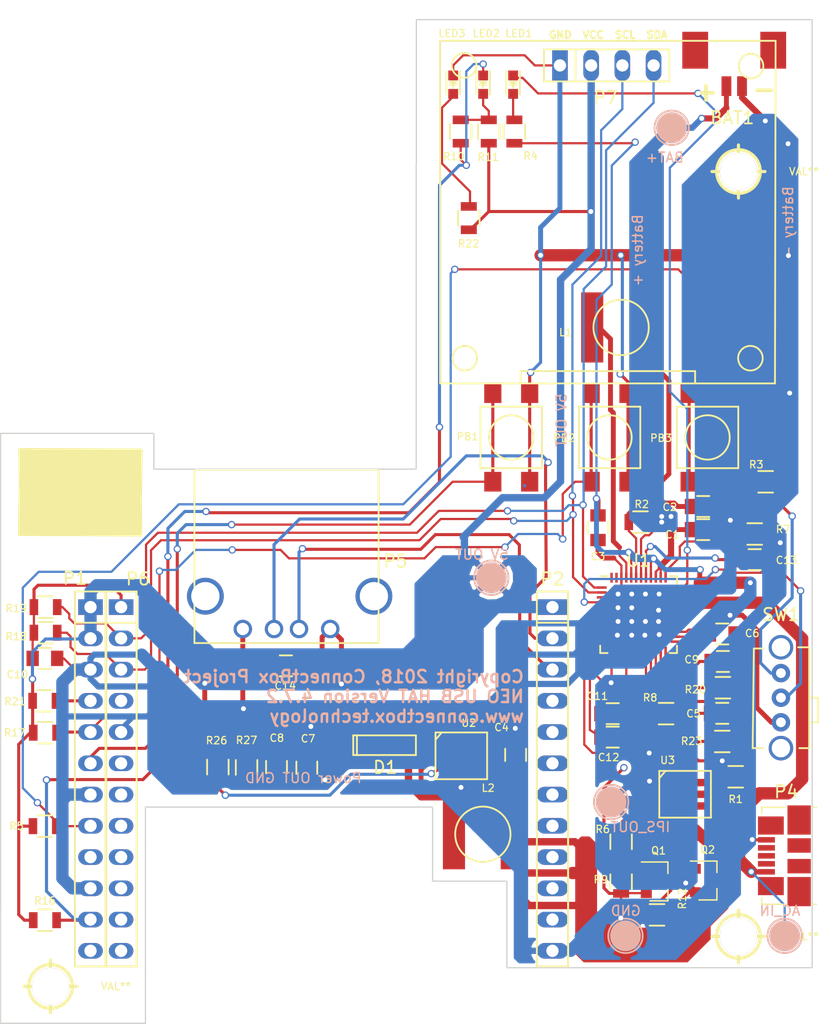
<source format=kicad_pcb>
(kicad_pcb (version 4) (host pcbnew 4.0.6)
  (title_block (title "NanoPi NEO USB HAT - Version 4.7") (date 2018-07-04) (rev 4.7.2a))
  (layers (0 F.Cu signal) (31 B.Cu signal hide) (34 B.Paste user) (35 F.Paste user) (36 B.SilkS user hide) (37 F.SilkS user) (38 B.Mask user) (39 F.Mask user) (44 Edge.Cuts user))
  (net 0 "")
  (net 1 "Net-(L1-Pad2)")
  (net 2 "Net-(P2-Pad2)")
  (net 3 "Net-(P2-Pad3)")
  (net 4 "Net-(LED1-Pad2)")
  (net 5 "Net-(LED1-Pad1)")
  (net 6 "Net-(LED2-Pad2)")
  (net 7 "Net-(LED2-Pad1)")
  (net 8 "Net-(P1-Pad4)")
  (net 9 "Net-(P1-Pad5)")
  (net 10 "Net-(P1-Pad11)")
  (net 11 "Net-(LED3-Pad2)")
  (net 12 "Net-(C2-Pad1)")
  (net 13 "Net-(C6-Pad2)")
  (net 14 "Net-(C9-Pad2)")
  (net 15 "Net-(D1-Pad2)")
  (net 16 /SDA)
  (net 17 /SCL)
  (net 18 "Net-(R7-Pad1)")
  (net 19 "Net-(R8-Pad1)")
  (net 20 "Net-(R20-Pad2)")
  (net 21 "Net-(R26-Pad2)")
  (net 22 /BAT+)
  (net 23 /GND)
  (net 24 /IPS_OUT)
  (net 25 /5V_OUT)
  (net 26 /AC_IN)
  (net 27 /A_GND)
  (net 28 /3v3)
  (net 29 "Net-(SW1-Pad2)")
  (net 30 "Net-(C11-Pad2)")
  (net 31 "Net-(C12-Pad2)")
  (net 32 "Net-(C13-Pad2)")
  (net 33 "Net-(C4-Pad1)")
  (net 34 "Net-(R1-Pad1)")
  (net 35 "Net-(P1-Pad8)")
  (net 36 "Net-(Q1-Pad1)")
  (net 37 "Net-(Q1-Pad3)")
  (net 38 "Net-(R3-Pad1)")
  (net 39 "Net-(R6-Pad2)")
  (module w_details:hole_3mm (layer F.Cu) (at 112.6236 136.8552)
    (fp_text reference hole_3mm hide)
    (fp_text value VAL** (at 5.334 0) (layer F.SilkS) (effects (font (size 0.6 0.6) (thickness 0.1))))
    (pad 1 thru_hole circle (at 0 0) (size 2.99974 2.99974) (drill 2.99974) (layers *.Cu F.SilkS))
  )
  (module w_details:hole_3mm (layer F.Cu) (at 168.6052 132.7912)
    (fp_text reference hole_3mm hide)
    (fp_text value VAL** (at 5.334 0) (layer F.SilkS) (effects (font (size 0.6 0.6) (thickness 0.1))))
    (pad 1 thru_hole circle (at 0 0) (size 2.99974 2.99974) (drill 2.99974) (layers *.Cu F.SilkS))
  )
  (module w_details:hole_3mm (layer F.Cu) (at 168.6052 70.612)
    (fp_text reference hole_3mm hide)
    (fp_text value VAL** (at 5.334 0) (layer F.SilkS) (effects (font (size 0.6 0.6) (thickness 0.1))))
    (pad 1 thru_hole circle (at 0 0) (size 2.99974 2.99974) (drill 2.99974) (layers *.Cu F.SilkS))
  )
  (module Molex_53261:Molex_53261 (layer F.Cu) (at 164.068 59.2268)
    (fp_text reference BAT1 (at 4.0292 7.0164) (layer F.SilkS))
    (fp_text value Battery)
    (pad 1 smd rect (at 3.556 4.445) (size 0.8 1.6) (layers F.Cu F.Paste F.Mask) (net 22 /BAT+))
    (pad 4 smd rect (at 7.366 1.524) (size 2.1 3) (layers F.Cu F.Paste F.Mask))
    (pad 3 smd rect (at 1.016 1.524) (size 2.1 3) (layers F.Cu F.Paste F.Mask))
    (pad 2 smd rect (at 4.826 4.445) (size 0.8 1.6) (layers F.Cu F.Paste F.Mask) (net 23 /GND))
  )
  (module CustomComponents:SPDT-OS10211 (layer F.Cu) (at 172.0596 113.3856 90)
    (fp_text reference SW1 (at 6.7564 0 180) (layer F.SilkS))
    (fp_text value SPDT-2C)
    (pad 1 thru_hole circle (at -2 0 90) (size 1.5 1.5) (drill 0.8) (layers *.Cu *.Mask) (net 24 /IPS_OUT))
    (pad 2 thru_hole circle (at 0 0 90) (size 1.5 1.5) (drill 0.8) (layers *.Cu *.Mask) (net 29 "Net-(SW1-Pad2)"))
    (pad 3 thru_hole circle (at 2 0 90) (size 1.5 1.5) (drill 0.8) (layers *.Cu *.Mask) (net 38 "Net-(R3-Pad1)"))
    (pad "" thru_hole circle (at -4.1 0 90) (size 2 2) (drill 1.5) (layers *.Cu *.Mask))
    (pad "" thru_hole circle (at 4.1 0 90) (size 2 2) (drill 1.5) (layers *.Cu *.Mask))
  )
  (module LEDs:LED_0603 (layer F.Cu) (at 147.828 63.5508 270)
    (fp_text reference LED2 (at -4.1656 -0.254 360) (layer F.SilkS) (effects (font (size 0.6 0.6) (thickness 0.1))))
    (fp_text value Amber)
    (pad 2 smd rect (at 0.7493 0 90) (size 0.79756 0.79756) (layers F.Cu F.Paste F.Mask) (net 6 "Net-(LED2-Pad2)"))
    (pad 1 smd rect (at -0.7493 0 90) (size 0.79756 0.79756) (layers F.Cu F.Paste F.Mask) (net 7 "Net-(LED2-Pad1)"))
  )
  (module Resistors_SMD:R_0805 (layer F.Cu) (at 145.9992 67.3608 270)
    (fp_text reference R10 (at 2.032 0.5588 360) (layer F.SilkS) (effects (font (size 0.6 0.6) (thickness 0.1))))
    (fp_text value 1K)
    (pad 1 smd rect (at -0.95 0 270) (size 0.7 1.3) (layers F.Cu F.Paste F.Mask) (net 6 "Net-(LED2-Pad2)"))
    (pad 2 smd rect (at 0.95 0 270) (size 0.7 1.3) (layers F.Cu F.Paste F.Mask) (net 7 "Net-(LED2-Pad1)"))
  )
  (module LEDs:LED_0603 (layer F.Cu) (at 150.2664 63.5508 270)
    (fp_text reference LED1 (at -4.1656 -0.4572 360) (layer F.SilkS) (effects (font (size 0.6 0.6) (thickness 0.1))))
    (fp_text value Red)
    (pad 2 smd rect (at 0.7493 0 90) (size 0.79756 0.79756) (layers F.Cu F.Paste F.Mask) (net 4 "Net-(LED1-Pad2)"))
    (pad 1 smd rect (at -0.7493 0 90) (size 0.79756 0.79756) (layers F.Cu F.Paste F.Mask) (net 5 "Net-(LED1-Pad1)"))
  )
  (module Resistors_SMD:R_0805 (layer F.Cu) (at 150.368 67.3608 90)
    (fp_text reference R4 (at -1.9812 1.3208 180) (layer F.SilkS) (effects (font (size 0.6 0.6) (thickness 0.1))))
    (fp_text value 1K)
    (pad 1 smd rect (at -0.95 0 90) (size 0.7 1.3) (layers F.Cu F.Paste F.Mask) (net 24 /IPS_OUT))
    (pad 2 smd rect (at 0.95 0 90) (size 0.7 1.3) (layers F.Cu F.Paste F.Mask) (net 4 "Net-(LED1-Pad2)"))
  )
  (module Resistors_SMD:R_0805 (layer F.Cu) (at 148.2852 67.3608 90)
    (fp_text reference R11 (at -2.0828 -0.0508 180) (layer F.SilkS) (effects (font (size 0.6 0.6) (thickness 0.1))))
    (fp_text value 1K)
    (pad 1 smd rect (at -0.95 0 90) (size 0.7 1.3) (layers F.Cu F.Paste F.Mask) (net 25 /5V_OUT))
    (pad 2 smd rect (at 0.95 0 90) (size 0.7 1.3) (layers F.Cu F.Paste F.Mask) (net 6 "Net-(LED2-Pad2)"))
  )
  (module CustomComponents:USB_A (layer F.Cu) (at 135.382 107.7976 180)
    (fp_text reference P5 (at -5.3086 5.5118 180) (layer F.SilkS))
    (fp_text value USB_A)
    (pad 4 thru_hole circle (at 7.11286 -0.00212 90) (size 1.50114 1.50114) (drill 1.00076) (layers *.Cu *.Mask) (net 23 /GND))
    (pad 3 thru_hole circle (at 4.57286 -0.00212 90) (size 1.50114 1.50114) (drill 1.00076) (layers *.Cu *.Mask) (net 2 "Net-(P2-Pad2)"))
    (pad 2 thru_hole circle (at 2.54086 -0.00212 90) (size 1.50114 1.50114) (drill 1.00076) (layers *.Cu *.Mask) (net 3 "Net-(P2-Pad3)"))
    (pad 1 thru_hole circle (at 0.00086 -0.00212 90) (size 1.50114 1.50114) (drill 1.00076) (layers *.Cu *.Mask) (net 25 /5V_OUT))
    (pad "" thru_hole circle (at 10.16086 2.66488 90) (size 2.99974 2.99974) (drill 2.30124) (layers *.Cu *.Mask))
    (pad 5 thru_hole circle (at -3.55514 2.66488 90) (size 2.99974 2.99974) (drill 2.30124) (layers *.Cu *.Mask))
  )
  (module CustomComponents:USB_Micro-B_Molex_47346-0001 (layer F.Cu) (at 172.212 126.238 180)
    (fp_text reference P4 (at -0.2794 5.207 180) (layer F.SilkS))
    (fp_text value "MICROUSB - Power" hide)
    (pad 1 smd rect (at 1.33 -1.3 180) (size 1.38 0.45) (layers F.Cu F.Paste F.Mask) (net 26 /AC_IN))
    (pad 2 smd rect (at 1.33 -0.65 180) (size 1.38 0.45) (layers F.Cu F.Paste F.Mask))
    (pad 3 smd rect (at 1.33 0 180) (size 1.38 0.45) (layers F.Cu F.Paste F.Mask))
    (pad 4 smd rect (at 1.33 0.65 180) (size 1.38 0.45) (layers F.Cu F.Paste F.Mask))
    (pad 5 smd rect (at 1.33 1.3 180) (size 1.38 0.45) (layers F.Cu F.Paste F.Mask) (net 23 /GND))
    (pad "" smd rect (at 0.97 -2.4625 180) (size 2.1 1.475) (layers F.Cu F.Paste F.Mask))
    (pad "" smd rect (at 0.97 2.4625 180) (size 2.1 1.475) (layers F.Cu F.Paste F.Mask))
    (pad 6 smd rect (at -1.33 -2.91 180) (size 1.9 2.375) (layers F.Cu F.Paste F.Mask))
    (pad "" smd rect (at -1.33 2.91 180) (size 1.9 2.375) (layers F.Cu F.Paste F.Mask))
    (pad "" smd rect (at -1.33 -0.84 180) (size 1.9 1.175) (layers F.Cu F.Paste F.Mask))
    (pad "" smd rect (at -1.33 0.84 180) (size 1.9 1.175) (layers F.Cu F.Paste F.Mask))
  )
  (module CustomComponents:OLED (layer F.Cu) (at 154.0764 61.9868)
    (fp_text reference P7 (at 3.7084 2.6308) (layer F.SilkS))
    (fp_text value CONN_01X04 hide)
    (pad 1 thru_hole rect (at 0 0) (size 1.27 2.54) (drill 1) (layers *.Cu *.Mask) (net 23 /GND))
    (pad 2 thru_hole oval (at 2.54 0) (size 1.27 2.54) (drill 1) (layers *.Cu *.Mask) (net 25 /5V_OUT))
    (pad 3 thru_hole oval (at 5.08 0) (size 1.27 2.54) (drill 1) (layers *.Cu *.Mask) (net 17 /SCL))
    (pad 4 thru_hole oval (at 7.62 0) (size 1.27 2.54) (drill 1) (layers *.Cu *.Mask) (net 16 /SDA))
  )
  (module Resistors_SMD:R_0805 (layer F.Cu) (at 161.9758 131.0386 180)
    (fp_text reference R12 (at -2.0574 1.3208 270) (layer F.SilkS) (effects (font (size 0.6 0.6) (thickness 0.1))))
    (fp_text value 10K)
    (pad 1 smd rect (at -0.95 0 180) (size 0.7 1.3) (layers F.Cu F.Paste F.Mask) (net 24 /IPS_OUT))
    (pad 2 smd rect (at 0.95 0 180) (size 0.7 1.3) (layers F.Cu F.Paste F.Mask) (net 37 "Net-(Q1-Pad3)"))
  )
  (module CustomComponents:SW-TL3305 (layer F.Cu) (at 150.114 92.2274 90)
    (fp_text reference PB1 (at 0.0762 -3.556 180) (layer F.SilkS) (effects (font (size 0.6 0.6) (thickness 0.1))))
    (fp_text value SPST-PUSH)
    (pad 1 smd rect (at -3.6 -1.5 90) (size 1.6 1.4) (layers F.Cu F.Paste F.Mask) (net 10 "Net-(P1-Pad11)"))
    (pad 2 smd rect (at -3.6 1.5 90) (size 1.6 1.4) (layers F.Cu F.Paste F.Mask) (net 23 /GND))
    (pad 1 smd rect (at 3.6 -1.5 90) (size 1.6 1.4) (layers F.Cu F.Paste F.Mask) (net 10 "Net-(P1-Pad11)"))
    (pad 2 smd rect (at 3.6 1.5 90) (size 1.6 1.4) (layers F.Cu F.Paste F.Mask) (net 23 /GND))
  )
  (module CustomComponents:SW-TL3305 (layer F.Cu) (at 158.115 92.2274 90)
    (fp_text reference PB2 (at -0.0508 -3.683 180) (layer F.SilkS) (effects (font (size 0.6 0.6) (thickness 0.1))))
    (fp_text value SPST-PUSH)
    (pad 1 smd rect (at -3.6 -1.5 90) (size 1.6 1.4) (layers F.Cu F.Paste F.Mask) (net 9 "Net-(P1-Pad5)"))
    (pad 2 smd rect (at -3.6 1.5 90) (size 1.6 1.4) (layers F.Cu F.Paste F.Mask) (net 23 /GND))
    (pad 1 smd rect (at 3.6 -1.5 90) (size 1.6 1.4) (layers F.Cu F.Paste F.Mask) (net 9 "Net-(P1-Pad5)"))
    (pad 2 smd rect (at 3.6 1.5 90) (size 1.6 1.4) (layers F.Cu F.Paste F.Mask) (net 23 /GND))
  )
  (module CustomComponents:PinStrip_12-N (layer F.Cu) (at 115.8748 106.0196 270)
    (fp_text reference P1 (at -2.3368 1.27 360) (layer F.SilkS))
    (fp_text value NEO_GPIO_PINS1 hide)
    (pad 1 thru_hole rect (at 0 0 270) (size 1.27 2) (drill 1) (layers *.Cu *.Mask) (net 25 /5V_OUT))
    (pad 2 thru_hole oval (at 2.54 0 270) (size 1.27 2) (drill 1) (layers *.Cu *.Mask) (net 25 /5V_OUT))
    (pad 3 thru_hole oval (at 5.08 0 270) (size 1.27 2) (drill 1) (layers *.Cu *.Mask) (net 23 /GND))
    (pad 4 thru_hole oval (at 7.62 0 270) (size 1.27 2) (drill 1) (layers *.Cu *.Mask) (net 8 "Net-(P1-Pad4)"))
    (pad 5 thru_hole oval (at 10.16 0 270) (size 1.27 2) (drill 1) (layers *.Cu *.Mask) (net 9 "Net-(P1-Pad5)"))
    (pad 6 thru_hole oval (at 12.7 0 270) (size 1.27 2) (drill 1) (layers *.Cu *.Mask) (net 7 "Net-(LED2-Pad1)"))
    (pad 7 thru_hole oval (at 15.24 0 270) (size 1.27 2) (drill 1) (layers *.Cu *.Mask) (net 23 /GND))
    (pad 8 thru_hole oval (at 17.78 0 270) (size 1.27 2) (drill 1) (layers *.Cu *.Mask) (net 35 "Net-(P1-Pad8)"))
    (pad 9 thru_hole oval (at 20.32 0 270) (size 1.27 2) (drill 1) (layers *.Cu *.Mask))
    (pad 10 thru_hole oval (at 22.86 0 270) (size 1.27 2) (drill 1) (layers *.Cu *.Mask) (net 23 /GND))
    (pad 11 thru_hole oval (at 25.4 0 270) (size 1.27 2) (drill 1) (layers *.Cu *.Mask) (net 10 "Net-(P1-Pad11)"))
    (pad 12 thru_hole oval (at 27.94 0 270) (size 1.27 2) (drill 1) (layers *.Cu *.Mask))
  )
  (module Resistors_SMD:R_0805 (layer F.Cu) (at 112.1156 113.6396 180)
    (fp_text reference R21 (at 2.3876 -0.0508 180) (layer F.SilkS) (effects (font (size 0.6 0.6) (thickness 0.1))))
    (fp_text value 10K)
    (pad 1 smd rect (at -0.95 0 180) (size 0.7 1.3) (layers F.Cu F.Paste F.Mask) (net 8 "Net-(P1-Pad4)"))
    (pad 2 smd rect (at 0.95 0 180) (size 0.7 1.3) (layers F.Cu F.Paste F.Mask) (net 25 /5V_OUT))
  )
  (module LEDs:LED_0603 (layer F.Cu) (at 145.3896 63.5508 270)
    (fp_text reference LED3 (at -4.1656 0.1016 360) (layer F.SilkS) (effects (font (size 0.6 0.6) (thickness 0.1))))
    (fp_text value Green)
    (pad 2 smd rect (at 0.7493 0 90) (size 0.79756 0.79756) (layers F.Cu F.Paste F.Mask) (net 11 "Net-(LED3-Pad2)"))
    (pad 1 smd rect (at -0.7493 0 90) (size 0.79756 0.79756) (layers F.Cu F.Paste F.Mask) (net 23 /GND))
  )
  (module Resistors_SMD:R_0805 (layer F.Cu) (at 146.6596 74.3966 90)
    (fp_text reference R22 (at -2.0828 -0.0254 180) (layer F.SilkS) (effects (font (size 0.6 0.6) (thickness 0.1))))
    (fp_text value 1K)
    (pad 1 smd rect (at -0.95 0 90) (size 0.7 1.3) (layers F.Cu F.Paste F.Mask) (net 25 /5V_OUT))
    (pad 2 smd rect (at 0.95 0 90) (size 0.7 1.3) (layers F.Cu F.Paste F.Mask) (net 11 "Net-(LED3-Pad2)"))
  )
  (module PinStrip:PinStrip_12 (layer F.Cu) (at 153.4668 106.0196 270)
    (fp_text reference P2 (at -2.286 0 360) (layer F.SilkS))
    (fp_text value NEO_GPIO_PINS2 hide)
    (pad 1 thru_hole rect (at 0 0 270) (size 1.27 2.54) (drill 1) (layers *.Cu *.Mask) (net 25 /5V_OUT))
    (pad 2 thru_hole oval (at 2.54 0 270) (size 1.27 2.54) (drill 1) (layers *.Cu *.Mask) (net 2 "Net-(P2-Pad2)"))
    (pad 3 thru_hole oval (at 5.08 0 270) (size 1.27 2.54) (drill 1) (layers *.Cu *.Mask) (net 3 "Net-(P2-Pad3)"))
    (pad 4 thru_hole oval (at 7.62 0 270) (size 1.27 2.54) (drill 1) (layers *.Cu *.Mask))
    (pad 5 thru_hole oval (at 10.16 0 270) (size 1.27 2.54) (drill 1) (layers *.Cu *.Mask))
    (pad 6 thru_hole oval (at 12.7 0 270) (size 1.27 2.54) (drill 1) (layers *.Cu *.Mask))
    (pad 7 thru_hole oval (at 15.24 0 270) (size 1.27 2.54) (drill 1) (layers *.Cu *.Mask))
    (pad 8 thru_hole oval (at 17.78 0 270) (size 1.27 2.54) (drill 1) (layers *.Cu *.Mask))
    (pad 9 thru_hole oval (at 20.32 0 270) (size 1.27 2.54) (drill 1) (layers *.Cu *.Mask))
    (pad 10 thru_hole oval (at 22.86 0 270) (size 1.27 2.54) (drill 1) (layers *.Cu *.Mask))
    (pad 11 thru_hole oval (at 25.4 0 270) (size 1.27 2.54) (drill 1) (layers *.Cu *.Mask))
    (pad 12 thru_hole oval (at 27.94 0 270) (size 1.27 2.54) (drill 1) (layers *.Cu *.Mask) (net 23 /GND))
  )
  (module Capacitors_SMD:C_0805 (layer F.Cu) (at 165.735 99.7204)
    (fp_text reference C1 (at -2.5146 0.4064) (layer F.SilkS) (effects (font (size 0.6 0.6) (thickness 0.1))))
    (fp_text value 10uF)
    (pad 1 smd rect (at -1 0) (size 1 1.25) (layers F.Cu F.Paste F.Mask) (net 22 /BAT+))
    (pad 2 smd rect (at 1 0) (size 1 1.25) (layers F.Cu F.Paste F.Mask) (net 23 /GND))
  )
  (module Capacitors_SMD:C_0805 (layer F.Cu) (at 165.735 97.8408)
    (fp_text reference C2 (at -2.7178 0.0508) (layer F.SilkS) (effects (font (size 0.6 0.6) (thickness 0.1))))
    (fp_text value 10uF)
    (pad 1 smd rect (at -1 0) (size 1 1.25) (layers F.Cu F.Paste F.Mask) (net 12 "Net-(C2-Pad1)"))
    (pad 2 smd rect (at 1 0) (size 1 1.25) (layers F.Cu F.Paste F.Mask) (net 23 /GND))
  )
  (module Capacitors_SMD:C_0805 (layer F.Cu) (at 157.1752 99.568 270)
    (fp_text reference C3 (at 2.3368 0 360) (layer F.SilkS) (effects (font (size 0.6 0.6) (thickness 0.1))))
    (fp_text value 10uF)
    (pad 1 smd rect (at -1 0 270) (size 1 1.25) (layers F.Cu F.Paste F.Mask) (net 24 /IPS_OUT))
    (pad 2 smd rect (at 1 0 270) (size 1 1.25) (layers F.Cu F.Paste F.Mask) (net 23 /GND))
  )
  (module Capacitors_SMD:C_0805 (layer F.Cu) (at 150.4696 118.0338 90)
    (fp_text reference C4 (at 2.2352 -1.143 360) (layer F.SilkS) (effects (font (size 0.6 0.6) (thickness 0.1))))
    (fp_text value 10uF)
    (pad 1 smd rect (at -1 0 90) (size 1 1.25) (layers F.Cu F.Paste F.Mask) (net 33 "Net-(C4-Pad1)"))
    (pad 2 smd rect (at 1 0 90) (size 1 1.25) (layers F.Cu F.Paste F.Mask) (net 23 /GND))
  )
  (module Capacitors_SMD:C_0805 (layer F.Cu) (at 167.2844 114.6556 180)
    (fp_text reference C5 (at 2.3368 -0.0254 180) (layer F.SilkS) (effects (font (size 0.6 0.6) (thickness 0.1))))
    (fp_text value 10uF)
    (pad 1 smd rect (at -1 0 180) (size 1 1.25) (layers F.Cu F.Paste F.Mask) (net 27 /A_GND))
    (pad 2 smd rect (at 1 0 180) (size 1 1.25) (layers F.Cu F.Paste F.Mask) (net 24 /IPS_OUT))
  )
  (module Capacitors_SMD:C_0805 (layer F.Cu) (at 167.2844 108.204 180)
    (fp_text reference C6 (at -2.4384 0.0508 180) (layer F.SilkS) (effects (font (size 0.6 0.6) (thickness 0.1))))
    (fp_text value 1uF)
    (pad 1 smd rect (at -1 0 180) (size 1 1.25) (layers F.Cu F.Paste F.Mask) (net 27 /A_GND))
    (pad 2 smd rect (at 1 0 180) (size 1 1.25) (layers F.Cu F.Paste F.Mask) (net 13 "Net-(C6-Pad2)"))
  )
  (module Capacitors_SMD:C_0805 (layer F.Cu) (at 133.477 119.0752 270)
    (fp_text reference C7 (at -2.3622 -0.1016 360) (layer F.SilkS) (effects (font (size 0.6 0.6) (thickness 0.1))))
    (fp_text value 22uF)
    (pad 1 smd rect (at -1 0 270) (size 1 1.25) (layers F.Cu F.Paste F.Mask) (net 25 /5V_OUT))
    (pad 2 smd rect (at 1 0 270) (size 1 1.25) (layers F.Cu F.Paste F.Mask) (net 23 /GND))
  )
  (module Capacitors_SMD:C_0805 (layer F.Cu) (at 131.0132 119.0244 270)
    (fp_text reference C8 (at -2.3622 -0.0254 360) (layer F.SilkS) (effects (font (size 0.6 0.6) (thickness 0.1))))
    (fp_text value 22uF)
    (pad 1 smd rect (at -1 0 270) (size 1 1.25) (layers F.Cu F.Paste F.Mask) (net 25 /5V_OUT))
    (pad 2 smd rect (at 1 0 270) (size 1 1.25) (layers F.Cu F.Paste F.Mask) (net 23 /GND))
  )
  (module Capacitors_SMD:C_0805 (layer F.Cu) (at 167.3352 110.4392 180)
    (fp_text reference C9 (at 2.54 0.1524 180) (layer F.SilkS) (effects (font (size 0.6 0.6) (thickness 0.1))))
    (fp_text value 1uF)
    (pad 1 smd rect (at -1 0 180) (size 1 1.25) (layers F.Cu F.Paste F.Mask) (net 27 /A_GND))
    (pad 2 smd rect (at 1 0 180) (size 1 1.25) (layers F.Cu F.Paste F.Mask) (net 14 "Net-(C9-Pad2)"))
  )
  (module Resistors_SMD:R_0805 (layer F.Cu) (at 160.6296 99.1108 180)
    (fp_text reference R2 (at -0.1016 1.4478 180) (layer F.SilkS) (effects (font (size 0.6 0.6) (thickness 0.1))))
    (fp_text value "0.03 ohm")
    (pad 1 smd rect (at -0.95 0 180) (size 0.7 1.3) (layers F.Cu F.Paste F.Mask) (net 22 /BAT+))
    (pad 2 smd rect (at 0.95 0 180) (size 0.7 1.3) (layers F.Cu F.Paste F.Mask) (net 12 "Net-(C2-Pad1)"))
  )
  (module Resistors_SMD:R_0805 (layer F.Cu) (at 169.926 100.076)
    (fp_text reference R7 (at 2.3114 -0.381) (layer F.SilkS) (effects (font (size 0.6 0.6) (thickness 0.1))))
    (fp_text value 100)
    (pad 1 smd rect (at -0.95 0) (size 0.7 1.3) (layers F.Cu F.Paste F.Mask) (net 18 "Net-(R7-Pad1)"))
    (pad 2 smd rect (at 0.95 0) (size 0.7 1.3) (layers F.Cu F.Paste F.Mask) (net 23 /GND))
  )
  (module Resistors_SMD:R_0805 (layer F.Cu) (at 162.7124 114.681)
    (fp_text reference R8 (at -1.2954 -1.2954) (layer F.SilkS) (effects (font (size 0.6 0.6) (thickness 0.1))))
    (fp_text value 10K)
    (pad 1 smd rect (at -0.95 0) (size 0.7 1.3) (layers F.Cu F.Paste F.Mask) (net 19 "Net-(R8-Pad1)"))
    (pad 2 smd rect (at 0.95 0) (size 0.7 1.3) (layers F.Cu F.Paste F.Mask) (net 24 /IPS_OUT))
  )
  (module Resistors_SMD:R_0805 (layer F.Cu) (at 112.1664 131.4704)
    (fp_text reference R16 (at 0 -1.5748) (layer F.SilkS) (effects (font (size 0.6 0.6) (thickness 0.1))))
    (fp_text value 10K)
    (pad 1 smd rect (at -0.95 0) (size 0.7 1.3) (layers F.Cu F.Paste F.Mask) (net 25 /5V_OUT))
    (pad 2 smd rect (at 0.95 0) (size 0.7 1.3) (layers F.Cu F.Paste F.Mask) (net 10 "Net-(P1-Pad11)"))
  )
  (module Resistors_SMD:R_0805 (layer F.Cu) (at 112.1664 116.2304)
    (fp_text reference R17 (at -2.4638 0) (layer F.SilkS) (effects (font (size 0.6 0.6) (thickness 0.1))))
    (fp_text value 10K)
    (pad 1 smd rect (at -0.95 0) (size 0.7 1.3) (layers F.Cu F.Paste F.Mask) (net 25 /5V_OUT))
    (pad 2 smd rect (at 0.95 0) (size 0.7 1.3) (layers F.Cu F.Paste F.Mask) (net 9 "Net-(P1-Pad5)"))
  )
  (module Resistors_SMD:R_0805 (layer F.Cu) (at 167.3352 112.5728 180)
    (fp_text reference R20 (at 2.2352 -0.1524 180) (layer F.SilkS) (effects (font (size 0.6 0.6) (thickness 0.1))))
    (fp_text value 200K)
    (pad 1 smd rect (at -0.95 0 180) (size 0.7 1.3) (layers F.Cu F.Paste F.Mask) (net 27 /A_GND))
    (pad 2 smd rect (at 0.95 0 180) (size 0.7 1.3) (layers F.Cu F.Paste F.Mask) (net 20 "Net-(R20-Pad2)"))
  )
  (module Resistors_SMD:R_0805 (layer F.Cu) (at 167.2844 116.9416)
    (fp_text reference R23 (at -2.4892 -0.0254) (layer F.SilkS) (effects (font (size 0.6 0.6) (thickness 0.1))))
    (fp_text value 0)
    (pad 1 smd rect (at -0.95 0) (size 0.7 1.3) (layers F.Cu F.Paste F.Mask) (net 23 /GND))
    (pad 2 smd rect (at 0.95 0) (size 0.7 1.3) (layers F.Cu F.Paste F.Mask) (net 27 /A_GND))
  )
  (module Resistors_SMD:R_0805 (layer F.Cu) (at 126.238 119.0244 270)
    (fp_text reference R26 (at -2.159 0.1016 360) (layer F.SilkS) (effects (font (size 0.6 0.6) (thickness 0.1))))
    (fp_text value 200K)
    (pad 1 smd rect (at -0.95 0 270) (size 0.7 1.3) (layers F.Cu F.Paste F.Mask) (net 25 /5V_OUT))
    (pad 2 smd rect (at 0.95 0 270) (size 0.7 1.3) (layers F.Cu F.Paste F.Mask) (net 21 "Net-(R26-Pad2)"))
  )
  (module Resistors_SMD:R_0805 (layer F.Cu) (at 128.5748 119.0498 270)
    (fp_text reference R27 (at -2.2098 0 360) (layer F.SilkS) (effects (font (size 0.6 0.6) (thickness 0.1))))
    (fp_text value 27.0K)
    (pad 1 smd rect (at -0.95 0 270) (size 0.7 1.3) (layers F.Cu F.Paste F.Mask) (net 21 "Net-(R26-Pad2)"))
    (pad 2 smd rect (at 0.95 0 270) (size 0.7 1.3) (layers F.Cu F.Paste F.Mask) (net 23 /GND))
  )
  (module CustomComponents:SOT-23-6a (layer F.Cu) (at 146.05 118.11)
    (fp_text reference U2 (at 0.6096 -2.667) (layer F.SilkS) (effects (font (size 0.6 0.6) (thickness 0.1))))
    (fp_text value MT3608)
    (pad 1 smd rect (at -1.3 -0.95) (size 1.2 0.6) (layers F.Cu F.Paste F.Mask) (net 15 "Net-(D1-Pad2)"))
    (pad 2 smd rect (at -1.3 0) (size 1.2 0.6) (layers F.Cu F.Paste F.Mask) (net 23 /GND))
    (pad 3 smd rect (at -1.3 0.95) (size 1.2 0.6) (layers F.Cu F.Paste F.Mask) (net 21 "Net-(R26-Pad2)"))
    (pad 4 smd rect (at 1.3 0.95) (size 1.2 0.6) (layers F.Cu F.Paste F.Mask) (net 33 "Net-(C4-Pad1)"))
    (pad 6 smd rect (at 1.3 -0.95) (size 1.2 0.6) (layers F.Cu F.Paste F.Mask))
    (pad 5 smd rect (at 1.3 0) (size 1.2 0.6) (layers F.Cu F.Paste F.Mask) (net 33 "Net-(C4-Pad1)"))
  )
  (module CustomComponents:PinStrip_12-N (layer F.Cu) (at 118.364 106.0196 270)
    (fp_text reference P6 (at -2.286 -1.3716 360) (layer F.SilkS))
    (fp_text value NEO_GPIO_PINS2 hide)
    (pad 1 thru_hole rect (at 0 0 270) (size 1.27 2) (drill 1) (layers *.Cu *.Mask) (net 28 /3v3))
    (pad 2 thru_hole oval (at 2.54 0 270) (size 1.27 2) (drill 1) (layers *.Cu *.Mask) (net 16 /SDA))
    (pad 3 thru_hole oval (at 5.08 0 270) (size 1.27 2) (drill 1) (layers *.Cu *.Mask) (net 17 /SCL))
    (pad 4 thru_hole oval (at 7.62 0 270) (size 1.27 2) (drill 1) (layers *.Cu *.Mask))
    (pad 5 thru_hole oval (at 10.16 0 270) (size 1.27 2) (drill 1) (layers *.Cu *.Mask) (net 23 /GND))
    (pad 6 thru_hole oval (at 12.7 0 270) (size 1.27 2) (drill 1) (layers *.Cu *.Mask))
    (pad 7 thru_hole oval (at 15.24 0 270) (size 1.27 2) (drill 1) (layers *.Cu *.Mask))
    (pad 8 thru_hole oval (at 17.78 0 270) (size 1.27 2) (drill 1) (layers *.Cu *.Mask))
    (pad 9 thru_hole oval (at 20.32 0 270) (size 1.27 2) (drill 1) (layers *.Cu *.Mask))
    (pad 10 thru_hole oval (at 22.86 0 270) (size 1.27 2) (drill 1) (layers *.Cu *.Mask))
    (pad 11 thru_hole oval (at 25.4 0 270) (size 1.27 2) (drill 1) (layers *.Cu *.Mask))
    (pad 12 thru_hole oval (at 27.94 0 270) (size 1.27 2) (drill 1) (layers *.Cu *.Mask))
  )
  (module Resistors_SMD:R_0805 (layer F.Cu) (at 112.2172 106.0196 180)
    (fp_text reference R18 (at 2.3876 -2.3876 360) (layer F.SilkS) (effects (font (size 0.6 0.6) (thickness 0.1))))
    (fp_text value 2.2K)
    (pad 1 smd rect (at -0.95 0 180) (size 0.7 1.3) (layers F.Cu F.Paste F.Mask) (net 16 /SDA))
    (pad 2 smd rect (at 0.95 0 180) (size 0.7 1.3) (layers F.Cu F.Paste F.Mask) (net 28 /3v3))
  )
  (module Resistors_SMD:R_0805 (layer F.Cu) (at 112.2172 108.1024 180)
    (fp_text reference R19 (at 2.3876 1.9812 360) (layer F.SilkS) (effects (font (size 0.6 0.6) (thickness 0.1))))
    (fp_text value 2.2K)
    (pad 1 smd rect (at -0.95 0 180) (size 0.7 1.3) (layers F.Cu F.Paste F.Mask) (net 17 /SCL))
    (pad 2 smd rect (at 0.95 0 180) (size 0.7 1.3) (layers F.Cu F.Paste F.Mask) (net 28 /3v3))
  )
  (module CustomComponents:ProbePad (layer F.Cu) (at 148.4884 103.632)
    (fp_text reference TP_+5 hide)
    (fp_text value TestPoint)
    (pad 1 smd circle (at 0 0) (size 2.5 2.5) (layers B.Cu B.Paste B.SilkS B.Mask) (net 25 /5V_OUT))
  )
  (module CustomComponents:ProbePad (layer F.Cu) (at 172.3644 132.7404)
    (fp_text reference TP_AC_IN1 hide)
    (fp_text value TestPoint)
    (pad 1 smd circle (at 0 0) (size 2.5 2.5) (layers B.Cu B.Paste B.SilkS B.Mask) (net 26 /AC_IN))
  )
  (module CustomComponents:ProbePad (layer F.Cu) (at 163.1696 67.056)
    (fp_text reference TP_BATT+1 hide)
    (fp_text value TestPoint)
    (pad 1 smd circle (at 0 0) (size 2.5 2.5) (layers B.Cu B.Paste B.SilkS B.Mask) (net 22 /BAT+))
  )
  (module CustomComponents:ProbePad (layer F.Cu) (at 159.4104 132.7404)
    (fp_text reference TP_GND1 hide)
    (fp_text value TestPoint)
    (pad 1 smd circle (at 0 0) (size 2.5 2.5) (layers B.Cu B.Paste B.SilkS B.Mask) (net 23 /GND))
  )
  (module CustomComponents:ProbePad (layer F.Cu) (at 158.242 121.8692)
    (fp_text reference TP_IPS_OUT1 hide)
    (fp_text value TestPoint)
    (pad 1 smd circle (at 0 0) (size 2.5 2.5) (layers B.Cu B.Paste B.SilkS B.Mask) (net 24 /IPS_OUT))
  )
  (module Capacitors_SMD:C_0805 (layer F.Cu) (at 112.1664 110.1852)
    (fp_text reference C10 (at -2.2352 1.3208) (layer F.SilkS) (effects (font (size 0.6 0.6) (thickness 0.1))))
    (fp_text value 1uF)
    (pad 1 smd rect (at -1 0) (size 1 1.25) (layers F.Cu F.Paste F.Mask) (net 28 /3v3))
    (pad 2 smd rect (at 1 0) (size 1 1.25) (layers F.Cu F.Paste F.Mask) (net 23 /GND))
  )
  (module Capacitors_SMD:C_0805 (layer F.Cu) (at 158.369 114.681 180)
    (fp_text reference C11 (at 1.2446 1.4224 180) (layer F.SilkS) (effects (font (size 0.6 0.6) (thickness 0.1))))
    (fp_text value 4.7uF)
    (pad 1 smd rect (at -1 0 180) (size 1 1.25) (layers F.Cu F.Paste F.Mask) (net 23 /GND))
    (pad 2 smd rect (at 1 0 180) (size 1 1.25) (layers F.Cu F.Paste F.Mask) (net 30 "Net-(C11-Pad2)"))
  )
  (module Capacitors_SMD:C_0805 (layer F.Cu) (at 158.369 116.586 180)
    (fp_text reference C12 (at 0.3302 -1.651 180) (layer F.SilkS) (effects (font (size 0.6 0.6) (thickness 0.1))))
    (fp_text value 4.7uF)
    (pad 1 smd rect (at -1 0 180) (size 1 1.25) (layers F.Cu F.Paste F.Mask) (net 23 /GND))
    (pad 2 smd rect (at 1 0 180) (size 1 1.25) (layers F.Cu F.Paste F.Mask) (net 31 "Net-(C12-Pad2)"))
  )
  (module Capacitors_SMD:C_0805 (layer F.Cu) (at 169.926 102.1588 180)
    (fp_text reference C13 (at -2.5908 -0.0508 180) (layer F.SilkS) (effects (font (size 0.6 0.6) (thickness 0.1))))
    (fp_text value 4.7uF)
    (pad 1 smd rect (at -1 0 180) (size 1 1.25) (layers F.Cu F.Paste F.Mask) (net 23 /GND))
    (pad 2 smd rect (at 1 0 180) (size 1 1.25) (layers F.Cu F.Paste F.Mask) (net 32 "Net-(C13-Pad2)"))
  )
  (module Resistors_SMD:R_0805 (layer F.Cu) (at 168.3766 119.8118 180)
    (fp_text reference R1 (at 0 -1.8288 360) (layer F.SilkS) (effects (font (size 0.6 0.6) (thickness 0.1))))
    (fp_text value 162)
    (pad 1 smd rect (at -0.95 0 180) (size 0.7 1.3) (layers F.Cu F.Paste F.Mask) (net 34 "Net-(R1-Pad1)"))
    (pad 2 smd rect (at 0.95 0 180) (size 0.7 1.3) (layers F.Cu F.Paste F.Mask) (net 23 /GND))
  )
  (module CustomComponents:SOT-23-6a (layer F.Cu) (at 164.2618 121.2342)
    (fp_text reference U3 (at -1.4224 -2.7686) (layer F.SilkS) (effects (font (size 0.6 0.6) (thickness 0.1))))
    (fp_text value MIC2019)
    (pad 1 smd rect (at -1.3 -0.95) (size 1.2 0.6) (layers F.Cu F.Paste F.Mask) (net 24 /IPS_OUT))
    (pad 2 smd rect (at -1.3 0) (size 1.2 0.6) (layers F.Cu F.Paste F.Mask) (net 23 /GND))
    (pad 3 smd rect (at -1.3 0.95) (size 1.2 0.6) (layers F.Cu F.Paste F.Mask) (net 39 "Net-(R6-Pad2)"))
    (pad 4 smd rect (at 1.3 0.95) (size 1.2 0.6) (layers F.Cu F.Paste F.Mask))
    (pad 6 smd rect (at 1.3 -0.95) (size 1.2 0.6) (layers F.Cu F.Paste F.Mask) (net 33 "Net-(C4-Pad1)"))
    (pad 5 smd rect (at 1.3 0) (size 1.2 0.6) (layers F.Cu F.Paste F.Mask) (net 34 "Net-(R1-Pad1)"))
  )
  (module CustomComponents:INDUCTOR_SMD_6x6-1 (layer F.Cu) (at 159.0548 83.2866 270)
    (fp_text reference L1 (at 0.4064 4.5212 540) (layer F.SilkS) (effects (font (size 0.6 0.6) (thickness 0.1))))
    (fp_text value "4.7 uH")
    (pad 1 smd rect (at 0 -2.35 270) (size 5.7 1.8) (layers F.Cu F.Paste F.Mask) (net 12 "Net-(C2-Pad1)"))
    (pad 2 smd rect (at 0 2.35 270) (size 5.7 1.8) (layers F.Cu F.Paste F.Mask) (net 1 "Net-(L1-Pad2)"))
  )
  (module CustomComponents:INDUCTOR_SMD_6x6-1 (layer F.Cu) (at 147.8026 124.4854 270)
    (fp_text reference L2 (at -3.7592 -0.4318 540) (layer F.SilkS) (effects (font (size 0.6 0.6) (thickness 0.1))))
    (fp_text value "4.7 uH")
    (pad 1 smd rect (at 0 -2.35 270) (size 5.7 1.8) (layers F.Cu F.Paste F.Mask) (net 33 "Net-(C4-Pad1)"))
    (pad 2 smd rect (at 0 2.35 270) (size 5.7 1.8) (layers F.Cu F.Paste F.Mask) (net 15 "Net-(D1-Pad2)"))
  )
  (module CustomComponents:SW-TL3305 (layer F.Cu) (at 166.0906 92.2274 90)
    (fp_text reference PB3 (at -0.0508 -3.7846 180) (layer F.SilkS) (effects (font (size 0.6 0.6) (thickness 0.1))))
    (fp_text value SPST-PUSH)
    (pad 1 smd rect (at -3.6 -1.5 90) (size 1.6 1.4) (layers F.Cu F.Paste F.Mask) (net 35 "Net-(P1-Pad8)"))
    (pad 2 smd rect (at -3.6 1.5 90) (size 1.6 1.4) (layers F.Cu F.Paste F.Mask) (net 23 /GND))
    (pad 1 smd rect (at 3.6 -1.5 90) (size 1.6 1.4) (layers F.Cu F.Paste F.Mask) (net 35 "Net-(P1-Pad8)"))
    (pad 2 smd rect (at 3.6 1.5 90) (size 1.6 1.4) (layers F.Cu F.Paste F.Mask) (net 23 /GND))
  )
  (module TO_SOT_Packages_SMD:SOT-23 (layer F.Cu) (at 162.1028 128.3208)
    (fp_text reference Q1 (at 0 -2.5) (layer F.SilkS) (effects (font (size 0.6 0.6) (thickness 0.1))))
    (fp_text value IRLML2502)
    (pad 1 smd rect (at -1 -0.95) (size 0.9 0.8) (layers F.Cu F.Paste F.Mask) (net 36 "Net-(Q1-Pad1)"))
    (pad 2 smd rect (at -1 0.95) (size 0.9 0.8) (layers F.Cu F.Paste F.Mask) (net 23 /GND))
    (pad 3 smd rect (at 1 0) (size 0.9 0.8) (layers F.Cu F.Paste F.Mask) (net 37 "Net-(Q1-Pad3)"))
  )
  (module TO_SOT_Packages_SMD:SOT-23 (layer F.Cu) (at 166.0906 128.2446)
    (fp_text reference Q2 (at 0 -2.5) (layer F.SilkS) (effects (font (size 0.6 0.6) (thickness 0.1))))
    (fp_text value IRLML6402)
    (pad 1 smd rect (at -1 -0.95) (size 0.9 0.8) (layers F.Cu F.Paste F.Mask) (net 37 "Net-(Q1-Pad3)"))
    (pad 2 smd rect (at -1 0.95) (size 0.9 0.8) (layers F.Cu F.Paste F.Mask) (net 24 /IPS_OUT))
    (pad 3 smd rect (at 1 0) (size 0.9 0.8) (layers F.Cu F.Paste F.Mask) (net 33 "Net-(C4-Pad1)"))
  )
  (module Resistors_SMD:R_0805 (layer F.Cu) (at 170.815 95.8342 180)
    (fp_text reference R3 (at 0.762 1.397 180) (layer F.SilkS) (effects (font (size 0.6 0.6) (thickness 0.1))))
    (fp_text value 1K)
    (pad 1 smd rect (at -0.95 0 180) (size 0.7 1.3) (layers F.Cu F.Paste F.Mask) (net 38 "Net-(R3-Pad1)"))
    (pad 2 smd rect (at 0.95 0 180) (size 0.7 1.3) (layers F.Cu F.Paste F.Mask) (net 23 /GND))
  )
  (module Resistors_SMD:R_0805 (layer F.Cu) (at 112.141 123.825)
    (fp_text reference R5 (at -2.286 0) (layer F.SilkS) (effects (font (size 0.6 0.6) (thickness 0.1))))
    (fp_text value 10K)
    (pad 1 smd rect (at -0.95 0) (size 0.7 1.3) (layers F.Cu F.Paste F.Mask) (net 25 /5V_OUT))
    (pad 2 smd rect (at 0.95 0) (size 0.7 1.3) (layers F.Cu F.Paste F.Mask) (net 35 "Net-(P1-Pad8)"))
  )
  (module Resistors_SMD:R_0805 (layer F.Cu) (at 159.0548 125.095 90)
    (fp_text reference R6 (at 1.016 -1.4986 180) (layer F.SilkS) (effects (font (size 0.6 0.6) (thickness 0.1))))
    (fp_text value 10K)
    (pad 1 smd rect (at -0.95 0 90) (size 0.7 1.3) (layers F.Cu F.Paste F.Mask) (net 36 "Net-(Q1-Pad1)"))
    (pad 2 smd rect (at 0.95 0 90) (size 0.7 1.3) (layers F.Cu F.Paste F.Mask) (net 39 "Net-(R6-Pad2)"))
  )
  (module Resistors_SMD:R_0805 (layer F.Cu) (at 159.0548 128.3462 270)
    (fp_text reference R9 (at -0.1778 1.651 360) (layer F.SilkS) (effects (font (size 0.6 0.6) (thickness 0.1))))
    (fp_text value 10K)
    (pad 1 smd rect (at -0.95 0 270) (size 0.7 1.3) (layers F.Cu F.Paste F.Mask) (net 36 "Net-(Q1-Pad1)"))
    (pad 2 smd rect (at 0.95 0 270) (size 0.7 1.3) (layers F.Cu F.Paste F.Mask) (net 23 /GND))
  )
  (module Capacitors_SMD:C_0805 (layer F.Cu) (at 131.7752 110.7948 180)
    (fp_text reference C14 (at 0.0508 -1.6256 180) (layer F.SilkS) (effects (font (size 0.6 0.6) (thickness 0.1))))
    (fp_text value 22uF)
    (pad 1 smd rect (at -1 0 180) (size 1 1.25) (layers F.Cu F.Paste F.Mask) (net 25 /5V_OUT))
    (pad 2 smd rect (at 1 0 180) (size 1 1.25) (layers F.Cu F.Paste F.Mask) (net 23 /GND))
  )
  (module CustomComponents:SOD-123FL (layer F.Cu) (at 140.0556 117.2464)
    (fp_text reference D1 (at -0.2 1.8) (layer F.SilkS))
    (fp_text value NRVTS260ESFT1G)
    (pad 1 smd rect (at -1.5 0) (size 1.25 1.22) (layers F.Cu F.Paste F.Mask) (net 25 /5V_OUT))
    (pad 2 smd rect (at 1.5 0) (size 1.25 1.22) (layers F.Cu F.Paste F.Mask) (net 15 "Net-(D1-Pad2)"))
  )
  (module CustomComponents:UQFN-48-1EP_6x6mm_Pitch0.4mm_75 (layer F.Cu) (at 160.4772 106.6292)
    (fp_text reference U1 (at 0 -4.4) (layer F.SilkS))
    (fp_text value AXP209)
    (pad 1 smd rect (at -3 -2.2) (size 0.8 0.2) (layers F.Cu F.Paste F.Mask) (net 16 /SDA))
    (pad 2 smd rect (at -3 -1.8) (size 0.8 0.2) (layers F.Cu F.Paste F.Mask) (net 17 /SCL))
    (pad 3 smd rect (at -3 -1.4) (size 0.8 0.2) (layers F.Cu F.Paste F.Mask))
    (pad 4 smd rect (at -3 -1) (size 0.8 0.2) (layers F.Cu F.Paste F.Mask) (net 29 "Net-(SW1-Pad2)"))
    (pad 5 smd rect (at -3 -0.6) (size 0.8 0.2) (layers F.Cu F.Paste F.Mask))
    (pad 6 smd rect (at -3 -0.2) (size 0.8 0.2) (layers F.Cu F.Paste F.Mask) (net 19 "Net-(R8-Pad1)"))
    (pad 7 smd rect (at -3 0.2) (size 0.8 0.2) (layers F.Cu F.Paste F.Mask))
    (pad 8 smd rect (at -3 0.6) (size 0.8 0.2) (layers F.Cu F.Paste F.Mask))
    (pad 9 smd rect (at -3 1) (size 0.8 0.2) (layers F.Cu F.Paste F.Mask) (net 23 /GND))
    (pad 10 smd rect (at -3 1.4) (size 0.8 0.2) (layers F.Cu F.Paste F.Mask))
    (pad 11 smd rect (at -3 1.8) (size 0.8 0.2) (layers F.Cu F.Paste F.Mask) (net 31 "Net-(C12-Pad2)"))
    (pad 12 smd rect (at -3 2.2) (size 0.8 0.2) (layers F.Cu F.Paste F.Mask) (net 30 "Net-(C11-Pad2)"))
    (pad 13 smd rect (at -2.2 3 90) (size 0.8 0.2) (layers F.Cu F.Paste F.Mask) (net 24 /IPS_OUT))
    (pad 14 smd rect (at -1.8 3 90) (size 0.8 0.2) (layers F.Cu F.Paste F.Mask))
    (pad 15 smd rect (at -1.4 3 90) (size 0.8 0.2) (layers F.Cu F.Paste F.Mask))
    (pad 16 smd rect (at -1 3 90) (size 0.8 0.2) (layers F.Cu F.Paste F.Mask) (net 23 /GND))
    (pad 17 smd rect (at -0.6 3 90) (size 0.8 0.2) (layers F.Cu F.Paste F.Mask))
    (pad 18 smd rect (at -0.2 3 90) (size 0.8 0.2) (layers F.Cu F.Paste F.Mask))
    (pad 19 smd rect (at 0.2 3 90) (size 0.8 0.2) (layers F.Cu F.Paste F.Mask))
    (pad 20 smd rect (at 0.6 3 90) (size 0.8 0.2) (layers F.Cu F.Paste F.Mask) (net 39 "Net-(R6-Pad2)"))
    (pad 21 smd rect (at 1 3 90) (size 0.8 0.2) (layers F.Cu F.Paste F.Mask) (net 24 /IPS_OUT))
    (pad 22 smd rect (at 1.4 3 90) (size 0.8 0.2) (layers F.Cu F.Paste F.Mask) (net 27 /A_GND))
    (pad 23 smd rect (at 1.8 3 90) (size 0.8 0.2) (layers F.Cu F.Paste F.Mask) (net 20 "Net-(R20-Pad2)"))
    (pad 24 smd rect (at 2.2 3 90) (size 0.8 0.2) (layers F.Cu F.Paste F.Mask) (net 14 "Net-(C9-Pad2)"))
    (pad 25 smd rect (at 3 2.2) (size 0.8 0.2) (layers F.Cu F.Paste F.Mask))
    (pad 26 smd rect (at 3 1.8) (size 0.8 0.2) (layers F.Cu F.Paste F.Mask) (net 13 "Net-(C6-Pad2)"))
    (pad 27 smd rect (at 3 1.4) (size 0.8 0.2) (layers F.Cu F.Paste F.Mask) (net 13 "Net-(C6-Pad2)"))
    (pad 28 smd rect (at 3 1) (size 0.8 0.2) (layers F.Cu F.Paste F.Mask))
    (pad 29 smd rect (at 3 0.6) (size 0.8 0.2) (layers F.Cu F.Paste F.Mask))
    (pad 30 smd rect (at 3 0.2) (size 0.8 0.2) (layers F.Cu F.Paste F.Mask))
    (pad 31 smd rect (at 3 -0.2) (size 0.8 0.2) (layers F.Cu F.Paste F.Mask))
    (pad 32 smd rect (at 3 -0.6) (size 0.8 0.2) (layers F.Cu F.Paste F.Mask) (net 26 /AC_IN))
    (pad 33 smd rect (at 3 -1) (size 0.8 0.2) (layers F.Cu F.Paste F.Mask) (net 26 /AC_IN))
    (pad 34 smd rect (at 3 -1.4) (size 0.8 0.2) (layers F.Cu F.Paste F.Mask) (net 24 /IPS_OUT))
    (pad 35 smd rect (at 3 -1.8) (size 0.8 0.2) (layers F.Cu F.Paste F.Mask) (net 24 /IPS_OUT))
    (pad 36 smd rect (at 3 -2.2) (size 0.8 0.2) (layers F.Cu F.Paste F.Mask) (net 5 "Net-(LED1-Pad1)"))
    (pad 37 smd rect (at 2.2 -3 90) (size 0.8 0.2) (layers F.Cu F.Paste F.Mask) (net 18 "Net-(R7-Pad1)"))
    (pad 38 smd rect (at 1.8 -3 90) (size 0.8 0.2) (layers F.Cu F.Paste F.Mask) (net 22 /BAT+))
    (pad 39 smd rect (at 1.4 -3 90) (size 0.8 0.2) (layers F.Cu F.Paste F.Mask) (net 22 /BAT+))
    (pad 40 smd rect (at 1 -3 90) (size 0.8 0.2) (layers F.Cu F.Paste F.Mask) (net 24 /IPS_OUT))
    (pad 41 smd rect (at 0.6 -3 90) (size 0.8 0.2) (layers F.Cu F.Paste F.Mask) (net 32 "Net-(C13-Pad2)"))
    (pad 42 smd rect (at 0.2 -3 90) (size 0.8 0.2) (layers F.Cu F.Paste F.Mask) (net 22 /BAT+))
    (pad 43 smd rect (at -0.2 -3 90) (size 0.8 0.2) (layers F.Cu F.Paste F.Mask) (net 12 "Net-(C2-Pad1)"))
    (pad 44 smd rect (at -0.6 -3 90) (size 0.8 0.2) (layers F.Cu F.Paste F.Mask) (net 24 /IPS_OUT))
    (pad 45 smd rect (at -1 -3 90) (size 0.8 0.2) (layers F.Cu F.Paste F.Mask) (net 1 "Net-(L1-Pad2)"))
    (pad 46 smd rect (at -1.4 -3 90) (size 0.8 0.2) (layers F.Cu F.Paste F.Mask) (net 23 /GND))
    (pad 47 smd rect (at -1.8 -3 90) (size 0.8 0.2) (layers F.Cu F.Paste F.Mask))
    (pad 48 smd rect (at -2.2 -3 90) (size 0.8 0.2) (layers F.Cu F.Paste F.Mask))
    (pad 49 smd rect (at 1.66875 1.66875) (size 1.1125 1.1125) (layers F.Cu F.Paste F.Mask) (net 23 /GND))
    (pad 49 smd rect (at 1.66875 0.55625) (size 1.1125 1.1125) (layers F.Cu F.Paste F.Mask) (net 23 /GND))
    (pad 49 smd rect (at 1.66875 -0.55625) (size 1.1125 1.1125) (layers F.Cu F.Paste F.Mask) (net 23 /GND))
    (pad 49 smd rect (at 1.66875 -1.66875) (size 1.1125 1.1125) (layers F.Cu F.Paste F.Mask) (net 23 /GND))
    (pad 49 smd rect (at 0.55625 1.66875) (size 1.1125 1.1125) (layers F.Cu F.Paste F.Mask) (net 23 /GND))
    (pad 49 smd rect (at 0.55625 0.55625) (size 1.1125 1.1125) (layers F.Cu F.Paste F.Mask) (net 23 /GND))
    (pad 49 smd rect (at 0.55625 -0.55625) (size 1.1125 1.1125) (layers F.Cu F.Paste F.Mask) (net 23 /GND))
    (pad 49 smd rect (at 0.55625 -1.66875) (size 1.1125 1.1125) (layers F.Cu F.Paste F.Mask) (net 23 /GND))
    (pad 49 smd rect (at -0.55625 1.66875) (size 1.1125 1.1125) (layers F.Cu F.Paste F.Mask) (net 23 /GND))
    (pad 49 smd rect (at -0.55625 0.55625) (size 1.1125 1.1125) (layers F.Cu F.Paste F.Mask) (net 23 /GND))
    (pad 49 smd rect (at -0.55625 -0.55625) (size 1.1125 1.1125) (layers F.Cu F.Paste F.Mask) (net 23 /GND))
    (pad 49 smd rect (at -0.55625 -1.66875) (size 1.1125 1.1125) (layers F.Cu F.Paste F.Mask) (net 23 /GND))
    (pad 49 smd rect (at -1.66875 1.66875) (size 1.1125 1.1125) (layers F.Cu F.Paste F.Mask) (net 23 /GND))
    (pad 49 smd rect (at -1.66875 0.55625) (size 1.1125 1.1125) (layers F.Cu F.Paste F.Mask) (net 23 /GND))
    (pad 49 smd rect (at -1.66875 -0.55625) (size 1.1125 1.1125) (layers F.Cu F.Paste F.Mask) (net 23 /GND))
    (pad 49 smd rect (at -1.66875 -1.66875) (size 1.1125 1.1125) (layers F.Cu F.Paste F.Mask) (net 23 /GND))
  )
  (gr_text "GND  VCC  SCL  SDA" (at 158 59.5) (layer F.SilkS) (effects (font (size 0.6 0.6))))
  (gr_line (start 143.7132 128.2954) (end 143.7386 128.2954) (angle 90) (layer Edge.Cuts) (width 0.1))
  (gr_line (start 143.7132 122.2756) (end 143.7132 128.2954) (angle 90) (layer Edge.Cuts) (width 0.1))
  (gr_line (start 149.7584 128.2954) (end 143.6878 128.2954) (angle 90) (layer Edge.Cuts) (width 0.1))
  (gr_text AC_IN (at 171.9834 130.7084) (layer B.SilkS) (effects (font (size 0.8 0.8) (thickness 0.125)) (justify mirror)))
  (gr_text "5V OUT" (at 147.7264 101.7524) (layer B.SilkS) (effects (font (size 0.8 0.8) (thickness 0.125)) (justify mirror)))
  (gr_text IPS_OUT (at 160.6296 123.9012) (layer B.SilkS) (effects (font (size 0.8 0.8) (thickness 0.125)) (justify mirror)))
  (gr_text BAT+ (at 162.6108 69.469) (layer B.SilkS) (effects (font (size 0.8 0.8) (thickness 0.125)) (justify mirror)))
  (gr_text GND (at 159.4358 130.7084) (layer B.SilkS) (effects (font (size 0.8 0.8) (thickness 0.125)) (justify mirror)))
  (gr_text "5V OUT" (at 154.2034 90.8304 90) (layer B.SilkS) (effects (font (size 0.8 0.8) (thickness 0.125)) (justify mirror)))
  (gr_line (start 119.761 96.6978) (end 110.3122 96.6978) (angle 90) (layer F.SilkS) (width 0.5))
  (gr_line (start 110.3122 96.6978) (end 110.3122 93.345) (angle 90) (layer F.SilkS) (width 0.2))
  (gr_line (start 110.3122 93.345) (end 119.8626 93.3958) (angle 90) (layer F.SilkS) (width 0.5))
  (gr_line (start 119.8626 93.3958) (end 119.8118 96.647) (angle 90) (layer F.SilkS) (width 0.2))
  (gr_line (start 119.8118 96.647) (end 119.761 96.647) (angle 90) (layer F.SilkS) (width 0.2))
  (gr_line (start 119.8118 96.3422) (end 110.3122 96.3422) (angle 90) (layer F.SilkS) (width 0.5))
  (gr_line (start 110.3122 96.3422) (end 110.363 96.3422) (angle 90) (layer F.SilkS) (width 0.2))
  (gr_line (start 110.3122 95.9866) (end 119.761 95.9866) (angle 90) (layer F.SilkS) (width 0.5))
  (gr_line (start 119.8118 95.5802) (end 110.4138 95.5802) (angle 90) (layer F.SilkS) (width 0.5))
  (gr_line (start 110.363 95.123) (end 119.761 95.123) (angle 90) (layer F.SilkS) (width 0.5))
  (gr_line (start 119.8118 94.615) (end 110.363 94.615) (angle 90) (layer F.SilkS) (width 0.5))
  (gr_line (start 110.363 94.2086) (end 119.8118 94.2086) (angle 90) (layer F.SilkS) (width 0.5))
  (gr_line (start 119.8118 93.853) (end 110.4138 93.853) (angle 90) (layer F.SilkS) (width 0.5))
  (gr_line (start 110.4138 93.5482) (end 119.761 93.599) (angle 90) (layer F.SilkS) (width 0.2))
  (gr_line (start 119.507 93.3958) (end 119.3546 93.3958) (angle 90) (layer F.SilkS) (width 0.2))
  (gr_line (start 119.8626 94.869) (end 110.3122 94.869) (angle 90) (layer F.SilkS) (width 0.2))
  (gr_line (start 110.3122 94.869) (end 118.745 96.0882) (angle 90) (layer F.SilkS) (width 0.2))
  (gr_line (start 119.761 96.8502) (end 119.9642 96.8502) (angle 90) (layer F.SilkS) (width 0.2))
  (gr_line (start 119.9642 96.8502) (end 120.015 93.2434) (angle 90) (layer F.SilkS) (width 0.2))
  (gr_line (start 120.015 93.2434) (end 110.1598 93.2434) (angle 90) (layer F.SilkS) (width 0.2))
  (gr_line (start 110.1598 93.2434) (end 110.2106 96.7994) (angle 90) (layer F.SilkS) (width 0.2))
  (gr_line (start 110.2106 96.7994) (end 110.1598 96.7994) (angle 90) (layer F.SilkS) (width 0.2))
  (gr_line (start 110.1598 96.7994) (end 110.109 93.1926) (angle 90) (layer F.SilkS) (width 0.2))
  (gr_line (start 110.109 93.1926) (end 111.2774 93.2434) (angle 90) (layer F.SilkS) (width 0.2))
  (gr_line (start 111.2774 93.2434) (end 111.379 94.0562) (angle 90) (layer F.SilkS) (width 0.2))
  (gr_line (start 111.2774 93.2434) (end 111.379 94.0562) (angle 90) (layer F.SilkS) (width 0.2))
  (gr_line (start 110.109 93.1926) (end 111.2774 93.2434) (angle 90) (layer F.SilkS) (width 0.2))
  (gr_line (start 110.1598 96.7994) (end 110.109 93.1926) (angle 90) (layer F.SilkS) (width 0.2))
  (gr_line (start 110.2106 96.7994) (end 110.1598 96.7994) (angle 90) (layer F.SilkS) (width 0.2))
  (gr_line (start 110.1598 93.2434) (end 110.2106 96.7994) (angle 90) (layer F.SilkS) (width 0.2))
  (gr_line (start 120.015 93.2434) (end 110.1598 93.2434) (angle 90) (layer F.SilkS) (width 0.2))
  (gr_line (start 119.9642 96.8502) (end 120.015 93.2434) (angle 90) (layer F.SilkS) (width 0.2))
  (gr_line (start 119.761 96.8502) (end 119.9642 96.8502) (angle 90) (layer F.SilkS) (width 0.2))
  (gr_line (start 110.3122 94.869) (end 118.745 96.0882) (angle 90) (layer F.SilkS) (width 0.2))
  (gr_line (start 119.8626 94.869) (end 110.3122 94.869) (angle 90) (layer F.SilkS) (width 0.2))
  (gr_line (start 119.507 93.3958) (end 119.3546 93.3958) (angle 90) (layer F.SilkS) (width 0.2))
  (gr_line (start 110.4138 93.5482) (end 119.761 93.599) (angle 90) (layer F.SilkS) (width 0.2))
  (gr_line (start 119.8118 93.853) (end 110.4138 93.853) (angle 90) (layer F.SilkS) (width 0.5))
  (gr_line (start 110.363 94.2086) (end 119.8118 94.2086) (angle 90) (layer F.SilkS) (width 0.5))
  (gr_line (start 119.8118 94.615) (end 110.363 94.615) (angle 90) (layer F.SilkS) (width 0.5))
  (gr_line (start 110.363 95.123) (end 119.761 95.123) (angle 90) (layer F.SilkS) (width 0.5))
  (gr_line (start 119.8118 95.5802) (end 110.4138 95.5802) (angle 90) (layer F.SilkS) (width 0.5))
  (gr_line (start 110.3122 95.9866) (end 119.761 95.9866) (angle 90) (layer F.SilkS) (width 0.5))
  (gr_line (start 110.3122 96.3422) (end 110.363 96.3422) (angle 90) (layer F.SilkS) (width 0.2))
  (gr_line (start 119.8118 96.3422) (end 110.3122 96.3422) (angle 90) (layer F.SilkS) (width 0.5))
  (gr_line (start 119.8118 96.647) (end 119.761 96.647) (angle 90) (layer F.SilkS) (width 0.2))
  (gr_line (start 119.8626 93.3958) (end 119.8118 96.647) (angle 90) (layer F.SilkS) (width 0.2))
  (gr_line (start 110.3122 93.345) (end 119.8626 93.3958) (angle 90) (layer F.SilkS) (width 0.5))
  (gr_line (start 110.3122 96.6978) (end 110.3122 93.345) (angle 90) (layer F.SilkS) (width 0.2))
  (gr_line (start 119.761 96.6978) (end 110.3122 96.6978) (angle 90) (layer F.SilkS) (width 0.5))
  (gr_line (start 110.3376 96.6724) (end 119.7864 96.6724) (angle 90) (layer F.SilkS) (width 0.5))
  (gr_line (start 119.7864 96.6724) (end 119.7864 100.0252) (angle 90) (layer F.SilkS) (width 0.2))
  (gr_line (start 119.7864 100.0252) (end 110.236 99.9744) (angle 90) (layer F.SilkS) (width 0.5))
  (gr_line (start 110.236 99.9744) (end 110.2868 96.7232) (angle 90) (layer F.SilkS) (width 0.2))
  (gr_line (start 110.2868 96.7232) (end 110.3376 96.7232) (angle 90) (layer F.SilkS) (width 0.2))
  (gr_line (start 110.2868 97.028) (end 119.7864 97.028) (angle 90) (layer F.SilkS) (width 0.5))
  (gr_line (start 119.7864 97.028) (end 119.7356 97.028) (angle 90) (layer F.SilkS) (width 0.2))
  (gr_line (start 119.7864 97.3836) (end 110.3376 97.3836) (angle 90) (layer F.SilkS) (width 0.5))
  (gr_line (start 110.2868 97.79) (end 119.6848 97.79) (angle 90) (layer F.SilkS) (width 0.5))
  (gr_line (start 119.7356 98.2472) (end 110.3376 98.2472) (angle 90) (layer F.SilkS) (width 0.5))
  (gr_line (start 110.2868 98.7552) (end 119.7356 98.7552) (angle 90) (layer F.SilkS) (width 0.5))
  (gr_line (start 119.7356 99.1616) (end 110.2868 99.1616) (angle 90) (layer F.SilkS) (width 0.5))
  (gr_line (start 110.2868 99.5172) (end 119.6848 99.5172) (angle 90) (layer F.SilkS) (width 0.5))
  (gr_line (start 119.6848 99.822) (end 110.3376 99.7712) (angle 90) (layer F.SilkS) (width 0.2))
  (gr_line (start 110.5916 99.9744) (end 110.744 99.9744) (angle 90) (layer F.SilkS) (width 0.2))
  (gr_line (start 110.236 98.5012) (end 119.7864 98.5012) (angle 90) (layer F.SilkS) (width 0.2))
  (gr_line (start 119.7864 98.5012) (end 111.3536 97.282) (angle 90) (layer F.SilkS) (width 0.2))
  (gr_line (start 110.3376 96.52) (end 110.1344 96.52) (angle 90) (layer F.SilkS) (width 0.2))
  (gr_line (start 110.1344 96.52) (end 110.0836 100.1268) (angle 90) (layer F.SilkS) (width 0.2))
  (gr_line (start 110.0836 100.1268) (end 119.9388 100.1268) (angle 90) (layer F.SilkS) (width 0.2))
  (gr_line (start 119.9388 100.1268) (end 119.888 96.5708) (angle 90) (layer F.SilkS) (width 0.2))
  (gr_line (start 119.888 96.5708) (end 119.9388 96.5708) (angle 90) (layer F.SilkS) (width 0.2))
  (gr_line (start 119.9388 96.5708) (end 119.9896 100.1776) (angle 90) (layer F.SilkS) (width 0.2))
  (gr_line (start 119.9896 100.1776) (end 118.8212 100.1268) (angle 90) (layer F.SilkS) (width 0.2))
  (gr_line (start 118.8212 100.1268) (end 118.7196 99.314) (angle 90) (layer F.SilkS) (width 0.2))
  (gr_line (start 142.3924 66.7512) (end 142.3924 69.9516) (angle 90) (layer Edge.Cuts) (width 0.1))
  (gr_line (start 174.5996 132.334) (end 174.5996 135.3312) (angle 90) (layer Edge.Cuts) (width 0.1))
  (gr_line (start 120.3504 139.8524) (end 108.5596 139.8524) (angle 90) (layer Edge.Cuts) (width 0.1))
  (gr_line (start 108.5596 130.7084) (end 108.5596 139.8016) (angle 90) (layer Edge.Cuts) (width 0.1))
  (gr_line (start 108.56214 130.74142) (end 108.56214 91.89974) (angle 90) (layer Edge.Cuts) (width 0.1))
  (gr_line (start 141.9225 94.8055) (end 141.90472 94.8055) (angle 90) (layer Edge.Cuts) (width 0.1))
  (gr_line (start 142.3797 70) (end 142.3797 94.7547) (angle 90) (layer Edge.Cuts) (width 0.1))
  (gr_line (start 142.39494 58.28004) (end 142.39494 66.79412) (angle 90) (layer Edge.Cuts) (width 0.1))
  (gr_text "Battery -" (at 172.6438 74.7268 90) (layer B.SilkS) (effects (font (size 0.8 0.8) (thickness 0.125)) (justify mirror)))
  (gr_text "Battery +" (at 160.401 77.0128 90) (layer B.SilkS) (effects (font (size 0.8 0.8) (thickness 0.125)) (justify mirror)))
  (gr_line (start 118.8212 100.1268) (end 118.7196 99.314) (angle 90) (layer F.SilkS) (width 0.2))
  (gr_line (start 119.9896 100.1776) (end 118.8212 100.1268) (angle 90) (layer F.SilkS) (width 0.2))
  (gr_line (start 119.9388 96.5708) (end 119.9896 100.1776) (angle 90) (layer F.SilkS) (width 0.2))
  (gr_line (start 119.888 96.5708) (end 119.9388 96.5708) (angle 90) (layer F.SilkS) (width 0.2))
  (gr_line (start 119.9388 100.1268) (end 119.888 96.5708) (angle 90) (layer F.SilkS) (width 0.2))
  (gr_line (start 110.0836 100.1268) (end 119.9388 100.1268) (angle 90) (layer F.SilkS) (width 0.2))
  (gr_line (start 110.1344 96.52) (end 110.0836 100.1268) (angle 90) (layer F.SilkS) (width 0.2))
  (gr_line (start 110.3376 96.52) (end 110.1344 96.52) (angle 90) (layer F.SilkS) (width 0.2))
  (gr_line (start 119.7864 98.5012) (end 111.3536 97.282) (angle 90) (layer F.SilkS) (width 0.2))
  (gr_line (start 110.236 98.5012) (end 119.7864 98.5012) (angle 90) (layer F.SilkS) (width 0.2))
  (gr_line (start 110.5916 99.9744) (end 110.744 99.9744) (angle 90) (layer F.SilkS) (width 0.2))
  (gr_line (start 119.6848 99.822) (end 110.3376 99.7712) (angle 90) (layer F.SilkS) (width 0.2))
  (gr_line (start 110.2868 99.5172) (end 119.6848 99.5172) (angle 90) (layer F.SilkS) (width 0.5))
  (gr_line (start 119.7356 99.1616) (end 110.2868 99.1616) (angle 90) (layer F.SilkS) (width 0.5))
  (gr_line (start 110.2868 98.7552) (end 119.7356 98.7552) (angle 90) (layer F.SilkS) (width 0.5))
  (gr_line (start 119.7356 98.2472) (end 110.3376 98.2472) (angle 90) (layer F.SilkS) (width 0.5))
  (gr_line (start 110.2868 97.79) (end 119.6848 97.79) (angle 90) (layer F.SilkS) (width 0.5))
  (gr_line (start 119.7864 97.3836) (end 110.3376 97.3836) (angle 90) (layer F.SilkS) (width 0.5))
  (gr_line (start 119.7864 97.028) (end 119.7356 97.028) (angle 90) (layer F.SilkS) (width 0.2))
  (gr_line (start 110.2868 97.028) (end 119.7864 97.028) (angle 90) (layer F.SilkS) (width 0.5))
  (gr_line (start 110.2868 96.7232) (end 110.3376 96.7232) (angle 90) (layer F.SilkS) (width 0.2))
  (gr_line (start 110.236 99.9744) (end 110.2868 96.7232) (angle 90) (layer F.SilkS) (width 0.2))
  (gr_line (start 119.7864 100.0252) (end 110.236 99.9744) (angle 90) (layer F.SilkS) (width 0.5))
  (gr_line (start 119.7864 96.6724) (end 119.7864 100.0252) (angle 90) (layer F.SilkS) (width 0.2))
  (gr_line (start 110.3376 96.6724) (end 119.7864 96.6724) (angle 90) (layer F.SilkS) (width 0.5))
  (gr_line (start 174.5996 58.2648) (end 172.5676 58.2648) (angle 90) (layer Edge.Cuts) (width 0.1))
  (gr_line (start 174.5996 132.3312) (end 174.5996 58.2648) (angle 90) (layer Edge.Cuts) (width 0.1))
  (gr_line (start 172.6184 135.3312) (end 174.5996 135.3312) (angle 90) (layer Edge.Cuts) (width 0.1))
  (gr_line (start 108.5596 91.8972) (end 121.0056 91.8972) (angle 90) (layer Edge.Cuts) (width 0.1))
  (gr_line (start 108.5596 139.8524) (end 108.5596 139.8016) (angle 90) (layer Edge.Cuts) (width 0.1))
  (gr_line (start 121.0945 94.8055) (end 142.35 94.8055) (angle 90) (layer Edge.Cuts) (width 0.1))
  (gr_line (start 121.031 91.8845) (end 121.031 94.8055) (angle 90) (layer Edge.Cuts) (width 0.1))
  (gr_line (start 144.5768 58.2648) (end 172.6184 58.2648) (angle 90) (layer Edge.Cuts) (width 0.1))
  (gr_line (start 144.5768 58.2648) (end 142.4 58.2648) (angle 90) (layer Edge.Cuts) (width 0.1))
  (gr_text - (at 170.688 63.9064) (layer F.SilkS) (effects (font (size 1.5 1.5) (thickness 0.3))))
  (gr_text + (at 165.9636 64.1096) (layer F.SilkS) (effects (font (size 1.5 1.5) (thickness 0.3))))
  (gr_line (start 120.3452 135.636) (end 120.3452 139.8778) (angle 90) (layer Edge.Cuts) (width 0.1))
  (gr_line (start 120.3452 125.2982) (end 120.3452 135.636) (angle 90) (layer Edge.Cuts) (width 0.1))
  (gr_line (start 143.7132 122.2756) (end 120.3212 122.2756) (angle 90) (layer Edge.Cuts) (width 0.1))
  (gr_line (start 120.3452 125.3236) (end 120.3452 122.2756) (angle 90) (layer Edge.Cuts) (width 0.1))
  (gr_line (start 149.7584 128.3208) (end 149.7584 135.3312) (angle 90) (layer Edge.Cuts) (width 0.1))
  (gr_line (start 149.7584 128.3208) (end 149.7584 128.6256) (angle 90) (layer Edge.Cuts) (width 0.1))
  (gr_text "Power OUT GND" (at 133.1976 119.9134) (layer B.SilkS) (effects (font (size 0.8 0.8) (thickness 0.125)) (justify mirror)))
  (gr_text "Copyright 2018, ConnectBox Project\nNEO USB HAT Version 4.7.2\nwww.connectbox.technology" (at 151.257 113.284) (layer B.SilkS) (effects (font (size 1 1) (thickness 0.2)) (justify left mirror)))
  (gr_line (start 149.7584 135.3312) (end 172.6184 135.3312) (angle 90) (layer Edge.Cuts) (width 0.1))
  (segment (start 151.2062 96.1644) (end 151.2062 96.139) (width 0.25) (layer B.Cu) (net 0))
  (segment (start 151.2062 96.139) (end 151.2062 96.1644) (width 0.25) (layer B.Cu) (net 0))
  (segment (start 158.4198 91.0082) (end 158.4198 90.2208) (width 0.4) (layer F.Cu) (net 1))
  (segment (start 158.1912 84.2264) (end 157.2514 83.2866) (width 0.4) (layer F.Cu) (net 1))
  (segment (start 158.1912 89.9922) (end 158.1912 84.2264) (width 0.4) (layer F.Cu) (net 1))
  (segment (start 158.4198 90.2208) (end 158.1912 89.9922) (width 0.4) (layer F.Cu) (net 1))
  (segment (start 157.2514 83.2866) (end 156.7048 83.2866) (width 0.4) (layer F.Cu) (net 1))
  (segment (start 159.4772 103.6292) (end 159.4772 102.4034) (width 0.18) (layer F.Cu) (net 1))
  (segment (start 159.4772 102.4034) (end 158.9278 101.854) (width 0.18) (layer F.Cu) (net 1))
  (segment (start 158.9278 101.854) (end 158.9278 101.1682) (width 0.18) (layer F.Cu) (net 1))
  (segment (start 158.9278 101.1682) (end 158.4198 100.6602) (width 0.4) (layer F.Cu) (net 1))
  (segment (start 158.4198 100.6602) (end 158.4198 91.0082) (width 0.4) (layer F.Cu) (net 1))
  (segment (start 158.4198 91.0082) (end 158.4198 90.9828) (width 0.4) (layer F.Cu) (net 1))
  (segment (start 153.1112 94.2594) (end 153.1112 94.1832) (width 0.25) (layer B.Cu) (net 2))
  (segment (start 153.1112 94.1832) (end 152.654 93.726) (width 0.25) (layer B.Cu) (net 2))
  (segment (start 152.654 93.726) (end 146.4564 93.726) (width 0.25) (layer B.Cu) (net 2))
  (segment (start 146.4564 93.726) (end 144.018 96.1644) (width 0.25) (layer B.Cu) (net 2))
  (segment (start 152.908336 95.961136) (end 152.908336 94.462264) (width 0.25) (layer F.Cu) (net 2))
  (via (at 153.1112 94.2594) (size 0.6) (drill 0.4) (layers F.Cu B.Cu) (net 2))
  (segment (start 152.908336 94.462264) (end 153.1112 94.2594) (width 0.25) (layer F.Cu) (net 2))
  (segment (start 144.018 96.1644) (end 141.3256 98.8568) (width 0.25) (layer B.Cu) (net 2))
  (segment (start 141.3256 98.8568) (end 132.8928 98.8568) (width 0.25) (layer B.Cu) (net 2))
  (segment (start 132.8928 98.8568) (end 130.80914 100.94046) (width 0.25) (layer B.Cu) (net 2))
  (segment (start 130.80914 100.94046) (end 130.80914 107.79972) (width 0.25) (layer B.Cu) (net 2))
  (segment (start 152.9588 103.5812) (end 152.908336 95.961136) (width 0.25) (layer F.Cu) (net 2))
  (segment (start 153.4668 108.5596) (end 152.0444 108.5596) (width 0.25) (layer F.Cu) (net 2))
  (segment (start 151.638 104.902) (end 152.9588 103.5812) (width 0.25) (layer F.Cu) (net 2))
  (segment (start 151.638 108.1532) (end 151.638 104.902) (width 0.25) (layer F.Cu) (net 2))
  (segment (start 152.0444 108.5596) (end 151.638 108.1532) (width 0.25) (layer F.Cu) (net 2))
  (segment (start 153.4668 111.0996) (end 153.1874 111.0996) (width 0.18) (layer F.Cu) (net 3))
  (segment (start 153.1874 111.0996) (end 150.7998 108.712) (width 0.25) (layer F.Cu) (net 3))
  (segment (start 132.84114 101.55006) (end 132.84114 107.79972) (width 0.25) (layer B.Cu) (net 3))
  (segment (start 133.1214 101.2698) (end 132.84114 101.55006) (width 0.25) (layer B.Cu) (net 3))
  (via (at 133.1214 101.2698) (size 0.6) (drill 0.4) (layers F.Cu B.Cu) (net 3))
  (segment (start 133.1722 101.3206) (end 133.1214 101.2698) (width 0.25) (layer F.Cu) (net 3))
  (segment (start 142.748 101.3206) (end 133.1722 101.3206) (width 0.25) (layer F.Cu) (net 3))
  (segment (start 143.9418 100.1268) (end 142.748 101.3206) (width 0.25) (layer F.Cu) (net 3))
  (segment (start 149.9362 100.1268) (end 143.9418 100.1268) (width 0.25) (layer F.Cu) (net 3))
  (segment (start 150.7744 100.965) (end 149.9362 100.1268) (width 0.25) (layer F.Cu) (net 3))
  (segment (start 150.7744 105.0544) (end 150.7744 100.965) (width 0.25) (layer F.Cu) (net 3))
  (segment (start 150.7998 105.0798) (end 150.7744 105.0544) (width 0.25) (layer F.Cu) (net 3))
  (segment (start 150.7998 108.712) (end 150.7998 105.0798) (width 0.25) (layer F.Cu) (net 3))
  (segment (start 150.2664 64.3001) (end 150.2664 66.3092) (width 0.18) (layer F.Cu) (net 4))
  (segment (start 150.2664 66.3092) (end 150.368 66.4108) (width 0.18) (layer F.Cu) (net 4))
  (segment (start 163.4772 104.4292) (end 164.0996 104.4292) (width 0.18) (layer F.Cu) (net 5))
  (via (at 164.4396 101.3968) (size 0.6) (drill 0.4) (layers F.Cu B.Cu) (net 5))
  (segment (start 164.4396 101.3968) (end 164.4396 89.916) (width 0.18) (layer B.Cu) (net 5))
  (segment (start 165.3032 64.262) (end 152.2984 64.262) (width 0.18) (layer F.Cu) (net 5))
  (segment (start 152.2984 64.262) (end 151.0284 62.992) (width 0.18) (layer F.Cu) (net 5))
  (segment (start 151.0284 62.992) (end 150.4569 62.992) (width 0.18) (layer F.Cu) (net 5))
  (segment (start 166.624 65.5828) (end 165.3032 64.262) (width 0.18) (layer B.Cu) (net 5))
  (segment (start 166.624 66.7004) (end 166.624 65.5828) (width 0.18) (layer B.Cu) (net 5))
  (segment (start 163.0172 70.3072) (end 166.624 66.7004) (width 0.18) (layer B.Cu) (net 5))
  (segment (start 163.0172 88.4936) (end 163.0172 70.3072) (width 0.18) (layer B.Cu) (net 5))
  (segment (start 164.4396 89.916) (end 163.0172 88.4936) (width 0.18) (layer B.Cu) (net 5))
  (via (at 165.3032 64.262) (size 0.6) (drill 0.4) (layers F.Cu B.Cu) (net 5))
  (segment (start 164.4396 104.0892) (end 164.4396 101.3968) (width 0.18) (layer F.Cu) (net 5))
  (segment (start 164.0996 104.4292) (end 164.4396 104.0892) (width 0.18) (layer F.Cu) (net 5))
  (segment (start 150.4569 62.992) (end 150.2664 62.8015) (width 0.18) (layer F.Cu) (net 5))
  (segment (start 150.1648 62.6999) (end 150.2664 62.8015) (width 0.18) (layer F.Cu) (net 5))
  (segment (start 147.828 64.3001) (end 147.828 65.2272) (width 0.18) (layer F.Cu) (net 6))
  (segment (start 148.2852 65.6844) (end 148.2852 66.4108) (width 0.18) (layer F.Cu) (net 6))
  (segment (start 147.828 65.2272) (end 148.2852 65.6844) (width 0.18) (layer F.Cu) (net 6))
  (segment (start 148.2852 66.4108) (end 145.9992 66.4108) (width 0.18) (layer F.Cu) (net 6))
  (segment (start 115.8748 118.7196) (end 115.8748 118.2116) (width 0.25) (layer F.Cu) (net 7))
  (segment (start 115.8748 118.2116) (end 116.586 117.5004) (width 0.25) (layer F.Cu) (net 7))
  (segment (start 116.586 117.5004) (end 120.3452 117.5004) (width 0.25) (layer F.Cu) (net 7))
  (segment (start 120.3452 117.5004) (end 122.174 115.6716) (width 0.25) (layer F.Cu) (net 7))
  (segment (start 122.174 115.6716) (end 122.174 101.9048) (width 0.25) (layer F.Cu) (net 7))
  (via (at 122.174 101.9048) (size 0.6) (drill 0.4) (layers F.Cu B.Cu) (net 7))
  (segment (start 122.174 101.9048) (end 122.174 99.6188) (width 0.25) (layer B.Cu) (net 7))
  (segment (start 122.174 99.6188) (end 123.5456 98.2472) (width 0.25) (layer B.Cu) (net 7))
  (segment (start 123.5456 98.2472) (end 125.2728 98.2472) (width 0.25) (layer B.Cu) (net 7))
  (via (at 125.2728 98.2472) (size 0.6) (drill 0.4) (layers F.Cu B.Cu) (net 7))
  (segment (start 125.2728 98.2472) (end 125.3744 98.3488) (width 0.25) (layer F.Cu) (net 7))
  (segment (start 125.3744 98.3488) (end 141.7828 98.3488) (width 0.25) (layer F.Cu) (net 7))
  (segment (start 141.7828 98.3488) (end 144.272 95.8596) (width 0.25) (layer F.Cu) (net 7))
  (segment (start 144.272 95.8596) (end 144.272 91.3892) (width 0.25) (layer F.Cu) (net 7))
  (via (at 144.272 91.3892) (size 0.6) (drill 0.4) (layers F.Cu B.Cu) (net 7))
  (segment (start 144.272 91.3892) (end 144.272 71.7296) (width 0.25) (layer B.Cu) (net 7))
  (segment (start 144.272 71.7296) (end 145.8976 70.104) (width 0.25) (layer B.Cu) (net 7))
  (segment (start 145.8976 70.104) (end 146.4564 70.104) (width 0.25) (layer B.Cu) (net 7))
  (segment (start 147.828 62.8015) (end 147.828 61.8744) (width 0.18) (layer F.Cu) (net 7))
  (segment (start 145.9992 69.6468) (end 145.9992 68.3108) (width 0.18) (layer F.Cu) (net 7))
  (segment (start 146.4564 70.104) (end 145.9992 69.6468) (width 0.18) (layer F.Cu) (net 7))
  (via (at 146.4564 70.104) (size 0.6) (drill 0.4) (layers F.Cu B.Cu) (net 7))
  (segment (start 146.4564 62.484) (end 146.4564 70.104) (width 0.18) (layer B.Cu) (net 7))
  (segment (start 147.066 61.8744) (end 146.4564 62.484) (width 0.18) (layer B.Cu) (net 7))
  (segment (start 147.828 61.8744) (end 147.066 61.8744) (width 0.18) (layer B.Cu) (net 7))
  (via (at 147.828 61.8744) (size 0.6) (drill 0.4) (layers F.Cu B.Cu) (net 7))
  (segment (start 115.8748 113.6396) (end 113.0656 113.6396) (width 0.25) (layer F.Cu) (net 8))
  (segment (start 127.4064 101.3714) (end 131.3434 101.3714) (width 0.18) (layer F.Cu) (net 9))
  (segment (start 117.0432 114.8842) (end 120.3198 114.8842) (width 0.18) (layer F.Cu) (net 9))
  (segment (start 120.3198 114.8842) (end 121.4882 113.7158) (width 0.18) (layer F.Cu) (net 9))
  (segment (start 121.4882 113.7158) (end 121.4882 103.0986) (width 0.18) (layer F.Cu) (net 9))
  (via (at 121.4882 103.0986) (size 0.6) (drill 0.4) (layers F.Cu B.Cu) (net 9))
  (segment (start 121.4882 103.0986) (end 121.5898 102.997) (width 0.18) (layer B.Cu) (net 9))
  (segment (start 121.5898 102.997) (end 122.809 102.997) (width 0.18) (layer B.Cu) (net 9))
  (segment (start 122.809 102.997) (end 124.4346 101.3714) (width 0.18) (layer B.Cu) (net 9))
  (segment (start 124.4346 101.3714) (end 127.4064 101.3714) (width 0.18) (layer B.Cu) (net 9))
  (via (at 127.4064 101.3714) (size 0.6) (drill 0.4) (layers F.Cu B.Cu) (net 9))
  (segment (start 115.8748 116.0526) (end 117.0432 114.8842) (width 0.18) (layer F.Cu) (net 9))
  (segment (start 153.8986 100.076) (end 154.305 100.4824) (width 0.18) (layer B.Cu) (net 9))
  (segment (start 150.6728 100.076) (end 153.8986 100.076) (width 0.18) (layer B.Cu) (net 9))
  (segment (start 149.606 101.1428) (end 150.6728 100.076) (width 0.18) (layer B.Cu) (net 9))
  (via (at 149.606 101.1428) (size 0.6) (drill 0.4) (layers F.Cu B.Cu) (net 9))
  (segment (start 143.9672 101.1428) (end 149.606 101.1428) (width 0.18) (layer F.Cu) (net 9))
  (segment (start 143.0528 102.0572) (end 143.9672 101.1428) (width 0.18) (layer F.Cu) (net 9))
  (segment (start 132.0292 102.0572) (end 143.0528 102.0572) (width 0.18) (layer F.Cu) (net 9))
  (segment (start 131.3434 101.3714) (end 132.0292 102.0572) (width 0.18) (layer F.Cu) (net 9))
  (segment (start 154.305 100.4824) (end 154.051 100.4824) (width 0.18) (layer B.Cu) (net 9))
  (segment (start 155.3024 95.8274) (end 154.305 96.8248) (width 0.18) (layer F.Cu) (net 9))
  (segment (start 155.3024 95.8274) (end 156.615 95.8274) (width 0.18) (layer F.Cu) (net 9))
  (via (at 154.305 100.4824) (size 0.6) (drill 0.4) (layers F.Cu B.Cu) (net 9))
  (segment (start 154.305 96.8248) (end 154.305 100.4824) (width 0.18) (layer F.Cu) (net 9))
  (segment (start 115.8748 116.1796) (end 115.8748 116.0526) (width 0.18) (layer F.Cu) (net 9))
  (segment (start 156.615 88.6274) (end 156.615 95.8274) (width 0.25) (layer F.Cu) (net 9))
  (segment (start 115.8748 116.1796) (end 113.1672 116.1796) (width 0.25) (layer F.Cu) (net 9))
  (segment (start 113.1672 116.1796) (end 113.1164 116.2304) (width 0.25) (layer F.Cu) (net 9))
  (segment (start 127.3556 99.314) (end 141.859 99.314) (width 0.18) (layer F.Cu) (net 10))
  (segment (start 145.3456 95.8274) (end 148.614 95.8274) (width 0.18) (layer F.Cu) (net 10))
  (segment (start 141.859 99.314) (end 145.3456 95.8274) (width 0.18) (layer F.Cu) (net 10))
  (segment (start 148.614 88.6274) (end 148.614 95.8274) (width 0.25) (layer F.Cu) (net 10))
  (segment (start 112.2934 120.0658) (end 112.2934 129.1082) (width 0.25) (layer B.Cu) (net 10))
  (via (at 112.2934 120.0658) (size 0.6) (drill 0.4) (layers F.Cu B.Cu) (net 10))
  (segment (start 112.2934 120.0658) (end 112.9284 120.0404) (width 0.25) (layer F.Cu) (net 10))
  (segment (start 112.9284 120.0404) (end 120.142 120.0404) (width 0.25) (layer F.Cu) (net 10))
  (segment (start 120.142 120.0404) (end 122.936 117.2464) (width 0.25) (layer F.Cu) (net 10))
  (segment (start 122.936 117.2464) (end 122.936 101.2952) (width 0.25) (layer F.Cu) (net 10))
  (segment (start 115.8748 131.4196) (end 114.6048 131.4196) (width 0.25) (layer B.Cu) (net 10))
  (segment (start 114.6048 131.4196) (end 112.2934 129.1082) (width 0.25) (layer B.Cu) (net 10))
  (segment (start 123.6472 99.314) (end 122.936 100.0252) (width 0.25) (layer B.Cu) (net 10))
  (segment (start 122.936 100.0252) (end 122.936 101.2952) (width 0.25) (layer B.Cu) (net 10))
  (via (at 122.936 101.2952) (size 0.6) (drill 0.4) (layers F.Cu B.Cu) (net 10))
  (via (at 127.3556 99.314) (size 0.6) (drill 0.4) (layers F.Cu B.Cu) (net 10))
  (segment (start 123.6472 99.314) (end 127.3556 99.314) (width 0.25) (layer B.Cu) (net 10))
  (segment (start 127.3048 99.2632) (end 127.3556 99.314) (width 0.25) (layer F.Cu) (net 10))
  (segment (start 127.4064 99.2632) (end 127.3048 99.2632) (width 0.25) (layer F.Cu) (net 10))
  (segment (start 127.3556 99.314) (end 127.4064 99.2632) (width 0.25) (layer F.Cu) (net 10))
  (segment (start 113.1164 131.4704) (end 115.824 131.4704) (width 0.25) (layer F.Cu) (net 10))
  (segment (start 115.824 131.4704) (end 115.8748 131.4196) (width 0.25) (layer F.Cu) (net 10))
  (segment (start 145.3896 64.3001) (end 145.3896 64.516) (width 0.18) (layer F.Cu) (net 11))
  (segment (start 145.3896 64.516) (end 144.4752 65.4304) (width 0.18) (layer F.Cu) (net 11))
  (segment (start 144.4752 65.4304) (end 144.4752 69.9516) (width 0.18) (layer F.Cu) (net 11))
  (segment (start 144.4752 69.9516) (end 146.7612 72.2376) (width 0.18) (layer F.Cu) (net 11))
  (segment (start 146.7612 72.2376) (end 146.7612 73.472) (width 0.18) (layer F.Cu) (net 11))
  (segment (start 164.735 97.8408) (end 163.6522 97.8408) (width 0.4) (layer F.Cu) (net 12))
  (segment (start 163.3728 97.5614) (end 160.5788 97.5614) (width 0.4) (layer F.Cu) (net 12))
  (segment (start 163.6522 97.8408) (end 163.3728 97.5614) (width 0.4) (layer F.Cu) (net 12))
  (segment (start 162.941 87.631) (end 162.941 87.6046) (width 0.4) (layer F.Cu) (net 12))
  (segment (start 162.941 87.631) (end 162.941 95.1992) (width 0.4) (layer F.Cu) (net 12))
  (segment (start 162.941 95.1992) (end 160.5788 97.5614) (width 0.4) (layer F.Cu) (net 12))
  (segment (start 160.5788 97.5614) (end 159.6796 98.4606) (width 0.4) (layer F.Cu) (net 12))
  (segment (start 159.6796 99.1108) (end 159.6796 98.4606) (width 0.4) (layer F.Cu) (net 12))
  (segment (start 162.941 87.6046) (end 161.4048 86.0684) (width 0.4) (layer F.Cu) (net 12))
  (segment (start 161.4048 86.0684) (end 161.4048 83.2866) (width 0.4) (layer F.Cu) (net 12))
  (segment (start 160.2772 103.6292) (end 160.2772 100.43368) (width 0.18) (layer F.Cu) (net 12))
  (segment (start 159.6796 99.83608) (end 159.6796 99.1108) (width 0.18) (layer F.Cu) (net 12))
  (segment (start 160.2772 100.43368) (end 159.6796 99.83608) (width 0.18) (layer F.Cu) (net 12))
  (segment (start 159.7304 99.06) (end 159.6796 99.1108) (width 0.4) (layer F.Cu) (net 12))
  (segment (start 163.4772 108.0292) (end 164.3604 108.0292) (width 0.18) (layer F.Cu) (net 13))
  (segment (start 165.2524 107.8484) (end 165.608 108.204) (width 0.18) (layer F.Cu) (net 13))
  (segment (start 164.5412 107.8484) (end 165.2524 107.8484) (width 0.18) (layer F.Cu) (net 13))
  (segment (start 164.3604 108.0292) (end 164.5412 107.8484) (width 0.18) (layer F.Cu) (net 13))
  (segment (start 163.4772 108.4292) (end 164.57 108.4292) (width 0.18) (layer F.Cu) (net 13))
  (segment (start 164.7952 108.204) (end 165.608 108.204) (width 0.25) (layer F.Cu) (net 13))
  (segment (start 165.608 108.204) (end 166.2844 108.204) (width 0.25) (layer F.Cu) (net 13))
  (segment (start 164.57 108.4292) (end 164.7952 108.204) (width 0.25) (layer F.Cu) (net 13))
  (segment (start 162.6772 109.6292) (end 162.6772 110.266802) (width 0.18) (layer F.Cu) (net 14))
  (segment (start 165.4556 110.4392) (end 166.3352 110.4392) (width 0.25) (layer F.Cu) (net 14))
  (segment (start 165.1508 110.744) (end 165.4556 110.4392) (width 0.25) (layer F.Cu) (net 14))
  (segment (start 163.154398 110.744) (end 165.1508 110.744) (width 0.25) (layer F.Cu) (net 14))
  (segment (start 162.6772 110.266802) (end 163.154398 110.744) (width 0.18) (layer F.Cu) (net 14))
  (segment (start 144.75 117.16) (end 141.83618 117.16) (width 0.6) (layer F.Cu) (net 15))
  (segment (start 141.83618 117.16) (end 141.74978 117.2464) (width 0.25) (layer F.Cu) (net 15))
  (segment (start 141.74978 117.2464) (end 141.74978 120.41378) (width 0.6) (layer F.Cu) (net 15))
  (segment (start 145.4526 121.5004) (end 145.4526 124.4854) (width 0.6) (layer F.Cu) (net 15))
  (segment (start 145.3896 121.4374) (end 145.4526 121.5004) (width 0.25) (layer F.Cu) (net 15))
  (segment (start 142.7734 121.4374) (end 145.3896 121.4374) (width 0.6) (layer F.Cu) (net 15))
  (segment (start 141.74978 120.41378) (end 142.7734 121.4374) (width 0.6) (layer F.Cu) (net 15))
  (segment (start 149.8092 98.1964) (end 154.3304 98.1964) (width 0.18) (layer B.Cu) (net 16))
  (segment (start 142.4432 99.9744) (end 144.2212 98.1964) (width 0.18) (layer F.Cu) (net 16))
  (segment (start 144.2212 98.1964) (end 149.8092 98.1964) (width 0.18) (layer F.Cu) (net 16))
  (via (at 149.8092 98.1964) (size 0.6) (drill 0.4) (layers F.Cu B.Cu) (net 16))
  (segment (start 142.4432 99.9744) (end 121.3612 99.9744) (width 0.18) (layer F.Cu) (net 16))
  (segment (start 121.3612 99.9744) (end 120.396 100.9396) (width 0.18) (layer F.Cu) (net 16))
  (segment (start 120.396 100.9396) (end 120.396 108.1532) (width 0.18) (layer F.Cu) (net 16))
  (segment (start 120.396 108.1532) (end 119.9896 108.5596) (width 0.18) (layer F.Cu) (net 16))
  (segment (start 118.364 108.5596) (end 119.9896 108.5596) (width 0.18) (layer F.Cu) (net 16))
  (segment (start 155.194 97.7392) (end 155.956 97.7138) (width 0.18) (layer B.Cu) (net 16))
  (segment (start 154.7876 97.7392) (end 155.194 97.7392) (width 0.18) (layer B.Cu) (net 16))
  (segment (start 154.3304 98.1964) (end 154.7876 97.7392) (width 0.18) (layer B.Cu) (net 16))
  (segment (start 113.1672 106.0196) (end 113.5888 106.0196) (width 0.18) (layer F.Cu) (net 16))
  (segment (start 117.1448 107.3404) (end 118.364 108.5596) (width 0.18) (layer F.Cu) (net 16))
  (segment (start 114.554 107.3404) (end 117.1448 107.3404) (width 0.18) (layer F.Cu) (net 16))
  (segment (start 114.1476 106.934) (end 114.554 107.3404) (width 0.18) (layer F.Cu) (net 16))
  (segment (start 114.1476 106.5784) (end 114.1476 106.934) (width 0.18) (layer F.Cu) (net 16))
  (segment (start 113.5888 106.0196) (end 114.1476 106.5784) (width 0.18) (layer F.Cu) (net 16))
  (segment (start 155.956 103.5304) (end 155.956 97.7138) (width 0.18) (layer F.Cu) (net 16))
  (segment (start 156.8548 104.4292) (end 155.956 103.5304) (width 0.18) (layer F.Cu) (net 16))
  (segment (start 157.4772 104.4292) (end 156.8548 104.4292) (width 0.18) (layer F.Cu) (net 16))
  (via (at 155.956 97.7138) (size 0.6) (drill 0.4) (layers F.Cu B.Cu) (net 16))
  (segment (start 161.6964 65.024) (end 161.6964 61.9868) (width 0.18) (layer B.Cu) (net 16))
  (segment (start 155.956 97.7138) (end 156.0068 97.663) (width 0.18) (layer B.Cu) (net 16))
  (segment (start 156.0068 97.663) (end 156.0068 80.1624) (width 0.18) (layer B.Cu) (net 16))
  (segment (start 156.0068 80.1624) (end 157.8356 78.3336) (width 0.18) (layer B.Cu) (net 16))
  (segment (start 157.8356 78.3336) (end 157.8356 68.8848) (width 0.18) (layer B.Cu) (net 16))
  (segment (start 157.8356 68.8848) (end 161.6964 65.024) (width 0.18) (layer B.Cu) (net 16))
  (segment (start 118.364 108.5596) (end 118.364 108.204) (width 0.18) (layer F.Cu) (net 16))
  (segment (start 150.3172 99.0092) (end 154.6352 99.0092) (width 0.18) (layer B.Cu) (net 17))
  (segment (start 144.3736 98.8568) (end 150.1648 98.8568) (width 0.18) (layer F.Cu) (net 17))
  (segment (start 150.1648 98.8568) (end 150.3172 99.0092) (width 0.18) (layer F.Cu) (net 17))
  (via (at 150.3172 99.0092) (size 0.6) (drill 0.4) (layers F.Cu B.Cu) (net 17))
  (via (at 155.1432 98.5012) (size 0.6) (drill 0.4) (layers F.Cu B.Cu) (net 17))
  (segment (start 155.1432 98.6536) (end 155.1432 98.5012) (width 0.18) (layer F.Cu) (net 17))
  (segment (start 120.2944 111.0996) (end 118.364 111.0996) (width 0.18) (layer F.Cu) (net 17))
  (segment (start 120.8024 110.5916) (end 120.2944 111.0996) (width 0.18) (layer F.Cu) (net 17))
  (segment (start 120.8024 101.3968) (end 120.8024 110.5916) (width 0.18) (layer F.Cu) (net 17))
  (segment (start 121.6152 100.584) (end 120.8024 101.3968) (width 0.18) (layer F.Cu) (net 17))
  (segment (start 142.6464 100.584) (end 121.6152 100.584) (width 0.18) (layer F.Cu) (net 17))
  (segment (start 142.6464 100.584) (end 144.3736 98.8568) (width 0.18) (layer F.Cu) (net 17))
  (segment (start 154.6352 99.0092) (end 155.1432 98.5012) (width 0.18) (layer B.Cu) (net 17))
  (segment (start 113.1672 108.1024) (end 113.9444 108.1024) (width 0.18) (layer F.Cu) (net 17))
  (segment (start 113.9444 108.1024) (end 114.2492 108.4072) (width 0.18) (layer F.Cu) (net 17))
  (segment (start 114.2492 108.4072) (end 114.2492 109.2708) (width 0.18) (layer F.Cu) (net 17))
  (segment (start 114.2492 109.2708) (end 114.808 109.8296) (width 0.18) (layer F.Cu) (net 17))
  (segment (start 114.808 109.8296) (end 117.094 109.8296) (width 0.18) (layer F.Cu) (net 17))
  (segment (start 117.094 109.8296) (end 118.364 111.0996) (width 0.18) (layer F.Cu) (net 17))
  (segment (start 155.1432 103.5812) (end 155.1432 98.6536) (width 0.18) (layer F.Cu) (net 17))
  (segment (start 157.4772 104.8292) (end 156.3912 104.8292) (width 0.18) (layer F.Cu) (net 17))
  (segment (start 156.3912 104.8292) (end 155.1432 103.5812) (width 0.18) (layer F.Cu) (net 17))
  (segment (start 155.1432 98.6536) (end 155.1432 97.028) (width 0.18) (layer F.Cu) (net 17))
  (segment (start 159.1564 65.532) (end 159.1564 61.9868) (width 0.18) (layer B.Cu) (net 17))
  (segment (start 157.4292 67.2592) (end 159.1564 65.532) (width 0.18) (layer B.Cu) (net 17))
  (segment (start 157.4292 77.47) (end 157.4292 67.2592) (width 0.18) (layer B.Cu) (net 17))
  (segment (start 155.0924 79.8068) (end 157.4292 77.47) (width 0.18) (layer B.Cu) (net 17))
  (segment (start 155.0924 96.9772) (end 155.0924 79.8068) (width 0.18) (layer B.Cu) (net 17))
  (via (at 155.0924 96.9772) (size 0.6) (drill 0.4) (layers F.Cu B.Cu) (net 17))
  (segment (start 155.1432 97.028) (end 155.0924 96.9772) (width 0.18) (layer F.Cu) (net 17))
  (segment (start 118.364 111.0996) (end 118.364 110.8456) (width 0.18) (layer F.Cu) (net 17))
  (segment (start 163.83 101.1936) (end 163.83 101.092) (width 0.18) (layer F.Cu) (net 18))
  (segment (start 168.4528 100.076) (end 168.976 100.076) (width 0.18) (layer F.Cu) (net 18))
  (segment (start 167.8432 100.6856) (end 168.4528 100.076) (width 0.18) (layer F.Cu) (net 18))
  (segment (start 164.2364 100.6856) (end 167.8432 100.6856) (width 0.18) (layer F.Cu) (net 18))
  (segment (start 163.83 101.092) (end 164.2364 100.6856) (width 0.18) (layer F.Cu) (net 18))
  (segment (start 162.6772 103.6292) (end 162.6772 103.1084) (width 0.18) (layer F.Cu) (net 18))
  (segment (start 163.83 101.9556) (end 163.83 101.1936) (width 0.18) (layer F.Cu) (net 18))
  (segment (start 163.83 101.1936) (end 163.83 101.1682) (width 0.18) (layer F.Cu) (net 18))
  (segment (start 162.6772 103.1084) (end 163.83 101.9556) (width 0.18) (layer F.Cu) (net 18))
  (segment (start 156.0576 110.8964) (end 156.0576 110.8964) (width 0.18) (layer F.Cu) (net 19))
  (segment (start 156.7148 106.4292) (end 156.0576 107.0864) (width 0.18) (layer F.Cu) (net 19))
  (segment (start 156.0576 107.0864) (end 156.0576 110.8964) (width 0.18) (layer F.Cu) (net 19))
  (segment (start 157.4772 106.4292) (end 156.7148 106.4292) (width 0.18) (layer F.Cu) (net 19))
  (segment (start 156.0576 117.1956) (end 156.7307 117.8687) (width 0.18) (layer F.Cu) (net 19))
  (segment (start 156.0576 110.8964) (end 156.0576 117.1956) (width 0.18) (layer F.Cu) (net 19))
  (segment (start 156.7307 117.8687) (end 159.8803 117.8687) (width 0.18) (layer F.Cu) (net 19))
  (segment (start 159.8803 117.8687) (end 160.782 116.967) (width 0.18) (layer F.Cu) (net 19))
  (segment (start 160.782 116.967) (end 160.782 115.189) (width 0.18) (layer F.Cu) (net 19))
  (segment (start 160.782 115.189) (end 161.29 114.681) (width 0.18) (layer F.Cu) (net 19))
  (segment (start 161.29 114.681) (end 161.7624 114.681) (width 0.18) (layer F.Cu) (net 19))
  (segment (start 166.3852 112.5728) (end 164.011804 112.5728) (width 0.25) (layer F.Cu) (net 20))
  (segment (start 162.2772 110.838196) (end 162.2772 109.6292) (width 0.18) (layer F.Cu) (net 20))
  (segment (start 164.011804 112.5728) (end 162.2772 110.838196) (width 0.25) (layer F.Cu) (net 20))
  (segment (start 144.75 119.06) (end 144.465 119.06) (width 0.25) (layer F.Cu) (net 21))
  (segment (start 144.465 119.06) (end 143.6116 119.5578) (width 0.25) (layer F.Cu) (net 21))
  (via (at 143.6116 119.5578) (size 0.6) (drill 0.4) (layers F.Cu B.Cu) (net 21))
  (segment (start 143.6116 119.5578) (end 143.594667 119.6086) (width 0.25) (layer B.Cu) (net 21))
  (segment (start 143.594667 119.6086) (end 137.0584 119.6086) (width 0.25) (layer B.Cu) (net 21))
  (segment (start 137.0584 119.6086) (end 135.3566 121.3104) (width 0.25) (layer B.Cu) (net 21))
  (segment (start 135.3566 121.3104) (end 126.8476 121.3104) (width 0.25) (layer B.Cu) (net 21))
  (via (at 126.8476 121.3104) (size 0.6) (drill 0.4) (layers F.Cu B.Cu) (net 21))
  (segment (start 126.8476 121.3104) (end 126.238 120.7008) (width 0.25) (layer F.Cu) (net 21))
  (segment (start 126.238 120.7008) (end 126.238 119.9744) (width 0.25) (layer F.Cu) (net 21))
  (segment (start 126.238 119.9744) (end 126.238 119.7102) (width 0.25) (layer F.Cu) (net 21))
  (segment (start 126.238 119.7102) (end 127.8484 118.0998) (width 0.25) (layer F.Cu) (net 21))
  (segment (start 127.8484 118.0998) (end 128.5748 118.0998) (width 0.25) (layer F.Cu) (net 21))
  (segment (start 162.3568 99.1108) (end 162.6616 99.1108) (width 0.6) (layer F.Cu) (net 22))
  (segment (start 162.6616 99.1108) (end 163.1188 98.6536) (width 0.6) (layer F.Cu) (net 22))
  (segment (start 163.1188 98.6536) (end 162.3568 98.6536) (width 0.6) (layer F.Cu) (net 22))
  (segment (start 164.735 99.7204) (end 163.449 99.7204) (width 0.4) (layer F.Cu) (net 22))
  (segment (start 163.449 99.7204) (end 163.1188 100.0506) (width 0.4) (layer F.Cu) (net 22))
  (segment (start 162.2772 102.7464) (end 162.2772 102.6702) (width 0.5) (layer F.Cu) (net 22))
  (segment (start 163.1188 101.8286) (end 163.1188 100.0506) (width 0.5) (layer F.Cu) (net 22))
  (segment (start 163.1188 100.0506) (end 163.1188 98.6536) (width 0.5) (layer F.Cu) (net 22))
  (segment (start 162.2772 102.6702) (end 163.1188 101.8286) (width 0.5) (layer F.Cu) (net 22))
  (segment (start 160.6772 103.6292) (end 160.6772 100.4856) (width 0.18) (layer F.Cu) (net 22))
  (segment (start 161.5796 99.9388) (end 161.5796 99.1108) (width 0.18) (layer F.Cu) (net 22))
  (segment (start 161.3408 100.1776) (end 161.5796 99.9388) (width 0.18) (layer F.Cu) (net 22))
  (segment (start 160.9852 100.1776) (end 161.3408 100.1776) (width 0.18) (layer F.Cu) (net 22))
  (segment (start 160.6772 100.4856) (end 160.9852 100.1776) (width 0.18) (layer F.Cu) (net 22))
  (segment (start 161.8772 103.6292) (end 161.8772 103.1464) (width 0.18) (layer F.Cu) (net 22))
  (segment (start 162.2772 102.7464) (end 162.2772 103.6292) (width 0.18) (layer F.Cu) (net 22))
  (segment (start 161.8772 103.1464) (end 162.2772 102.7464) (width 0.18) (layer F.Cu) (net 22))
  (segment (start 163.068 98.7044) (end 163.1188 98.6536) (width 0.5) (layer F.Cu) (net 22))
  (segment (start 162.3568 98.6536) (end 163.1188 98.6536) (width 1) (layer B.Cu) (net 22))
  (via (at 163.1188 98.6536) (size 0.6) (drill 0.4) (layers F.Cu B.Cu) (net 22))
  (segment (start 160.3756 97.1296) (end 161.8996 98.6536) (width 1) (layer B.Cu) (net 22))
  (segment (start 160.3756 97.1296) (end 160.3756 69.85) (width 1) (layer B.Cu) (net 22))
  (segment (start 163.1696 67.056) (end 160.3756 69.85) (width 1) (layer B.Cu) (net 22))
  (segment (start 161.8996 98.6536) (end 162.3568 98.6536) (width 1) (layer B.Cu) (net 22))
  (segment (start 162.3568 98.6536) (end 162.3568 99.1108) (width 0.25) (layer B.Cu) (net 22))
  (via (at 162.3568 99.1108) (size 0.6) (drill 0.4) (layers F.Cu B.Cu) (net 22))
  (segment (start 162.3568 99.1108) (end 162.3568 98.6536) (width 0.25) (layer F.Cu) (net 22))
  (via (at 162.3568 98.6536) (size 0.6) (drill 0.4) (layers F.Cu B.Cu) (net 22))
  (segment (start 161.5796 99.7356) (end 161.5796 99.1108) (width 0.18) (layer F.Cu) (net 22))
  (segment (start 163.1696 67.056) (end 164.846 67.056) (width 0.5) (layer B.Cu) (net 22))
  (segment (start 164.846 67.056) (end 165.608 66.294) (width 0.5) (layer B.Cu) (net 22))
  (segment (start 162.3568 99.1108) (end 161.5796 99.1108) (width 0.5) (layer F.Cu) (net 22))
  (segment (start 161.6812 99.2124) (end 161.5796 99.1108) (width 0.4) (layer F.Cu) (net 22))
  (segment (start 167.624 63.6718) (end 167.624 65.4464) (width 0.4) (layer F.Cu) (net 22))
  (via (at 165.608 66.294) (size 0.6) (drill 0.4) (layers F.Cu B.Cu) (net 22))
  (segment (start 166.7764 66.294) (end 165.608 66.294) (width 0.5) (layer F.Cu) (net 22))
  (segment (start 167.624 65.4464) (end 166.7764 66.294) (width 0.5) (layer F.Cu) (net 22))
  (segment (start 130.7752 110.7948) (end 128.72634 110.7948) (width 0.4) (layer F.Cu) (net 23))
  (segment (start 128.72634 110.7948) (end 128.26914 110.3376) (width 0.4) (layer F.Cu) (net 23))
  (segment (start 128.26914 107.79972) (end 128.26914 110.3376) (width 0.4) (layer F.Cu) (net 23))
  (segment (start 128.26914 110.3376) (end 128.26914 114.22294) (width 0.4) (layer F.Cu) (net 23))
  (segment (start 127.7747 114.8207) (end 124.9807 114.8207) (width 0.4) (layer B.Cu) (net 23))
  (segment (start 128.3208 114.2746) (end 127.7747 114.8207) (width 0.4) (layer B.Cu) (net 23))
  (via (at 128.3208 114.2746) (size 0.6) (drill 0.4) (layers F.Cu B.Cu) (net 23))
  (segment (start 128.26914 114.22294) (end 128.3208 114.2746) (width 0.4) (layer F.Cu) (net 23))
  (segment (start 145.5928 120.3706) (end 145.7198 120.3706) (width 0.4) (layer F.Cu) (net 23))
  (segment (start 146.0754 120.6246) (end 146.2024 120.6246) (width 0.4) (layer B.Cu) (net 23))
  (segment (start 146.0246 120.6754) (end 146.0754 120.6246) (width 0.4) (layer B.Cu) (net 23))
  (via (at 146.0246 120.6754) (size 0.6) (drill 0.4) (layers F.Cu B.Cu) (net 23))
  (segment (start 145.7198 120.3706) (end 146.0246 120.6754) (width 0.4) (layer F.Cu) (net 23))
  (segment (start 144.75 118.11) (end 143.891 118.11) (width 0.4) (layer F.Cu) (net 23))
  (segment (start 145.5674 118.11) (end 144.75 118.11) (width 0.4) (layer F.Cu) (net 23))
  (segment (start 145.9992 118.5418) (end 145.5674 118.11) (width 0.4) (layer F.Cu) (net 23))
  (segment (start 145.9992 119.9642) (end 145.9992 118.5418) (width 0.4) (layer F.Cu) (net 23))
  (segment (start 145.2626 120.7008) (end 145.5928 120.3706) (width 0.4) (layer F.Cu) (net 23))
  (segment (start 145.5928 120.3706) (end 145.9992 119.9642) (width 0.4) (layer F.Cu) (net 23))
  (segment (start 143.1798 120.7008) (end 145.2626 120.7008) (width 0.4) (layer F.Cu) (net 23))
  (segment (start 142.7734 120.2944) (end 143.1798 120.7008) (width 0.4) (layer F.Cu) (net 23))
  (segment (start 142.7734 119.2276) (end 142.7734 120.2944) (width 0.4) (layer F.Cu) (net 23))
  (segment (start 143.891 118.11) (end 142.7734 119.2276) (width 0.4) (layer F.Cu) (net 23))
  (segment (start 150.4696 117.0338) (end 150.4696 115.9002) (width 0.6) (layer F.Cu) (net 23))
  (segment (start 150.3426 115.8748) (end 150.3426 115.9002) (width 0.6) (layer B.Cu) (net 23))
  (segment (start 150.4442 115.8748) (end 150.3426 115.8748) (width 0.6) (layer B.Cu) (net 23))
  (via (at 150.4442 115.8748) (size 0.6) (drill 0.4) (layers F.Cu B.Cu) (net 23))
  (segment (start 150.4696 115.9002) (end 150.4442 115.8748) (width 0.6) (layer F.Cu) (net 23))
  (segment (start 133.477 120.0752) (end 134.9408 120.0752) (width 0.25) (layer F.Cu) (net 23))
  (segment (start 134.9502 120.0658) (end 135.128 120.0658) (width 0.25) (layer B.Cu) (net 23))
  (via (at 134.9502 120.0658) (size 0.6) (drill 0.4) (layers F.Cu B.Cu) (net 23))
  (segment (start 134.9408 120.0752) (end 134.9502 120.0658) (width 0.25) (layer F.Cu) (net 23))
  (segment (start 133.477 120.0752) (end 131.064 120.0752) (width 0.25) (layer F.Cu) (net 23))
  (segment (start 131.064 120.0752) (end 131.0132 120.0244) (width 0.25) (layer F.Cu) (net 23))
  (segment (start 131.0132 120.0244) (end 128.5994 120.0244) (width 0.25) (layer F.Cu) (net 23))
  (segment (start 128.5994 120.0244) (end 128.5748 119.9998) (width 0.25) (layer F.Cu) (net 23))
  (segment (start 170.7896 66.4972) (end 172.6438 68.3514) (width 0.4) (layer F.Cu) (net 23))
  (segment (start 172.6946 68.4022) (end 172.6946 68.4784) (width 0.4) (layer B.Cu) (net 23))
  (segment (start 172.6438 68.3514) (end 172.6946 68.4022) (width 0.4) (layer B.Cu) (net 23))
  (via (at 172.6438 68.3514) (size 0.6) (drill 0.4) (layers F.Cu B.Cu) (net 23))
  (segment (start 159.0548 129.2962) (end 158.0998 129.2962) (width 0.25) (layer F.Cu) (net 23))
  (segment (start 159.2834 119.0752) (end 159.3088 119.0752) (width 0.25) (layer B.Cu) (net 23))
  (via (at 159.2834 119.0752) (size 0.6) (drill 0.4) (layers F.Cu B.Cu) (net 23))
  (segment (start 157.6578 120.7008) (end 159.2834 119.0752) (width 0.25) (layer F.Cu) (net 23))
  (segment (start 157.6578 128.8542) (end 157.6578 120.7008) (width 0.25) (layer F.Cu) (net 23))
  (segment (start 158.0998 129.2962) (end 157.6578 128.8542) (width 0.25) (layer F.Cu) (net 23))
  (segment (start 145.3896 62.8015) (end 145.3896 61.976) (width 0.18) (layer F.Cu) (net 23))
  (segment (start 152.0298 61.9868) (end 154.0764 61.9868) (width 0.18) (layer F.Cu) (net 23))
  (segment (start 151.2062 61.1632) (end 152.0298 61.9868) (width 0.18) (layer F.Cu) (net 23))
  (segment (start 146.2024 61.1632) (end 151.2062 61.1632) (width 0.18) (layer F.Cu) (net 23))
  (segment (start 145.3896 61.976) (end 146.2024 61.1632) (width 0.18) (layer F.Cu) (net 23))
  (segment (start 161.1028 129.2708) (end 159.0802 129.2708) (width 0.18) (layer F.Cu) (net 23))
  (segment (start 159.0802 129.2708) (end 159.0548 129.2962) (width 0.18) (layer F.Cu) (net 23))
  (segment (start 159.0548 129.2962) (end 159.0548 131.2672) (width 0.18) (layer F.Cu) (net 23))
  (via (at 159.0294 131.2926) (size 0.6) (drill 0.4) (layers F.Cu B.Cu) (net 23))
  (segment (start 159.0548 131.2672) (end 159.0294 131.2926) (width 0.18) (layer F.Cu) (net 23))
  (segment (start 159.0294 131.2926) (end 159.0294 131.2672) (width 0.18) (layer B.Cu) (net 23))
  (segment (start 159.0294 131.2672) (end 159.0294 131.2926) (width 0.18) (layer B.Cu) (net 23))
  (segment (start 159.0294 131.2926) (end 159.0294 131.2672) (width 0.18) (layer B.Cu) (net 23))
  (segment (start 167.5906 95.8274) (end 167.5906 96.9024) (width 0.4) (layer F.Cu) (net 23))
  (segment (start 167.9448 97.2566) (end 167.9448 98.0948) (width 0.4) (layer F.Cu) (net 23))
  (segment (start 167.5906 96.9024) (end 167.9448 97.2566) (width 0.4) (layer F.Cu) (net 23))
  (segment (start 167.9448 98.9584) (end 167.9448 98.0948) (width 0.4) (layer F.Cu) (net 23))
  (segment (start 167.767 97.917) (end 166.8112 97.917) (width 0.4) (layer F.Cu) (net 23))
  (segment (start 167.9448 98.0948) (end 167.767 97.917) (width 0.4) (layer F.Cu) (net 23))
  (segment (start 166.8112 97.917) (end 166.735 97.8408) (width 0.4) (layer F.Cu) (net 23))
  (segment (start 166.735 99.7204) (end 167.1828 99.7204) (width 0.4) (layer F.Cu) (net 23))
  (segment (start 167.1828 99.7204) (end 167.9448 98.9584) (width 0.4) (layer F.Cu) (net 23))
  (segment (start 172.0088 103.6828) (end 172.0088 104.8512) (width 1) (layer B.Cu) (net 23))
  (segment (start 169.0812 111.3856) (end 167.2844 113.1824) (width 1) (layer B.Cu) (net 23))
  (segment (start 167.2844 118.5164) (end 167.2844 113.1824) (width 1) (layer B.Cu) (net 23))
  (segment (start 172.0088 103.6828) (end 172.0088 100.7872) (width 1) (layer B.Cu) (net 23))
  (segment (start 169.0812 107.7788) (end 169.0812 111.3856) (width 1) (layer B.Cu) (net 23))
  (segment (start 172.0088 104.8512) (end 169.0812 107.7788) (width 1) (layer B.Cu) (net 23))
  (segment (start 167.5906 95.8274) (end 169.8582 95.8274) (width 0.25) (layer F.Cu) (net 23))
  (segment (start 169.8582 95.8274) (end 169.865 95.8342) (width 0.25) (layer F.Cu) (net 23))
  (segment (start 162.9618 121.2342) (end 161.925 121.2342) (width 0.18) (layer F.Cu) (net 23))
  (segment (start 161.4678 118.4656) (end 165.3032 118.4656) (width 0.18) (layer F.Cu) (net 23))
  (segment (start 160.7566 119.1768) (end 161.4678 118.4656) (width 0.18) (layer F.Cu) (net 23))
  (segment (start 160.7566 121.0056) (end 160.7566 119.1768) (width 0.18) (layer F.Cu) (net 23))
  (segment (start 160.9852 121.2342) (end 160.7566 121.0056) (width 0.18) (layer F.Cu) (net 23))
  (segment (start 161.925 121.2342) (end 160.9852 121.2342) (width 0.18) (layer F.Cu) (net 23))
  (segment (start 167.2844 118.5164) (end 167.2844 119.6696) (width 0.25) (layer F.Cu) (net 23))
  (segment (start 167.2844 119.6696) (end 167.4266 119.8118) (width 0.25) (layer F.Cu) (net 23))
  (segment (start 167.5906 88.6274) (end 167.5906 95.8274) (width 0.25) (layer F.Cu) (net 23))
  (via (at 172.7708 88.6206) (size 0.6) (drill 0.4) (layers F.Cu B.Cu) (net 23))
  (segment (start 172.764 88.6274) (end 172.7708 88.6206) (width 0.25) (layer F.Cu) (net 23))
  (segment (start 172.7708 88.6206) (end 172.6692 88.6206) (width 0.25) (layer B.Cu) (net 23))
  (segment (start 172.6692 88.6206) (end 172.7708 88.6206) (width 0.25) (layer B.Cu) (net 23))
  (segment (start 172.7708 88.6206) (end 172.6692 88.6206) (width 0.25) (layer B.Cu) (net 23))
  (segment (start 159.615 88.6274) (end 159.615 95.8274) (width 0.25) (layer F.Cu) (net 23))
  (via (at 159.029397 77.418921) (size 0.6) (drill 0.4) (layers F.Cu B.Cu) (net 23))
  (segment (start 159.615 88.6274) (end 159.615 87.7076) (width 0.25) (layer F.Cu) (net 23))
  (segment (start 158.9786 87.0712) (end 159.615 87.7076) (width 0.25) (layer F.Cu) (net 23))
  (via (at 158.9786 87.0712) (size 0.6) (drill 0.4) (layers F.Cu B.Cu) (net 23))
  (segment (start 159.1564 86.8934) (end 158.9786 87.0712) (width 0.25) (layer B.Cu) (net 23))
  (segment (start 159.1564 77.545924) (end 159.1564 86.8934) (width 0.25) (layer B.Cu) (net 23))
  (segment (start 159.1564 77.545924) (end 159.029397 77.418921) (width 0.25) (layer B.Cu) (net 23))
  (segment (start 151.614 88.6274) (end 151.614 95.8274) (width 0.25) (layer F.Cu) (net 23))
  (segment (start 152.5016 77.4192) (end 152.5016 86.1314) (width 0.25) (layer B.Cu) (net 23))
  (segment (start 151.614 87.019) (end 151.614 88.6274) (width 0.25) (layer F.Cu) (net 23))
  (segment (start 151.6888 86.9442) (end 151.614 87.019) (width 0.25) (layer F.Cu) (net 23))
  (via (at 151.6888 86.9442) (size 0.6) (drill 0.4) (layers F.Cu B.Cu) (net 23))
  (segment (start 152.5016 86.1314) (end 151.6888 86.9442) (width 0.25) (layer B.Cu) (net 23))
  (segment (start 154.0764 61.9868) (end 154.0764 73.5838) (width 0.4) (layer B.Cu) (net 23))
  (via (at 152.5016 77.4192) (size 0.6) (drill 0.4) (layers F.Cu B.Cu) (net 23))
  (segment (start 152.5016 77.4192) (end 159.029397 77.418921) (width 1) (layer F.Cu) (net 23))
  (segment (start 159.029397 77.418921) (end 172.64294 77.41834) (width 1) (layer F.Cu) (net 23))
  (segment (start 152.5016 75.1586) (end 152.5016 77.4192) (width 0.4) (layer B.Cu) (net 23))
  (segment (start 154.0764 73.5838) (end 152.5016 75.1586) (width 0.4) (layer B.Cu) (net 23))
  (segment (start 170.18 98.9584) (end 172.6946 96.4438) (width 1) (layer B.Cu) (net 23))
  (segment (start 172.6692 92.5068) (end 172.6692 88.6206) (width 1) (layer B.Cu) (net 23))
  (segment (start 172.6692 88.6206) (end 172.6692 77.47) (width 1) (layer B.Cu) (net 23))
  (segment (start 172.6946 92.4814) (end 172.6692 92.5068) (width 1) (layer B.Cu) (net 23))
  (segment (start 172.6946 96.4438) (end 172.6946 92.4814) (width 1) (layer B.Cu) (net 23))
  (segment (start 167.9448 98.9584) (end 170.18 98.9584) (width 1) (layer B.Cu) (net 23))
  (segment (start 170.18 98.9584) (end 172.0088 100.7872) (width 1) (layer B.Cu) (net 23))
  (segment (start 159.0772 103.6292) (end 159.0772 102.6384) (width 0.18) (layer F.Cu) (net 23))
  (segment (start 157.1752 101.6) (end 157.1752 100.568) (width 0.4) (layer F.Cu) (net 23))
  (segment (start 157.607 102.0318) (end 157.1752 101.6) (width 0.4) (layer F.Cu) (net 23))
  (segment (start 158.4706 102.0318) (end 157.607 102.0318) (width 0.4) (layer F.Cu) (net 23))
  (segment (start 159.0772 102.6384) (end 158.4706 102.0318) (width 0.18) (layer F.Cu) (net 23))
  (segment (start 157.6324 131.2672) (end 159.0294 131.2672) (width 1) (layer B.Cu) (net 23))
  (segment (start 159.0294 131.2672) (end 161.3662 131.2672) (width 1) (layer B.Cu) (net 23))
  (segment (start 167.3606 127.762) (end 167.3606 124.6632) (width 1) (layer B.Cu) (net 23))
  (segment (start 164.5412 130.5814) (end 167.3606 127.762) (width 1) (layer B.Cu) (net 23))
  (segment (start 162.052 130.5814) (end 164.5412 130.5814) (width 1) (layer B.Cu) (net 23))
  (segment (start 161.3662 131.2672) (end 162.052 130.5814) (width 1) (layer B.Cu) (net 23))
  (segment (start 172.64294 77.41834) (end 172.6692 77.4446) (width 0.6) (layer F.Cu) (net 23))
  (via (at 172.6692 77.4446) (size 0.6) (drill 0.4) (layers F.Cu B.Cu) (net 23))
  (segment (start 172.6692 77.4446) (end 172.64294 77.41834) (width 0.6) (layer B.Cu) (net 23))
  (segment (start 172.64294 77.41834) (end 172.56846 77.41834) (width 0.6) (layer B.Cu) (net 23))
  (segment (start 172.56846 77.41834) (end 172.6692 77.51908) (width 0.4) (layer B.Cu) (net 23))
  (segment (start 172.6692 77.51908) (end 172.6692 77.47) (width 0.4) (layer B.Cu) (net 23))
  (segment (start 118.364 116.1796) (end 118.364 115.9256) (width 0.4) (layer B.Cu) (net 23))
  (segment (start 118.364 115.9256) (end 119.38 114.9096) (width 0.4) (layer B.Cu) (net 23))
  (segment (start 119.38 114.9096) (end 119.2276 114.9096) (width 0.4) (layer B.Cu) (net 23))
  (segment (start 119.2276 114.9096) (end 119.1768 114.9604) (width 0.4) (layer B.Cu) (net 23))
  (segment (start 119.1768 114.9604) (end 119.1768 114.9096) (width 0.4) (layer B.Cu) (net 23))
  (segment (start 172.0088 100.4824) (end 171.6024 100.076) (width 0.25) (layer F.Cu) (net 23))
  (segment (start 172.0088 100.7872) (end 172.0088 100.4824) (width 0.25) (layer F.Cu) (net 23))
  (via (at 172.0088 100.7872) (size 0.6) (drill 0.4) (layers F.Cu B.Cu) (net 23))
  (segment (start 170.876 100.076) (end 171.6024 100.076) (width 0.25) (layer F.Cu) (net 23))
  (segment (start 113.5888 114.9096) (end 119.1768 114.9096) (width 0.5) (layer B.Cu) (net 23))
  (segment (start 119.1768 114.9096) (end 120.9548 114.9096) (width 0.5) (layer B.Cu) (net 23))
  (segment (start 122.3772 113.4872) (end 122.3772 112.2172) (width 0.5) (layer B.Cu) (net 23))
  (segment (start 120.9548 114.9096) (end 122.3772 113.4872) (width 0.5) (layer B.Cu) (net 23))
  (segment (start 115.8748 111.0996) (end 115.8748 111.8362) (width 0.5) (layer B.Cu) (net 23))
  (segment (start 120.7008 112.4712) (end 121.666 111.506) (width 0.5) (layer B.Cu) (net 23))
  (segment (start 116.5098 112.4712) (end 120.7008 112.4712) (width 0.5) (layer B.Cu) (net 23))
  (segment (start 115.8748 111.8362) (end 116.5098 112.4712) (width 0.5) (layer B.Cu) (net 23))
  (segment (start 120.0404 109.8804) (end 116.1796 109.8804) (width 0.5) (layer B.Cu) (net 23))
  (segment (start 115.8748 110.1852) (end 115.8748 111.0996) (width 0.5) (layer B.Cu) (net 23))
  (segment (start 116.1796 109.8804) (end 115.8748 110.1852) (width 0.5) (layer B.Cu) (net 23))
  (segment (start 159.369 114.681) (end 159.369 116.5352) (width 0.18) (layer F.Cu) (net 23))
  (segment (start 159.369 116.5352) (end 159.4198 116.586) (width 0.18) (layer F.Cu) (net 23))
  (segment (start 159.4772 109.6292) (end 159.4772 114.5728) (width 0.18) (layer F.Cu) (net 23))
  (segment (start 159.4772 114.5728) (end 159.369 114.681) (width 0.18) (layer F.Cu) (net 23))
  (segment (start 170.876 100.076) (end 170.876 102.1088) (width 0.18) (layer F.Cu) (net 23))
  (segment (start 170.876 102.1088) (end 170.926 102.1588) (width 0.18) (layer F.Cu) (net 23))
  (segment (start 113.1664 110.1852) (end 113.6904 110.1852) (width 0.18) (layer F.Cu) (net 23))
  (segment (start 113.6904 110.1852) (end 114.6048 111.0996) (width 0.18) (layer F.Cu) (net 23))
  (segment (start 114.6048 111.0996) (end 115.8748 111.0996) (width 0.18) (layer F.Cu) (net 23))
  (segment (start 158.75 108.3056) (end 158.75 108.204) (width 0.5) (layer B.Cu) (net 23))
  (segment (start 149.3012 113.7412) (end 149.3012 114.808) (width 0.5) (layer B.Cu) (net 23))
  (segment (start 150.7744 112.268) (end 149.3012 113.7412) (width 0.5) (layer B.Cu) (net 23))
  (segment (start 154.686 112.268) (end 150.7744 112.268) (width 0.5) (layer B.Cu) (net 23))
  (segment (start 158.75 108.204) (end 154.686 112.268) (width 0.5) (layer B.Cu) (net 23))
  (segment (start 158.80845 107.18545) (end 157.93975 107.18545) (width 0.5) (layer B.Cu) (net 23))
  (segment (start 150.0124 109.8804) (end 149.3012 109.1692) (width 0.5) (layer B.Cu) (net 23))
  (segment (start 155.2448 109.8804) (end 150.0124 109.8804) (width 0.5) (layer B.Cu) (net 23))
  (segment (start 157.93975 107.18545) (end 155.2448 109.8804) (width 0.5) (layer B.Cu) (net 23))
  (segment (start 158.80845 104.96045) (end 158.18355 104.96045) (width 0.5) (layer B.Cu) (net 23))
  (segment (start 158.18355 104.96045) (end 155.8036 107.3404) (width 0.5) (layer B.Cu) (net 23))
  (segment (start 155.8036 107.3404) (end 150.9268 107.3404) (width 0.5) (layer B.Cu) (net 23))
  (segment (start 150.9268 107.3404) (end 149.3012 108.966) (width 0.5) (layer B.Cu) (net 23))
  (segment (start 149.3012 108.966) (end 149.3012 109.1692) (width 0.25) (layer B.Cu) (net 23))
  (segment (start 149.3012 114.808) (end 148.4376 115.6716) (width 1) (layer B.Cu) (net 23))
  (segment (start 148.4376 115.6716) (end 145.6944 115.6716) (width 1) (layer B.Cu) (net 23))
  (segment (start 145.6944 115.6716) (end 142.4432 115.6716) (width 1) (layer B.Cu) (net 23))
  (segment (start 149.3012 109.1692) (end 149.3012 114.808) (width 0.25) (layer B.Cu) (net 23))
  (segment (start 162.1536 108.2548) (end 162.1536 107.2388) (width 0.4) (layer B.Cu) (net 23))
  (segment (start 162.1536 107.2388) (end 162.1028 107.188) (width 0.4) (layer B.Cu) (net 23))
  (via (at 162.1028 107.188) (size 0.6) (drill 0.4) (layers F.Cu B.Cu) (net 23))
  (segment (start 162.1028 107.188) (end 162.10025 107.18545) (width 0.4) (layer F.Cu) (net 23))
  (segment (start 162.10025 107.18545) (end 161.03345 107.18545) (width 0.4) (layer F.Cu) (net 23))
  (segment (start 159.9184 108.3056) (end 159.9184 107.188) (width 0.4) (layer B.Cu) (net 23))
  (segment (start 159.9184 107.188) (end 159.92095 107.18545) (width 0.4) (layer B.Cu) (net 23))
  (via (at 159.92095 107.18545) (size 0.6) (drill 0.4) (layers F.Cu B.Cu) (net 23))
  (segment (start 159.92095 107.18545) (end 161.03345 107.18545) (width 0.4) (layer F.Cu) (net 23))
  (segment (start 160.9852 108.3056) (end 160.9852 108.2497) (width 0.4) (layer B.Cu) (net 23))
  (segment (start 160.9852 108.2497) (end 159.92095 107.18545) (width 0.4) (layer B.Cu) (net 23))
  (segment (start 162.1536 108.2548) (end 161.036 108.2548) (width 0.4) (layer B.Cu) (net 23))
  (segment (start 160.9852 108.3056) (end 161.03345 108.25735) (width 0.4) (layer F.Cu) (net 23))
  (via (at 160.9852 108.3056) (size 0.6) (drill 0.4) (layers F.Cu B.Cu) (net 23))
  (segment (start 161.036 108.2548) (end 160.9852 108.3056) (width 0.4) (layer B.Cu) (net 23))
  (segment (start 161.03345 108.25735) (end 161.03345 107.18545) (width 0.4) (layer F.Cu) (net 23))
  (segment (start 161.03345 107.18545) (end 159.92095 107.18545) (width 0.4) (layer B.Cu) (net 23))
  (via (at 161.03345 107.18545) (size 0.6) (drill 0.4) (layers F.Cu B.Cu) (net 23))
  (segment (start 159.92095 107.18545) (end 159.87015 107.18545) (width 0.4) (layer B.Cu) (net 23))
  (segment (start 158.75 108.3056) (end 158.75765 108.29795) (width 0.4) (layer F.Cu) (net 23))
  (via (at 158.75 108.3056) (size 0.6) (drill 0.4) (layers F.Cu B.Cu) (net 23))
  (segment (start 159.87015 107.18545) (end 158.75 108.3056) (width 0.4) (layer B.Cu) (net 23))
  (segment (start 158.75765 108.29795) (end 159.92095 108.29795) (width 0.4) (layer F.Cu) (net 23))
  (via (at 161.03345 104.96045) (size 0.6) (drill 0.4) (layers F.Cu B.Cu) (net 23))
  (segment (start 161.03345 104.96045) (end 161.03345 106.07295) (width 0.4) (layer F.Cu) (net 23))
  (segment (start 162.1028 106.2736) (end 162.1028 107.188) (width 0.4) (layer B.Cu) (net 23))
  (segment (start 162.1536 108.2548) (end 162.11045 108.29795) (width 0.4) (layer F.Cu) (net 23))
  (via (at 162.1536 108.2548) (size 0.6) (drill 0.4) (layers F.Cu B.Cu) (net 23))
  (segment (start 159.92095 106.07295) (end 158.80335 106.07295) (width 0.4) (layer B.Cu) (net 23))
  (via (at 159.92095 106.07295) (size 0.6) (drill 0.4) (layers F.Cu B.Cu) (net 23))
  (segment (start 158.8008 106.0704) (end 158.80845 106.07805) (width 0.4) (layer F.Cu) (net 23))
  (via (at 158.8008 106.0704) (size 0.6) (drill 0.4) (layers F.Cu B.Cu) (net 23))
  (segment (start 158.80335 106.07295) (end 158.8008 106.0704) (width 0.4) (layer B.Cu) (net 23))
  (segment (start 158.80845 106.07805) (end 158.80845 107.18545) (width 0.4) (layer F.Cu) (net 23))
  (via (at 158.80845 107.18545) (size 0.6) (drill 0.4) (layers F.Cu B.Cu) (net 23))
  (segment (start 158.80845 107.18545) (end 159.92095 107.18545) (width 0.4) (layer B.Cu) (net 23))
  (segment (start 159.92095 107.18545) (end 159.9184 107.188) (width 0.4) (layer B.Cu) (net 23))
  (segment (start 159.9184 108.3056) (end 159.92095 108.30305) (width 0.4) (layer F.Cu) (net 23))
  (via (at 159.9184 108.3056) (size 0.6) (drill 0.4) (layers F.Cu B.Cu) (net 23))
  (segment (start 159.92095 108.30305) (end 159.92095 108.29795) (width 0.4) (layer F.Cu) (net 23))
  (segment (start 161.03345 104.96045) (end 159.92095 106.07295) (width 1) (layer B.Cu) (net 23))
  (via (at 158.80845 104.96045) (size 0.6) (drill 0.4) (layers F.Cu B.Cu) (net 23))
  (segment (start 159.0772 104.6917) (end 158.80845 104.96045) (width 0.18) (layer F.Cu) (net 23))
  (segment (start 158.80845 104.96045) (end 158.85925 104.96045) (width 0.25) (layer B.Cu) (net 23))
  (segment (start 158.85925 104.96045) (end 159.0548 105.156) (width 0.25) (layer B.Cu) (net 23))
  (segment (start 159.1056 105.156) (end 159.1056 105.2068) (width 0.25) (layer B.Cu) (net 23))
  (segment (start 159.0548 105.156) (end 159.1056 105.156) (width 0.25) (layer B.Cu) (net 23))
  (segment (start 161.03345 104.96045) (end 159.92095 104.96045) (width 0.25) (layer F.Cu) (net 23))
  (via (at 159.92095 104.96045) (size 0.6) (drill 0.4) (layers F.Cu B.Cu) (net 23))
  (segment (start 158.85925 104.96045) (end 159.1056 105.2068) (width 1) (layer B.Cu) (net 23))
  (segment (start 159.92095 104.96045) (end 158.85925 104.96045) (width 1) (layer B.Cu) (net 23))
  (segment (start 161.03345 104.96045) (end 159.92095 104.96045) (width 0.25) (layer B.Cu) (net 23))
  (segment (start 159.4104 132.7404) (end 157.7848 131.1148) (width 0.25) (layer B.Cu) (net 23))
  (segment (start 157.6324 131.1656) (end 157.6324 131.2672) (width 0.25) (layer B.Cu) (net 23))
  (segment (start 157.6832 131.1148) (end 157.6324 131.1656) (width 0.25) (layer B.Cu) (net 23))
  (segment (start 157.7848 131.1148) (end 157.6832 131.1148) (width 0.25) (layer B.Cu) (net 23))
  (segment (start 115.8748 121.2596) (end 114.046 121.2596) (width 1) (layer B.Cu) (net 23))
  (segment (start 114.046 121.2596) (end 113.5888 121.7168) (width 1) (layer B.Cu) (net 23))
  (segment (start 115.8748 111.0996) (end 114.6048 111.0996) (width 1) (layer B.Cu) (net 23))
  (segment (start 114.6048 111.0996) (end 113.5888 112.1156) (width 1) (layer B.Cu) (net 23))
  (segment (start 113.5888 112.1156) (end 113.5888 114.9096) (width 1) (layer B.Cu) (net 23))
  (segment (start 113.5888 114.9096) (end 113.5888 121.7168) (width 1) (layer B.Cu) (net 23))
  (segment (start 114.4016 128.8796) (end 115.8748 128.8796) (width 1) (layer B.Cu) (net 23))
  (segment (start 113.5888 128.0668) (end 114.4016 128.8796) (width 1) (layer B.Cu) (net 23))
  (segment (start 113.5888 121.7168) (end 113.5888 128.0668) (width 1) (layer B.Cu) (net 23))
  (segment (start 134.1628 115.7224) (end 134.1628 115.6716) (width 0.4) (layer B.Cu) (net 23))
  (segment (start 134.112 115.6716) (end 134.1628 115.7224) (width 0.4) (layer B.Cu) (net 23))
  (segment (start 133.858 115.6716) (end 134.112 115.6716) (width 0.4) (layer B.Cu) (net 23))
  (segment (start 133.8072 115.7224) (end 133.858 115.6716) (width 0.4) (layer B.Cu) (net 23))
  (via (at 133.8072 115.7224) (size 0.6) (drill 0.4) (layers F.Cu B.Cu) (net 23))
  (segment (start 142.4432 115.6716) (end 134.1628 115.6716) (width 1) (layer B.Cu) (net 23))
  (segment (start 134.1628 115.6716) (end 132.0292 115.6716) (width 1) (layer B.Cu) (net 23))
  (segment (start 132.0292 115.6716) (end 131.3434 116.3574) (width 1) (layer B.Cu) (net 23))
  (segment (start 126.5174 116.3574) (end 131.3434 116.3574) (width 1) (layer B.Cu) (net 23))
  (segment (start 122.3772 112.2172) (end 124.9807 114.8207) (width 1) (layer B.Cu) (net 23))
  (segment (start 124.9807 114.8207) (end 126.5174 116.3574) (width 1) (layer B.Cu) (net 23))
  (segment (start 121.666 111.506) (end 122.3772 112.2172) (width 1) (layer B.Cu) (net 23))
  (segment (start 115.8748 111.0996) (end 115.8748 110.6932) (width 0.4) (layer B.Cu) (net 23))
  (segment (start 120.0404 109.8804) (end 121.666 111.506) (width 1) (layer B.Cu) (net 23))
  (segment (start 162.1028 106.2736) (end 162.1028 105.0036) (width 1) (layer B.Cu) (net 23))
  (segment (start 162.1028 105.0036) (end 162.14595 104.96045) (width 1) (layer B.Cu) (net 23))
  (segment (start 153.4668 133.9596) (end 154.94 133.9596) (width 0.5) (layer B.Cu) (net 23))
  (segment (start 154.94 133.9596) (end 157.6324 131.2672) (width 1) (layer B.Cu) (net 23))
  (segment (start 167.9448 104.4956) (end 166.7256 104.4956) (width 1) (layer B.Cu) (net 23))
  (segment (start 162.1028 106.2736) (end 162.14595 106.23045) (width 1) (layer F.Cu) (net 23))
  (via (at 162.1028 106.2736) (size 0.6) (drill 0.4) (layers F.Cu B.Cu) (net 23))
  (segment (start 164.9476 106.2736) (end 162.1028 106.2736) (width 1) (layer B.Cu) (net 23))
  (segment (start 166.7256 104.4956) (end 164.9476 106.2736) (width 1) (layer B.Cu) (net 23))
  (segment (start 162.14595 106.23045) (end 162.14595 106.07295) (width 1) (layer F.Cu) (net 23))
  (segment (start 168.894 63.6718) (end 168.894 64.6016) (width 0.4) (layer F.Cu) (net 23))
  (segment (start 168.894 64.6016) (end 170.7896 66.4972) (width 0.5) (layer F.Cu) (net 23))
  (via (at 170.7896 66.4972) (size 0.6) (drill 0.4) (layers F.Cu B.Cu) (net 23))
  (segment (start 170.7896 66.4972) (end 172.6692 68.3768) (width 1) (layer B.Cu) (net 23))
  (segment (start 172.6692 68.3768) (end 172.6692 77.47) (width 1) (layer B.Cu) (net 23))
  (segment (start 162.14595 104.96045) (end 161.03345 104.96045) (width 1) (layer B.Cu) (net 23))
  (segment (start 159.92095 107.18545) (end 162.14595 104.96045) (width 1) (layer B.Cu) (net 23))
  (segment (start 167.9448 98.9584) (end 167.9448 99.1108) (width 0.25) (layer B.Cu) (net 23))
  (via (at 167.9448 98.9584) (size 0.6) (drill 0.4) (layers F.Cu B.Cu) (net 23))
  (segment (start 167.9448 104.4956) (end 167.9448 99.1108) (width 1) (layer B.Cu) (net 23))
  (via (at 162.14595 104.96045) (size 0.6) (drill 0.4) (layers F.Cu B.Cu) (net 23))
  (segment (start 157.4772 107.6292) (end 158.3647 107.6292) (width 0.18) (layer F.Cu) (net 23))
  (segment (start 158.3647 107.6292) (end 158.80845 107.18545) (width 0.18) (layer F.Cu) (net 23))
  (segment (start 159.4772 109.6292) (end 159.4772 108.7417) (width 0.18) (layer F.Cu) (net 23))
  (segment (start 159.4772 108.7417) (end 159.92095 108.29795) (width 0.18) (layer F.Cu) (net 23))
  (segment (start 159.0772 103.6292) (end 159.0772 104.6917) (width 0.18) (layer F.Cu) (net 23))
  (segment (start 170.882 124.938) (end 169.7436 124.938) (width 0.25) (layer F.Cu) (net 23))
  (segment (start 169.7436 124.938) (end 169.7228 124.9172) (width 0.25) (layer F.Cu) (net 23))
  (via (at 169.7228 124.9172) (size 0.6) (drill 0.4) (layers F.Cu B.Cu) (net 23))
  (segment (start 169.7228 124.9172) (end 169.4688 124.6632) (width 0.25) (layer B.Cu) (net 23))
  (segment (start 169.4688 124.6632) (end 167.3606 124.6632) (width 1) (layer B.Cu) (net 23))
  (segment (start 167.3606 124.6632) (end 167.1828 124.6632) (width 1) (layer B.Cu) (net 23))
  (segment (start 167.2844 124.5616) (end 167.1828 124.6632) (width 0.25) (layer B.Cu) (net 23))
  (segment (start 167.2844 118.5164) (end 167.2844 124.5616) (width 1) (layer B.Cu) (net 23))
  (segment (start 165.354 116.9416) (end 166.3344 116.9416) (width 0.25) (layer F.Cu) (net 23))
  (segment (start 164.8968 117.3988) (end 165.354 116.9416) (width 0.25) (layer F.Cu) (net 23))
  (segment (start 164.8968 118.0592) (end 164.8968 117.3988) (width 0.25) (layer F.Cu) (net 23))
  (segment (start 165.354 118.5164) (end 165.3032 118.4656) (width 0.25) (layer F.Cu) (net 23))
  (segment (start 165.3032 118.4656) (end 164.8968 118.0592) (width 0.25) (layer F.Cu) (net 23))
  (segment (start 167.2844 118.5164) (end 165.354 118.5164) (width 0.25) (layer F.Cu) (net 23))
  (via (at 167.2844 118.5164) (size 0.6) (drill 0.4) (layers F.Cu B.Cu) (net 23))
  (segment (start 162.9258 131.0386) (end 163.6776 131.0386) (width 0.25) (layer F.Cu) (net 24))
  (segment (start 164.6072 129.1946) (end 165.0906 129.1946) (width 0.25) (layer F.Cu) (net 24))
  (segment (start 164.1094 129.6924) (end 164.6072 129.1946) (width 0.25) (layer F.Cu) (net 24))
  (segment (start 164.1094 130.6068) (end 164.1094 129.6924) (width 0.25) (layer F.Cu) (net 24))
  (segment (start 163.6776 131.0386) (end 164.1094 130.6068) (width 0.25) (layer F.Cu) (net 24))
  (segment (start 158.2772 109.6292) (end 158.2772 112.1312) (width 0.18) (layer F.Cu) (net 24))
  (segment (start 159.3342 113.2586) (end 161.3154 113.2586) (width 0.18) (layer B.Cu) (net 24))
  (segment (start 158.242 112.1664) (end 159.3342 113.2586) (width 0.18) (layer B.Cu) (net 24))
  (via (at 158.242 112.1664) (size 0.6) (drill 0.4) (layers F.Cu B.Cu) (net 24))
  (segment (start 158.2772 112.1312) (end 158.242 112.1664) (width 0.18) (layer F.Cu) (net 24))
  (segment (start 163.6624 114.681) (end 163.6624 115.5598) (width 0.18) (layer F.Cu) (net 24))
  (segment (start 161.3408 117.8814) (end 161.3154 117.9068) (width 0.18) (layer B.Cu) (net 24))
  (via (at 161.3408 117.8814) (size 0.6) (drill 0.4) (layers F.Cu B.Cu) (net 24))
  (segment (start 163.6624 115.5598) (end 161.3408 117.8814) (width 0.18) (layer F.Cu) (net 24))
  (segment (start 161.3154 117.9068) (end 161.3408 117.9068) (width 0.18) (layer B.Cu) (net 24))
  (segment (start 161.3408 117.9068) (end 161.3154 117.9068) (width 0.18) (layer B.Cu) (net 24))
  (segment (start 165.0906 129.1946) (end 165.0594 129.1946) (width 0.6) (layer F.Cu) (net 24))
  (segment (start 165.0594 129.1946) (end 164.3126 128.4478) (width 0.6) (layer F.Cu) (net 24))
  (segment (start 160.147 126.873) (end 160.147 121.8692) (width 1) (layer B.Cu) (net 24))
  (segment (start 161.6964 128.4224) (end 160.147 126.873) (width 1) (layer B.Cu) (net 24))
  (segment (start 164.2872 128.4224) (end 161.6964 128.4224) (width 1) (layer B.Cu) (net 24))
  (segment (start 164.3126 128.4478) (end 164.2872 128.4224) (width 0.6) (layer B.Cu) (net 24))
  (via (at 164.3126 128.4478) (size 0.6) (drill 0.4) (layers F.Cu B.Cu) (net 24))
  (segment (start 161.6964 102.0826) (end 161.7472 102.0826) (width 0.4) (layer B.Cu) (net 24))
  (segment (start 165.5064 103.0732) (end 165.4556 103.0732) (width 0.4) (layer F.Cu) (net 24))
  (segment (start 165.4556 103.0224) (end 165.5064 103.0732) (width 0.4) (layer F.Cu) (net 24))
  (segment (start 165.4556 102.997) (end 165.4556 103.0224) (width 0.4) (layer F.Cu) (net 24))
  (segment (start 165.481 102.9716) (end 165.4556 102.997) (width 0.4) (layer F.Cu) (net 24))
  (via (at 165.481 102.9716) (size 0.6) (drill 0.4) (layers F.Cu B.Cu) (net 24))
  (segment (start 162.6362 102.9716) (end 165.481 102.9716) (width 0.4) (layer B.Cu) (net 24))
  (segment (start 161.7472 102.0826) (end 162.6362 102.9716) (width 0.4) (layer B.Cu) (net 24))
  (segment (start 170.1038 108.3056) (end 170.1038 107.8738) (width 0.4) (layer F.Cu) (net 24))
  (via (at 167.9194 106.68) (size 0.6) (drill 0.4) (layers F.Cu B.Cu) (net 24))
  (segment (start 168.91 106.68) (end 167.9194 106.68) (width 0.4) (layer F.Cu) (net 24))
  (segment (start 170.1038 107.8738) (end 168.91 106.68) (width 0.4) (layer F.Cu) (net 24))
  (segment (start 167.9194 106.68) (end 167.9067 106.6673) (width 0.4) (layer B.Cu) (net 24))
  (segment (start 167.9067 106.6673) (end 167.9194 106.68) (width 0.4) (layer B.Cu) (net 24))
  (segment (start 167.9194 106.68) (end 167.9194 106.6546) (width 0.4) (layer B.Cu) (net 24))
  (segment (start 161.3154 116.078) (end 161.3154 113.2586) (width 1) (layer B.Cu) (net 24))
  (segment (start 161.3154 113.2586) (end 167.9194 106.6546) (width 1) (layer B.Cu) (net 24))
  (segment (start 161.3154 117.9068) (end 161.3154 116.078) (width 1) (layer B.Cu) (net 24))
  (segment (start 161.3154 120.1674) (end 161.3154 117.9068) (width 1) (layer B.Cu) (net 24))
  (segment (start 167.9194 106.6546) (end 169.5704 105.0036) (width 1) (layer B.Cu) (net 24))
  (segment (start 172.0596 115.3856) (end 171.291 115.3856) (width 0.4) (layer F.Cu) (net 24))
  (segment (start 170.1038 114.1984) (end 170.1038 108.3056) (width 0.4) (layer F.Cu) (net 24))
  (segment (start 170.1038 108.3056) (end 170.1038 108.2548) (width 0.4) (layer F.Cu) (net 24))
  (segment (start 171.291 115.3856) (end 170.1038 114.1984) (width 0.4) (layer F.Cu) (net 24))
  (segment (start 162.9618 120.2842) (end 161.483 120.2842) (width 0.4) (layer F.Cu) (net 24))
  (via (at 161.3662 120.1674) (size 0.6) (drill 0.4) (layers F.Cu B.Cu) (net 24))
  (segment (start 161.483 120.2842) (end 161.3662 120.1674) (width 0.4) (layer F.Cu) (net 24))
  (segment (start 161.3662 120.1674) (end 161.3154 120.1674) (width 0.4) (layer B.Cu) (net 24))
  (segment (start 161.3154 120.1674) (end 161.3662 120.1674) (width 0.4) (layer B.Cu) (net 24))
  (segment (start 161.3662 120.1674) (end 161.3154 120.1674) (width 0.4) (layer B.Cu) (net 24))
  (segment (start 157.0482 97.2058) (end 157.0482 81.0514) (width 0.18) (layer B.Cu) (net 24))
  (segment (start 160.1114 68.3108) (end 150.368 68.3108) (width 0.18) (layer F.Cu) (net 24))
  (segment (start 160.1978 68.2244) (end 160.1114 68.3108) (width 0.18) (layer F.Cu) (net 24))
  (via (at 160.1978 68.2244) (size 0.6) (drill 0.4) (layers F.Cu B.Cu) (net 24))
  (segment (start 158.2928 70.1294) (end 160.1978 68.2244) (width 0.18) (layer B.Cu) (net 24))
  (segment (start 158.2928 79.8068) (end 158.2928 70.1294) (width 0.18) (layer B.Cu) (net 24))
  (segment (start 157.0482 81.0514) (end 158.2928 79.8068) (width 0.18) (layer B.Cu) (net 24))
  (segment (start 159.6644 101.5746) (end 157.5816 101.5746) (width 0.4) (layer B.Cu) (net 24))
  (segment (start 157.1752 97.3328) (end 157.1752 98.568) (width 0.4) (layer F.Cu) (net 24))
  (segment (start 157.0482 97.2058) (end 157.1752 97.3328) (width 0.4) (layer F.Cu) (net 24))
  (via (at 157.0482 97.2058) (size 0.6) (drill 0.4) (layers F.Cu B.Cu) (net 24))
  (segment (start 157.0482 101.0412) (end 157.0482 97.2058) (width 0.4) (layer B.Cu) (net 24))
  (segment (start 157.5816 101.5746) (end 157.0482 101.0412) (width 0.4) (layer B.Cu) (net 24))
  (segment (start 159.863198 101.7524) (end 159.8422 101.7524) (width 0.25) (layer F.Cu) (net 24))
  (segment (start 159.683289 101.555711) (end 159.683289 101.555238) (width 0.25) (layer B.Cu) (net 24))
  (segment (start 159.6644 101.5746) (end 159.683289 101.555711) (width 0.25) (layer B.Cu) (net 24))
  (via (at 159.6644 101.5746) (size 0.6) (drill 0.4) (layers F.Cu B.Cu) (net 24))
  (segment (start 159.8422 101.7524) (end 159.6644 101.5746) (width 0.25) (layer F.Cu) (net 24))
  (segment (start 161.671 102.0572) (end 160.1978 102.0572) (width 0.6) (layer B.Cu) (net 24))
  (segment (start 160.1978 102.0572) (end 159.683289 101.555238) (width 0.6) (layer B.Cu) (net 24))
  (segment (start 161.671 102.0572) (end 161.6964 102.0826) (width 0.6) (layer B.Cu) (net 24))
  (segment (start 165.4556 103.0732) (end 165.4556 104.0384) (width 0.4) (layer F.Cu) (net 24))
  (segment (start 161.4772 103.6292) (end 161.4772 102.3018) (width 0.18) (layer F.Cu) (net 24))
  (segment (start 161.6964 102.0826) (end 161.671 102.0572) (width 0.18) (layer B.Cu) (net 24))
  (via (at 161.6964 102.0826) (size 0.6) (drill 0.4) (layers F.Cu B.Cu) (net 24))
  (segment (start 161.4772 102.3018) (end 161.6964 102.0826) (width 0.18) (layer F.Cu) (net 24))
  (via (at 169.5704 104.0384) (size 0.6) (drill 0.4) (layers F.Cu B.Cu) (net 24))
  (segment (start 165.4556 104.0384) (end 169.5704 104.0384) (width 1) (layer F.Cu) (net 24))
  (segment (start 169.5704 104.0384) (end 169.5704 105.0036) (width 1) (layer B.Cu) (net 24))
  (segment (start 161.3154 120.1674) (end 161.3154 120.7008) (width 1) (layer B.Cu) (net 24))
  (segment (start 161.3154 120.7008) (end 160.147 121.8692) (width 1) (layer B.Cu) (net 24))
  (segment (start 160.147 121.8692) (end 158.242 121.8692) (width 1) (layer B.Cu) (net 24))
  (segment (start 158.2166 121.8438) (end 158.242 121.8692) (width 0.18) (layer B.Cu) (net 24))
  (segment (start 161.4772 109.6292) (end 161.4772 111.4392) (width 0.18) (layer F.Cu) (net 24))
  (segment (start 163.6624 113.6244) (end 163.6624 114.681) (width 0.18) (layer F.Cu) (net 24))
  (segment (start 161.4772 111.4392) (end 163.6624 113.6244) (width 0.18) (layer F.Cu) (net 24))
  (segment (start 163.6624 114.681) (end 163.6878 114.6556) (width 0.18) (layer F.Cu) (net 24))
  (segment (start 163.6878 114.6556) (end 164.3888 114.6556) (width 0.18) (layer F.Cu) (net 24))
  (segment (start 159.8772 102.297198) (end 159.863198 102.3112) (width 0.18) (layer F.Cu) (net 24))
  (segment (start 159.863198 102.3112) (end 159.863198 101.7524) (width 0.18) (layer F.Cu) (net 24))
  (segment (start 159.8772 103.6292) (end 159.8772 102.297198) (width 0.18) (layer F.Cu) (net 24))
  (segment (start 164.2364 105.0544) (end 164.4396 105.0544) (width 0.5) (layer F.Cu) (net 24))
  (segment (start 164.4396 105.0544) (end 165.4556 104.0384) (width 0.5) (layer F.Cu) (net 24))
  (segment (start 163.4772 105.2292) (end 164.1632 105.2292) (width 0.18) (layer F.Cu) (net 24))
  (segment (start 164.2364 105.156) (end 164.2364 105.0544) (width 0.18) (layer F.Cu) (net 24))
  (segment (start 164.2364 105.0544) (end 164.2364 104.8292) (width 0.18) (layer F.Cu) (net 24))
  (segment (start 164.1632 105.2292) (end 164.2364 105.156) (width 0.18) (layer F.Cu) (net 24))
  (segment (start 163.4772 104.8292) (end 164.2364 104.8292) (width 0.18) (layer F.Cu) (net 24))
  (segment (start 164.3888 114.6556) (end 166.2844 114.6556) (width 0.25) (layer F.Cu) (net 24))
  (segment (start 153.4668 106.0196) (end 146.6596 106.0196) (width 1) (layer B.Cu) (net 25))
  (segment (start 146.6596 106.0196) (end 146.304 105.664) (width 0.6) (layer B.Cu) (net 25))
  (segment (start 133.477 118.0752) (end 133.477 118.0338) (width 0.6) (layer F.Cu) (net 25))
  (segment (start 133.477 118.0338) (end 134.2644 117.2464) (width 0.4) (layer F.Cu) (net 25))
  (segment (start 134.2644 117.2464) (end 138.5556 117.2464) (width 0.4) (layer F.Cu) (net 25))
  (segment (start 148.4884 103.632) (end 146.7612 103.632) (width 0.4) (layer B.Cu) (net 25))
  (segment (start 146.7612 103.632) (end 146.304 104.0892) (width 0.4) (layer B.Cu) (net 25))
  (segment (start 135.38114 107.79972) (end 135.43492 107.79972) (width 0.4) (layer F.Cu) (net 25))
  (segment (start 135.43492 107.79972) (end 136.2964 108.6612) (width 0.4) (layer F.Cu) (net 25))
  (segment (start 136.3472 112.268) (end 136.3472 112.294801) (width 0.4) (layer B.Cu) (net 25))
  (segment (start 136.323201 112.291999) (end 136.3472 112.268) (width 0.4) (layer B.Cu) (net 25))
  (segment (start 136.323201 112.294801) (end 136.323201 112.291999) (width 0.4) (layer B.Cu) (net 25))
  (segment (start 136.2964 112.268) (end 136.323201 112.294801) (width 0.4) (layer B.Cu) (net 25))
  (via (at 136.2964 112.268) (size 0.6) (drill 0.4) (layers F.Cu B.Cu) (net 25))
  (segment (start 136.2964 108.6612) (end 136.2964 112.268) (width 0.4) (layer F.Cu) (net 25))
  (segment (start 132.7752 110.7948) (end 134.0612 110.7948) (width 0.4) (layer F.Cu) (net 25))
  (segment (start 134.7216 108.45926) (end 135.38114 107.79972) (width 0.4) (layer F.Cu) (net 25))
  (segment (start 134.7216 110.1344) (end 134.7216 108.45926) (width 0.4) (layer F.Cu) (net 25))
  (segment (start 134.0612 110.7948) (end 134.7216 110.1344) (width 0.4) (layer F.Cu) (net 25))
  (segment (start 126.238 118.0744) (end 126.238 117.856) (width 0.4) (layer F.Cu) (net 25))
  (segment (start 126.238 117.856) (end 125.1712 116.7892) (width 0.4) (layer F.Cu) (net 25))
  (segment (start 125.222765 112.268765) (end 125.323436 112.268765) (width 0.4) (layer B.Cu) (net 25))
  (segment (start 125.1712 112.2172) (end 125.222765 112.268765) (width 0.4) (layer B.Cu) (net 25))
  (via (at 125.1712 112.2172) (size 0.6) (drill 0.4) (layers F.Cu B.Cu) (net 25))
  (segment (start 125.1712 116.7892) (end 125.1712 112.2172) (width 0.4) (layer F.Cu) (net 25))
  (segment (start 146.304 100.2284) (end 146.304 104.0892) (width 0.6) (layer B.Cu) (net 25))
  (segment (start 146.304 104.0892) (end 146.304 105.664) (width 0.6) (layer B.Cu) (net 25))
  (segment (start 146.304 105.664) (end 146.304 108.0008) (width 1) (layer B.Cu) (net 25))
  (segment (start 146.304 108.0008) (end 142.009999 112.294801) (width 1) (layer B.Cu) (net 25))
  (segment (start 142.009999 112.294801) (end 136.3472 112.294801) (width 1) (layer B.Cu) (net 25))
  (segment (start 136.3472 112.294801) (end 135.177399 112.294801) (width 1) (layer B.Cu) (net 25))
  (segment (start 135.177399 112.294801) (end 135.177399 112.318282) (width 1) (layer B.Cu) (net 25))
  (segment (start 135.2042 112.268) (end 135.177399 112.294801) (width 1) (layer B.Cu) (net 25))
  (segment (start 133.477 118.0752) (end 133.477 117.9322) (width 0.25) (layer F.Cu) (net 25))
  (segment (start 133.477 117.9322) (end 132.6896 117.1448) (width 0.4) (layer F.Cu) (net 25))
  (segment (start 132.6896 117.1448) (end 131.8928 117.1448) (width 0.4) (layer F.Cu) (net 25))
  (segment (start 131.8928 117.1448) (end 131.0132 118.0244) (width 0.4) (layer F.Cu) (net 25))
  (segment (start 131.0132 118.0244) (end 131.0132 117.6528) (width 0.25) (layer F.Cu) (net 25))
  (segment (start 131.0132 117.6528) (end 130.4544 117.094) (width 0.4) (layer F.Cu) (net 25))
  (segment (start 127.2184 117.094) (end 126.238 118.0744) (width 0.4) (layer F.Cu) (net 25))
  (segment (start 130.4544 117.094) (end 127.2184 117.094) (width 0.4) (layer F.Cu) (net 25))
  (segment (start 111.191 123.825) (end 110.2106 123.825) (width 0.25) (layer F.Cu) (net 25))
  (segment (start 110.2106 123.825) (end 110.0328 124.0028) (width 0.25) (layer F.Cu) (net 25))
  (segment (start 111.2164 116.2304) (end 110.9726 116.2304) (width 0.25) (layer F.Cu) (net 25))
  (segment (start 110.9726 116.2304) (end 110.0328 117.1702) (width 0.25) (layer F.Cu) (net 25))
  (segment (start 110.0328 117.1702) (end 110.0328 124.0028) (width 0.25) (layer F.Cu) (net 25))
  (segment (start 110.49 131.4704) (end 111.2164 131.4704) (width 0.25) (layer F.Cu) (net 25))
  (segment (start 110.0328 124.0028) (end 110.0328 131.0132) (width 0.25) (layer F.Cu) (net 25))
  (segment (start 110.0328 131.0132) (end 110.49 131.4704) (width 0.25) (layer F.Cu) (net 25))
  (segment (start 111.2164 123.7996) (end 111.191 123.825) (width 0.18) (layer F.Cu) (net 25))
  (segment (start 148.2852 73.8632) (end 156.591 73.8632) (width 0.25) (layer F.Cu) (net 25))
  (via (at 156.591 73.8632) (size 0.6) (drill 0.4) (layers F.Cu B.Cu) (net 25))
  (segment (start 156.591 73.8632) (end 156.6164 73.8632) (width 0.25) (layer B.Cu) (net 25))
  (segment (start 156.6164 73.8632) (end 156.591 73.8632) (width 0.25) (layer B.Cu) (net 25))
  (segment (start 156.591 73.8632) (end 156.6164 73.8632) (width 0.25) (layer B.Cu) (net 25))
  (segment (start 154.1272 79.6036) (end 154.1272 79.4004) (width 0.6) (layer B.Cu) (net 25))
  (segment (start 154.1272 95.8088) (end 154.1272 84.6328) (width 0.6) (layer B.Cu) (net 25))
  (segment (start 154.1272 79.6036) (end 154.1272 84.6328) (width 0.6) (layer B.Cu) (net 25))
  (segment (start 156.6164 76.9112) (end 156.6164 73.8632) (width 0.6) (layer B.Cu) (net 25))
  (segment (start 154.1272 79.4004) (end 156.6164 76.9112) (width 0.6) (layer B.Cu) (net 25))
  (segment (start 156.6164 73.8632) (end 156.6164 61.9868) (width 0.6) (layer B.Cu) (net 25))
  (segment (start 115.8748 106.0196) (end 115.8748 108.5596) (width 1) (layer B.Cu) (net 25))
  (segment (start 120.0912 104.2416) (end 116.3828 104.2416) (width 1) (layer B.Cu) (net 25))
  (segment (start 116.3828 104.2416) (end 115.8748 104.7496) (width 1) (layer B.Cu) (net 25))
  (segment (start 115.8748 104.7496) (end 115.8748 106.0196) (width 1) (layer B.Cu) (net 25))
  (segment (start 135.177399 112.318282) (end 125.323436 112.268765) (width 1) (layer B.Cu) (net 25))
  (segment (start 125.323436 112.268765) (end 125.1712 112.268) (width 1) (layer B.Cu) (net 25))
  (segment (start 122.5804 109.6772) (end 125.1712 112.268) (width 1) (layer B.Cu) (net 25))
  (segment (start 122.5804 106.7308) (end 122.5804 109.6772) (width 1) (layer B.Cu) (net 25))
  (segment (start 120.0912 104.2416) (end 122.5804 106.7308) (width 1) (layer B.Cu) (net 25))
  (segment (start 135.2804 112.3188) (end 135.177399 112.318282) (width 1) (layer B.Cu) (net 25))
  (segment (start 152.8064 97.1296) (end 154.1272 95.8088) (width 0.6) (layer B.Cu) (net 25))
  (segment (start 152.8064 97.1296) (end 149.4028 97.1296) (width 0.6) (layer B.Cu) (net 25))
  (segment (start 149.4028 97.1296) (end 146.304 100.2284) (width 0.6) (layer B.Cu) (net 25))
  (segment (start 146.304 100.2284) (end 146.2024 100.33) (width 0.6) (layer B.Cu) (net 25))
  (segment (start 115.8748 106.0196) (end 115.8748 105.41) (width 0.4) (layer B.Cu) (net 25))
  (segment (start 111.1656 113.6396) (end 111.1656 116.1796) (width 0.25) (layer F.Cu) (net 25))
  (segment (start 111.1656 116.1796) (end 111.2164 116.2304) (width 0.25) (layer F.Cu) (net 25))
  (segment (start 115.8748 108.5596) (end 115.824 108.6104) (width 0.25) (layer B.Cu) (net 25))
  (segment (start 115.824 108.6104) (end 112.2172 108.6104) (width 0.25) (layer B.Cu) (net 25))
  (segment (start 112.2172 108.6104) (end 111.1504 109.6772) (width 0.25) (layer B.Cu) (net 25))
  (segment (start 111.1504 109.6772) (end 111.1504 111.8616) (width 0.25) (layer B.Cu) (net 25))
  (via (at 111.1504 111.8616) (size 0.6) (drill 0.4) (layers F.Cu B.Cu) (net 25))
  (segment (start 111.1504 111.8616) (end 111.1656 111.8768) (width 0.25) (layer F.Cu) (net 25))
  (segment (start 111.1656 111.8768) (end 111.1656 113.6396) (width 0.25) (layer F.Cu) (net 25))
  (segment (start 147.508 74.6252) (end 147.5232 74.6252) (width 0.25) (layer F.Cu) (net 25))
  (segment (start 148.2852 73.8632) (end 148.2852 68.3108) (width 0.25) (layer F.Cu) (net 25))
  (segment (start 147.5232 74.6252) (end 148.2852 73.8632) (width 0.25) (layer F.Cu) (net 25))
  (segment (start 147.508 74.6252) (end 146.7612 75.372) (width 0.25) (layer F.Cu) (net 25))
  (segment (start 172.3644 132.7404) (end 172.3644 130.2512) (width 0.18) (layer B.Cu) (net 26))
  (segment (start 169.6466 127.5334) (end 169.6512 127.538) (width 0.18) (layer F.Cu) (net 26))
  (via (at 169.6466 127.5334) (size 0.6) (drill 0.4) (layers F.Cu B.Cu) (net 26))
  (segment (start 172.3644 130.2512) (end 169.6466 127.5334) (width 0.18) (layer B.Cu) (net 26))
  (segment (start 168.681226 122.834578) (end 168.681226 122.783774) (width 1) (layer F.Cu) (net 26))
  (segment (start 172.6184 121.158) (end 173.7868 119.9896) (width 1) (layer F.Cu) (net 26))
  (segment (start 173.7868 119.9896) (end 173.7868 108.585) (width 1) (layer F.Cu) (net 26))
  (segment (start 173.7868 108.585) (end 170.8658 105.664) (width 1) (layer F.Cu) (net 26))
  (segment (start 165.4302 105.8418) (end 165.608 105.664) (width 1) (layer F.Cu) (net 26))
  (segment (start 165.608 105.664) (end 170.8658 105.664) (width 1) (layer F.Cu) (net 26))
  (segment (start 165.4302 105.8418) (end 164.8206 105.8418) (width 0.6) (layer F.Cu) (net 26))
  (segment (start 170.307 121.158) (end 172.6184 121.158) (width 1) (layer F.Cu) (net 26))
  (segment (start 168.681226 122.783774) (end 170.307 121.158) (width 1) (layer F.Cu) (net 26))
  (segment (start 163.4772 106.0292) (end 164.6332 106.0292) (width 0.18) (layer F.Cu) (net 26))
  (segment (start 164.6332 106.0292) (end 164.8206 105.8418) (width 0.18) (layer F.Cu) (net 26))
  (segment (start 164.8206 105.8418) (end 164.846 105.8164) (width 0.18) (layer F.Cu) (net 26))
  (segment (start 164.6588 105.6292) (end 164.846 105.8164) (width 0.18) (layer F.Cu) (net 26))
  (segment (start 163.4772 105.6292) (end 164.6588 105.6292) (width 0.18) (layer F.Cu) (net 26))
  (segment (start 168.656 126.5428) (end 168.681226 122.834578) (width 1) (layer F.Cu) (net 26))
  (segment (start 168.681226 122.834578) (end 168.6814 122.809) (width 1) (layer F.Cu) (net 26))
  (segment (start 168.656 126.5428) (end 169.2402 127.127) (width 1) (layer F.Cu) (net 26))
  (segment (start 169.2402 127.127) (end 169.6512 127.538) (width 1) (layer F.Cu) (net 26))
  (segment (start 170.882 127.538) (end 169.6512 127.538) (width 0.4) (layer F.Cu) (net 26))
  (segment (start 170.882 127.538) (end 169.6512 127.538) (width 0.25) (layer F.Cu) (net 26))
  (segment (start 168.2844 108.204) (end 168.8592 108.204) (width 0.4) (layer F.Cu) (net 27))
  (segment (start 169.418 108.7628) (end 169.418 110.6932) (width 0.4) (layer F.Cu) (net 27))
  (segment (start 168.8592 108.204) (end 169.418 108.7628) (width 0.4) (layer F.Cu) (net 27))
  (segment (start 161.8772 109.6292) (end 161.8772 111.2296) (width 0.18) (layer F.Cu) (net 27))
  (segment (start 164.338 113.6904) (end 169.418 113.6904) (width 0.25) (layer F.Cu) (net 27))
  (segment (start 161.8772 111.2296) (end 164.338 113.6904) (width 0.25) (layer F.Cu) (net 27))
  (segment (start 168.2852 112.5728) (end 169.418 112.5728) (width 0.4) (layer F.Cu) (net 27))
  (segment (start 168.2844 114.6556) (end 169.418 114.6556) (width 0.4) (layer F.Cu) (net 27))
  (segment (start 169.4688 114.6048) (end 169.418 114.6048) (width 0.4) (layer F.Cu) (net 27))
  (segment (start 169.418 114.6556) (end 169.4688 114.6048) (width 0.4) (layer F.Cu) (net 27))
  (segment (start 168.3352 110.4392) (end 169.164 110.4392) (width 0.4) (layer F.Cu) (net 27))
  (segment (start 169.0624 116.9416) (end 168.2344 116.9416) (width 0.4) (layer F.Cu) (net 27))
  (segment (start 169.418 116.586) (end 169.0624 116.9416) (width 0.4) (layer F.Cu) (net 27))
  (segment (start 169.418 110.6932) (end 169.418 112.5728) (width 0.4) (layer F.Cu) (net 27))
  (segment (start 169.418 112.5728) (end 169.418 113.6904) (width 0.4) (layer F.Cu) (net 27))
  (segment (start 169.418 113.6904) (end 169.418 114.6048) (width 0.4) (layer F.Cu) (net 27))
  (segment (start 169.418 114.6048) (end 169.418 116.586) (width 0.4) (layer F.Cu) (net 27))
  (segment (start 169.164 110.4392) (end 169.418 110.6932) (width 0.4) (layer F.Cu) (net 27))
  (segment (start 111.2774 104.5718) (end 111.6076 104.2416) (width 0.25) (layer F.Cu) (net 28))
  (segment (start 118.364 105.0544) (end 118.364 106.0196) (width 0.25) (layer F.Cu) (net 28))
  (segment (start 117.5512 104.2416) (end 118.364 105.0544) (width 0.25) (layer F.Cu) (net 28))
  (segment (start 111.6076 104.2416) (end 117.5512 104.2416) (width 0.25) (layer F.Cu) (net 28))
  (segment (start 111.2774 104.5718) (end 111.2774 106.0094) (width 0.25) (layer F.Cu) (net 28))
  (segment (start 111.2774 106.0094) (end 111.2672 106.0196) (width 0.18) (layer F.Cu) (net 28))
  (segment (start 111.2672 106.0196) (end 111.2672 108.1024) (width 0.18) (layer F.Cu) (net 28))
  (segment (start 111.2672 108.1024) (end 111.1664 108.2032) (width 0.18) (layer F.Cu) (net 28))
  (segment (start 111.1664 108.2032) (end 111.1664 110.1852) (width 0.18) (layer F.Cu) (net 28))
  (segment (start 172.0596 113.3856) (end 172.4914 113.3856) (width 0.25) (layer B.Cu) (net 29))
  (segment (start 172.4914 113.3856) (end 173.6598 112.2172) (width 0.25) (layer B.Cu) (net 29))
  (segment (start 173.6598 112.2172) (end 173.6598 104.6734) (width 0.25) (layer B.Cu) (net 29))
  (segment (start 173.6598 104.6734) (end 173.6598 104.6988) (width 0.25) (layer B.Cu) (net 29))
  (segment (start 166.7256 102.9716) (end 167.7416 102.9716) (width 0.18) (layer F.Cu) (net 29))
  (segment (start 156.0736 105.6292) (end 157.4772 105.6292) (width 0.18) (layer F.Cu) (net 29))
  (via (at 173.6598 104.6988) (size 0.6) (drill 0.4) (layers F.Cu B.Cu) (net 29))
  (via (at 166.7256 102.9716) (size 0.6) (drill 0.4) (layers F.Cu B.Cu) (net 29))
  (segment (start 165.9636 103.7336) (end 166.7256 102.9716) (width 0.18) (layer B.Cu) (net 29))
  (segment (start 156.464 103.7336) (end 165.9636 103.7336) (width 0.18) (layer B.Cu) (net 29))
  (segment (start 156.0576 104.14) (end 156.464 103.7336) (width 0.18) (layer B.Cu) (net 29))
  (segment (start 156.0576 105.6132) (end 156.0576 104.14) (width 0.18) (layer B.Cu) (net 29))
  (via (at 156.0576 105.6132) (size 0.6) (drill 0.4) (layers F.Cu B.Cu) (net 29))
  (segment (start 156.0736 105.6292) (end 156.0576 105.6132) (width 0.18) (layer F.Cu) (net 29))
  (segment (start 172.212 103.2256) (end 173.6598 104.6988) (width 0.18) (layer F.Cu) (net 29))
  (segment (start 167.9956 103.2256) (end 172.212 103.2256) (width 0.18) (layer F.Cu) (net 29))
  (segment (start 167.7416 102.9716) (end 167.9956 103.2256) (width 0.18) (layer F.Cu) (net 29))
  (segment (start 156.9212 109.0676) (end 156.9212 111.4552) (width 0.18) (layer F.Cu) (net 30))
  (segment (start 157.369 111.903) (end 157.369 114.681) (width 0.18) (layer F.Cu) (net 30))
  (segment (start 156.9212 111.4552) (end 157.369 111.903) (width 0.18) (layer F.Cu) (net 30))
  (segment (start 157.4772 108.8292) (end 157.1596 108.8292) (width 0.18) (layer F.Cu) (net 30))
  (segment (start 157.1596 108.8292) (end 156.9212 109.0676) (width 0.18) (layer F.Cu) (net 30))
  (segment (start 157.4772 108.8292) (end 157.312 108.8292) (width 0.18) (layer F.Cu) (net 30))
  (segment (start 157.4772 108.4292) (end 156.929002 108.4292) (width 0.18) (layer F.Cu) (net 31))
  (segment (start 156.510062 116.005778) (end 157.4198 116.586) (width 0.18) (layer F.Cu) (net 31))
  (segment (start 156.5148 110.956004) (end 156.510062 116.005778) (width 0.18) (layer F.Cu) (net 31))
  (segment (start 156.5148 110.956004) (end 156.5148 110.956004) (width 0.18) (layer F.Cu) (net 31))
  (segment (start 156.5148 108.843402) (end 156.5148 110.956004) (width 0.18) (layer F.Cu) (net 31))
  (segment (start 156.929002 108.4292) (end 156.5148 108.843402) (width 0.18) (layer F.Cu) (net 31))
  (segment (start 161.4424 101.092) (end 161.8234 101.092) (width 0.25) (layer B.Cu) (net 32))
  (segment (start 161.0772 101.4572) (end 161.4424 101.092) (width 0.18) (layer F.Cu) (net 32))
  (via (at 161.4424 101.092) (size 0.6) (drill 0.4) (layers F.Cu B.Cu) (net 32))
  (segment (start 161.0772 103.6292) (end 161.0772 101.4572) (width 0.18) (layer F.Cu) (net 32))
  (segment (start 166.8272 102.1588) (end 168.926 102.1588) (width 0.25) (layer F.Cu) (net 32))
  (segment (start 166.7002 102.0318) (end 166.8272 102.1588) (width 0.25) (layer F.Cu) (net 32))
  (via (at 166.7002 102.0318) (size 0.6) (drill 0.4) (layers F.Cu B.Cu) (net 32))
  (segment (start 162.7632 102.0318) (end 166.7002 102.0318) (width 0.25) (layer B.Cu) (net 32))
  (segment (start 161.8234 101.092) (end 162.7632 102.0318) (width 0.25) (layer B.Cu) (net 32))
  (segment (start 150.4696 119.0338) (end 150.4696 124.1684) (width 1) (layer F.Cu) (net 33))
  (segment (start 150.4696 124.1684) (end 150.1526 124.4854) (width 1) (layer F.Cu) (net 33))
  (segment (start 155.8544 127.635) (end 155.8544 125.6538) (width 0.6) (layer F.Cu) (net 33))
  (segment (start 155.2956 125.095) (end 150.7622 125.095) (width 0.6) (layer F.Cu) (net 33))
  (segment (start 155.8544 125.6538) (end 155.2956 125.095) (width 0.6) (layer F.Cu) (net 33))
  (segment (start 150.7622 125.095) (end 150.1526 124.4854) (width 0.6) (layer F.Cu) (net 33))
  (segment (start 147.35 118.11) (end 148.4376 118.11) (width 0.6) (layer F.Cu) (net 33))
  (segment (start 148.5646 118.237) (end 148.5646 119.06) (width 0.6) (layer F.Cu) (net 33))
  (segment (start 148.4376 118.11) (end 148.5646 118.237) (width 0.6) (layer F.Cu) (net 33))
  (segment (start 147.35 119.06) (end 148.5646 119.06) (width 0.6) (layer F.Cu) (net 33))
  (segment (start 148.5646 119.06) (end 150.4434 119.06) (width 0.6) (layer F.Cu) (net 33))
  (segment (start 150.4434 119.06) (end 150.4696 119.0338) (width 0.6) (layer F.Cu) (net 33))
  (segment (start 150.7744 127.635) (end 150.7744 129.4892) (width 0.6) (layer F.Cu) (net 33))
  (segment (start 151.5618 130.2766) (end 156.0576 130.2766) (width 0.6) (layer F.Cu) (net 33))
  (segment (start 150.7744 129.4892) (end 151.5618 130.2766) (width 0.6) (layer F.Cu) (net 33))
  (segment (start 155.0924 127.635) (end 155.8544 127.635) (width 1) (layer F.Cu) (net 33))
  (segment (start 150.7744 127.635) (end 150.7744 126.9238) (width 0.6) (layer F.Cu) (net 33))
  (segment (start 155.0924 127.635) (end 150.7744 127.635) (width 0.6) (layer F.Cu) (net 33))
  (segment (start 155.8544 127.635) (end 156.0576 127.8382) (width 1) (layer F.Cu) (net 33))
  (segment (start 167.0906 130.191) (end 165.7096 131.572) (width 1) (layer F.Cu) (net 33))
  (segment (start 165.7096 131.572) (end 165.7096 132.7404) (width 1) (layer F.Cu) (net 33))
  (segment (start 165.7096 132.7404) (end 164.592 133.858) (width 1) (layer F.Cu) (net 33))
  (segment (start 164.592 133.858) (end 157.7594 133.858) (width 1) (layer F.Cu) (net 33))
  (segment (start 157.7594 133.858) (end 156.2862 132.3848) (width 1) (layer F.Cu) (net 33))
  (segment (start 156.2862 132.3848) (end 156.2862 130.9878) (width 1) (layer F.Cu) (net 33))
  (segment (start 156.2862 130.9878) (end 156.0576 130.7592) (width 1) (layer F.Cu) (net 33))
  (segment (start 167.0906 128.2446) (end 167.0906 130.191) (width 0.6) (layer F.Cu) (net 33))
  (segment (start 156.0576 130.7592) (end 156.0576 130.2766) (width 1) (layer F.Cu) (net 33))
  (segment (start 156.0576 130.2766) (end 156.0576 127.8382) (width 1) (layer F.Cu) (net 33))
  (segment (start 167.0906 125.9172) (end 167.0906 128.2446) (width 0.6) (layer F.Cu) (net 33))
  (segment (start 164.2618 123.444) (end 167.0906 125.9172) (width 1) (layer F.Cu) (net 33))
  (segment (start 165.5618 120.2842) (end 164.5006 120.2842) (width 0.6) (layer F.Cu) (net 33))
  (segment (start 164.2618 120.523) (end 164.2364 123.4186) (width 0.6) (layer F.Cu) (net 33))
  (segment (start 164.5006 120.2842) (end 164.2618 120.523) (width 0.6) (layer F.Cu) (net 33))
  (segment (start 165.5618 121.2342) (end 168.2496 121.2342) (width 0.25) (layer F.Cu) (net 34))
  (segment (start 168.2496 121.2342) (end 169.3266 120.1572) (width 0.25) (layer F.Cu) (net 34))
  (segment (start 169.3266 120.1572) (end 169.3266 119.8118) (width 0.25) (layer F.Cu) (net 34))
  (segment (start 110.363 117.9068) (end 110.363 120.7262) (width 0.18) (layer B.Cu) (net 35))
  (segment (start 164.5906 79.4498) (end 163.703 78.5622) (width 0.18) (layer F.Cu) (net 35))
  (segment (start 163.703 78.5622) (end 145.5166 78.5622) (width 0.18) (layer F.Cu) (net 35))
  (via (at 145.5166 78.5622) (size 0.6) (drill 0.4) (layers F.Cu B.Cu) (net 35))
  (segment (start 145.5166 78.5622) (end 145.1864 78.8924) (width 0.18) (layer B.Cu) (net 35))
  (segment (start 145.1864 78.8924) (end 145.1864 93.8022) (width 0.18) (layer B.Cu) (net 35))
  (segment (start 145.1864 93.8022) (end 141.3256 97.663) (width 0.18) (layer B.Cu) (net 35))
  (segment (start 141.3256 97.663) (end 123.063 97.663) (width 0.18) (layer B.Cu) (net 35))
  (segment (start 123.063 97.663) (end 117.5766 103.1494) (width 0.18) (layer B.Cu) (net 35))
  (segment (start 117.5766 103.1494) (end 111.6584 103.1494) (width 0.18) (layer B.Cu) (net 35))
  (segment (start 111.6584 103.1494) (end 110.363 104.4448) (width 0.18) (layer B.Cu) (net 35))
  (segment (start 110.363 104.4448) (end 110.363 117.9068) (width 0.18) (layer B.Cu) (net 35))
  (segment (start 164.5906 88.6274) (end 164.5906 79.4498) (width 0.18) (layer F.Cu) (net 35))
  (segment (start 111.5568 121.92) (end 113.091 123.4542) (width 0.18) (layer F.Cu) (net 35))
  (via (at 111.5568 121.92) (size 0.6) (drill 0.4) (layers F.Cu B.Cu) (net 35))
  (segment (start 110.363 120.7262) (end 111.5568 121.92) (width 0.18) (layer B.Cu) (net 35))
  (segment (start 113.091 123.4542) (end 113.091 123.825) (width 0.18) (layer F.Cu) (net 35))
  (segment (start 113.091 123.825) (end 115.8494 123.825) (width 0.18) (layer F.Cu) (net 35))
  (segment (start 115.8494 123.825) (end 115.8748 123.7996) (width 0.18) (layer F.Cu) (net 35))
  (segment (start 164.5906 88.6274) (end 164.5906 95.8274) (width 0.25) (layer F.Cu) (net 35))
  (segment (start 161.1028 127.3708) (end 159.0802 127.3708) (width 0.18) (layer F.Cu) (net 36))
  (segment (start 159.0802 127.3708) (end 159.0548 127.3962) (width 0.18) (layer F.Cu) (net 36))
  (segment (start 159.0548 126.045) (end 159.0548 127.3962) (width 0.18) (layer F.Cu) (net 36))
  (segment (start 161.0258 131.0386) (end 161.5694 131.0386) (width 0.25) (layer F.Cu) (net 37))
  (segment (start 163.1028 129.048) (end 163.1028 128.3208) (width 0.25) (layer F.Cu) (net 37))
  (segment (start 162.1282 130.0226) (end 163.1028 129.048) (width 0.25) (layer F.Cu) (net 37))
  (segment (start 162.1282 130.4798) (end 162.1282 130.0226) (width 0.25) (layer F.Cu) (net 37))
  (segment (start 161.5694 131.0386) (end 162.1282 130.4798) (width 0.25) (layer F.Cu) (net 37))
  (segment (start 163.1028 128.3208) (end 163.1028 127.778) (width 0.4) (layer F.Cu) (net 37))
  (segment (start 163.1028 127.778) (end 163.5862 127.2946) (width 0.4) (layer F.Cu) (net 37))
  (segment (start 163.5862 127.2946) (end 165.0906 127.2946) (width 0.4) (layer F.Cu) (net 37))
  (segment (start 165.0906 127.2946) (end 163.5862 127.2946) (width 0.4) (layer F.Cu) (net 37))
  (segment (start 163.5862 127.2946) (end 163.1028 127.778) (width 0.4) (layer F.Cu) (net 37))
  (segment (start 172.0596 111.3856) (end 171.228 111.3856) (width 0.25) (layer B.Cu) (net 38))
  (segment (start 171.765 97.4192) (end 171.765 95.8342) (width 0.25) (layer F.Cu) (net 38))
  (segment (start 172.974 98.6282) (end 171.765 97.4192) (width 0.25) (layer F.Cu) (net 38))
  (via (at 172.974 98.6282) (size 0.6) (drill 0.4) (layers F.Cu B.Cu) (net 38))
  (segment (start 172.974 105.2576) (end 172.974 98.6282) (width 0.25) (layer B.Cu) (net 38))
  (segment (start 170.4086 107.823) (end 172.974 105.2576) (width 0.25) (layer B.Cu) (net 38))
  (segment (start 170.4086 110.5662) (end 170.4086 107.823) (width 0.25) (layer B.Cu) (net 38))
  (segment (start 171.228 111.3856) (end 170.4086 110.5662) (width 0.25) (layer B.Cu) (net 38))
  (segment (start 161.3916 122.1842) (end 161.3916 122.1994) (width 0.18) (layer F.Cu) (net 39))
  (segment (start 161.3916 122.1994) (end 160.4264 123.1646) (width 0.18) (layer F.Cu) (net 39))
  (segment (start 160.4264 123.1646) (end 159.4104 123.1646) (width 0.18) (layer F.Cu) (net 39))
  (segment (start 159.4104 123.1646) (end 159.0548 123.5202) (width 0.18) (layer F.Cu) (net 39))
  (segment (start 159.0548 123.5202) (end 159.0548 124.145) (width 0.18) (layer F.Cu) (net 39))
  (segment (start 161.0772 109.6292) (end 161.0772 111.6996) (width 0.18) (layer F.Cu) (net 39))
  (segment (start 161.3764 122.1842) (end 161.3916 122.1842) (width 0.18) (layer F.Cu) (net 39))
  (segment (start 161.3916 122.1842) (end 162.9618 122.1842) (width 0.18) (layer F.Cu) (net 39))
  (segment (start 160.274 121.0818) (end 161.3764 122.1842) (width 0.18) (layer F.Cu) (net 39))
  (segment (start 160.274 118.0846) (end 160.274 121.0818) (width 0.18) (layer F.Cu) (net 39))
  (segment (start 162.687 115.6716) (end 160.274 118.0846) (width 0.18) (layer F.Cu) (net 39))
  (segment (start 162.687 113.3094) (end 162.687 115.6716) (width 0.18) (layer F.Cu) (net 39))
  (segment (start 161.0772 111.6996) (end 162.687 113.3094) (width 0.18) (layer F.Cu) (net 39))
  (zone (net 23) (net_name /GND) (layer B.Cu) (connect_pads (clearance 0.3)) (min_thickness 0.254) (fill yes (arc_segments 16) (thermal_gap 0.508) (thermal_bridge_width 0.508))
    (polygon (pts (xy 151.4856 107.5944) (xy 151.4856 132.8928) (xy 152.6032 132.8928) (xy 153.0604 133.35) (xy 153.0604 134.6708) (xy 152.654 135.0772) (xy 150.8252 135.0772) (xy 150.3172 134.5692) (xy 150.3172 127.508) (xy 144.0688 121.2596) (xy 122.5296 121.2596) (xy 120.4976 119.2276) (xy 120.4976 111.0996) (xy 121.2088 110.3884) (xy 121.7168 110.3884) (xy 124.9172 113.5888) (xy 148.1328 113.5888) (xy 148.844 112.8776) (xy 148.844 107.696) (xy 149.3012 107.0864) (xy 150.9776 107.0864)))
  )
  (zone (net 25) (net_name /5V_OUT) (layer B.Cu) (connect_pads (clearance 0.3)) (min_thickness 0.254) (fill yes (arc_segments 16) (thermal_gap 0.508) (thermal_bridge_width 0.508))
    (polygon (pts (xy 152.1968 102.87) (xy 152.1968 106.3752) (xy 149.2504 106.3752) (xy 147.8788 107.7468) (xy 147.8788 111.3028) (xy 146.4564 112.7252) (xy 124.7648 112.7252) (xy 119.7864 107.7468) (xy 119.7864 105.1306) (xy 119.3546 104.6988) (xy 119.7864 104.6988) (xy 119.7864 103.7336) (xy 120.2944 103.7336) (xy 125.9332 109.3724) (xy 141.3256 109.3724) (xy 142.24 108.458) (xy 142.24 104.0892) (xy 144.526 101.8032) (xy 151.13 101.8032)))
  )
  (zone (net 22) (net_name /BAT+) (layer B.Cu) (connect_pads (clearance 0.3)) (min_thickness 0.254) (fill yes (arc_segments 16) (thermal_gap 0.508) (thermal_bridge_width 0.508))
    (polygon (pts (xy 162.5346 69.3674) (xy 162.5346 97.2566) (xy 163.6522 98.3742) (xy 163.6522 99.6442) (xy 163.3728 99.9236) (xy 160.8582 99.9236) (xy 159.7152 98.8568) (xy 159.7152 69.7992) (xy 160.6296 68.8848) (xy 162.052 68.8848)))
  )
  (zone (net 24) (net_name /IPS_OUT) (layer B.Cu) (connect_pads (clearance 0.3)) (min_thickness 0.254) (fill yes (arc_segments 16) (thermal_gap 0.508) (thermal_bridge_width 0.508))
    (polygon (pts (xy 165.2778 110.0074) (xy 165.2778 128.3716) (xy 164.6428 129.0066) (xy 158.7754 129.0066) (xy 156.9466 127.1778) (xy 156.9466 112.3188) (xy 157.734 111.5314) (xy 161.0106 111.5314) (xy 167.0558 105.4862) (xy 168.4274 105.4862) (xy 168.4274 105.4608) (xy 169.8244 105.4608)))
  )
  (zone (net 23) (net_name /GND) (layer B.Cu) (connect_pads (clearance 0.3)) (min_thickness 0.254) (fill yes (arc_segments 16) (thermal_gap 0.508) (thermal_bridge_width 0.508))
    (polygon (pts (xy 173.482 67.945) (xy 173.482 96.774) (xy 171.7548 98.5012) (xy 171.7548 99.1108) (xy 172.5168 99.8728) (xy 172.5168 103.0224) (xy 172.4914 103.0224) (xy 172.4914 105.1052) (xy 170.0276 107.569) (xy 170.0276 125.3236) (xy 168.8084 126.5428) (xy 168.8084 129.413) (xy 163.5252 134.6962) (xy 155.9052 134.6962) (xy 155.2702 134.0612) (xy 155.2702 132.6642) (xy 158.2166 129.7178) (xy 164.719 129.7178) (xy 165.8112 128.6256) (xy 165.8112 110.3376) (xy 170.5356 105.6132) (xy 170.5356 103.2764) (xy 170.2816 103.0224) (xy 168.783 103.0224) (xy 167.1066 101.346) (xy 165.5826 101.346) (xy 165.0492 100.8126) (xy 165.0492 89.3572) (xy 163.9824 88.2904) (xy 163.9824 71.6788) (xy 169.7482 65.913) (xy 171.5008 65.913)))
  )
  (zone (net 23) (net_name /GND) (layer B.Cu) (connect_pads (clearance 0.3)) (min_thickness 0.254) (fill yes (arc_segments 16) (thermal_gap 0.508) (thermal_bridge_width 0.508))
    (polygon (pts (xy 166.878 105.0544) (xy 160.909 111.0234) (xy 157.7594 111.0234) (xy 156.845 111.9378) (xy 155.9306 111.9378) (xy 155.321 111.3282) (xy 155.321 107.3912) (xy 158.5214 104.1908) (xy 166.1922 104.1908) (xy 167.4368 102.9462) (xy 167.9702 102.9462) (xy 167.9702 104.4194) (xy 167.1574 104.4194) (xy 166.9288 104.648) (xy 166.9288 105.0036)))
  )
  (zone (net 33) (net_name "Net-(C4-Pad1)") (layer F.Cu) (connect_pads (clearance 0.3)) (min_thickness 0.254) (fill yes (arc_segments 16) (thermal_gap 0.508) (thermal_bridge_width 0.508))
    (polygon (pts (xy 166.7764 129.1336) (xy 163.83 132.08) (xy 158.4452 132.08) (xy 157.099 130.7338) (xy 157.099 125.2728) (xy 156.4894 124.6632) (xy 155.8036 124.6632) (xy 155.321 125.1458) (xy 155.321 134.2136) (xy 156.0068 134.8994) (xy 164.465 134.8994) (xy 166.3446 133.0198) (xy 166.3446 131.953) (xy 167.7924 130.5052) (xy 167.7924 129.3622) (xy 167.5384 129.1082) (xy 166.8018 129.1082)))
  )
)
</source>
